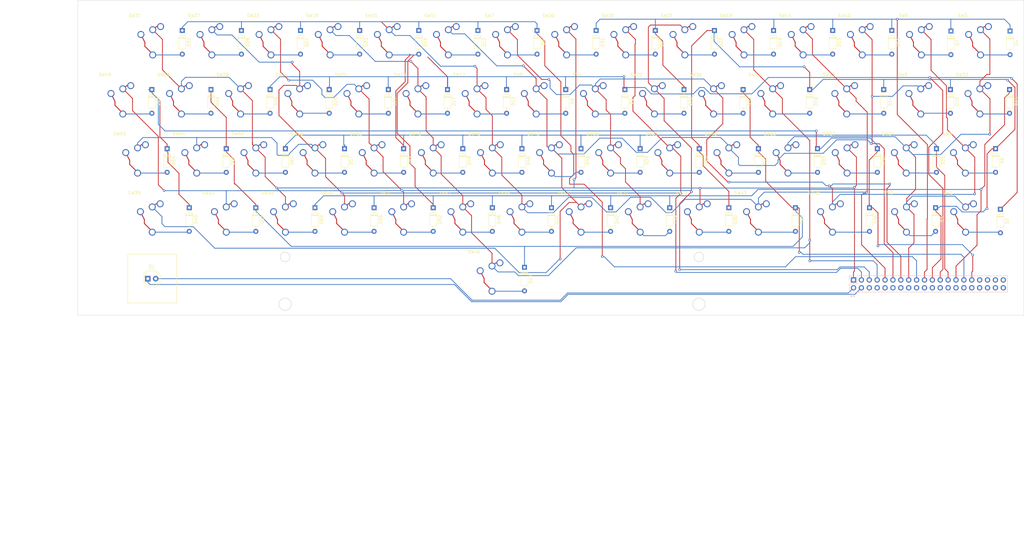
<source format=kicad_pcb>
(kicad_pcb (version 20171130) (host pcbnew "(5.1.2)-1")
  (layers (0 F.Cu signal) (31 B.Cu signal) (34 B.Paste user) (35 F.Paste user) (36 B.SilkS user) (37 F.SilkS user) (38 B.Mask user) (39 F.Mask user) (44 Edge.Cuts user))
  (net 0 "")
  (net 1 /Row3)
  (net 2 /Row0)
  (net 3 /Row1)
  (net 4 "Net-(D5-Pad2)")
  (net 5 "Net-(D7-Pad2)")
  (net 6 "Net-(D8-Pad2)")
  (net 7 "Net-(D9-Pad2)")
  (net 8 "Net-(D10-Pad2)")
  (net 9 "Net-(D11-Pad2)")
  (net 10 "Net-(D12-Pad2)")
  (net 11 "Net-(D13-Pad2)")
  (net 12 "Net-(D14-Pad2)")
  (net 13 "Net-(D15-Pad2)")
  (net 14 "Net-(D16-Pad2)")
  (net 15 "Net-(D18-Pad2)")
  (net 16 "Net-(D19-Pad2)")
  (net 17 "Net-(D20-Pad2)")
  (net 18 "Net-(D22-Pad2)")
  (net 19 "Net-(D23-Pad2)")
  (net 20 "Net-(D24-Pad2)")
  (net 21 "Net-(D25-Pad2)")
  (net 22 "Net-(D26-Pad2)")
  (net 23 "Net-(D27-Pad2)")
  (net 24 "Net-(D28-Pad2)")
  (net 25 "Net-(D29-Pad2)")
  (net 26 "Net-(D30-Pad2)")
  (net 27 "Net-(D31-Pad2)")
  (net 28 "Net-(D32-Pad2)")
  (net 29 "Net-(D33-Pad2)")
  (net 30 "Net-(D34-Pad2)")
  (net 31 "Net-(D35-Pad2)")
  (net 32 "Net-(D36-Pad2)")
  (net 33 /Row4)
  (net 34 /Row5)
  (net 35 /Row7)
  (net 36 "Net-(D41-Pad2)")
  (net 37 "Net-(D42-Pad2)")
  (net 38 "Net-(D43-Pad2)")
  (net 39 "Net-(D45-Pad2)")
  (net 40 "Net-(D46-Pad2)")
  (net 41 "Net-(D47-Pad2)")
  (net 42 "Net-(D48-Pad2)")
  (net 43 "Net-(D49-Pad2)")
  (net 44 "Net-(D50-Pad2)")
  (net 45 "Net-(D51-Pad2)")
  (net 46 "Net-(D52-Pad2)")
  (net 47 "Net-(D53-Pad2)")
  (net 48 "Net-(D54-Pad2)")
  (net 49 "Net-(D55-Pad2)")
  (net 50 "Net-(D56-Pad2)")
  (net 51 "Net-(D57-Pad2)")
  (net 52 "Net-(D58-Pad2)")
  (net 53 "Net-(D59-Pad2)")
  (net 54 "Net-(D60-Pad2)")
  (net 55 "Net-(D61-Pad2)")
  (net 56 /Col0)
  (net 57 /Col1)
  (net 58 /Col2)
  (net 59 /Col3)
  (net 60 /Col4)
  (net 61 /Col5)
  (net 62 /Col6)
  (net 63 /Col7)
  (net 64 /Row6)
  (net 65 /Row2)
  (net 66 "Net-(J1-Pad40)")
  (net 67 "Net-(J1-Pad39)")
  (net 68 "Net-(J1-Pad38)")
  (net 69 "Net-(J1-Pad37)")
  (net 70 "Net-(J1-Pad36)")
  (net 71 "Net-(J1-Pad35)")
  (net 72 "Net-(J1-Pad34)")
  (net 73 "Net-(J1-Pad33)")
  (net 74 "Net-(D1-Pad2)")
  (net 75 "Net-(D1-Pad1)")
  (net 76 "Net-(D2-Pad2)")
  (net 77 "Net-(D3-Pad2)")
  (net 78 "Net-(D4-Pad2)")
  (net 79 "Net-(D6-Pad2)")
  (net 80 "Net-(D17-Pad2)")
  (net 81 "Net-(D21-Pad2)")
  (net 82 "Net-(D37-Pad2)")
  (net 83 "Net-(D38-Pad2)")
  (net 84 "Net-(D39-Pad2)")
  (net 85 "Net-(D40-Pad2)")
  (net 86 "Net-(D44-Pad2)")
  (net 87 "Net-(J1-Pad6)")
  (net 88 "Net-(J1-Pad8)")
  (net 89 "Net-(J1-Pad10)")
  (net 90 "Net-(J1-Pad12)")
  (net 91 "Net-(J1-Pad14)")
  (net 92 "Net-(J1-Pad16)")
  (net 93 "Net-(J1-Pad18)")
  (net 94 "Net-(J1-Pad20)")
  (net 95 "Net-(J1-Pad22)")
  (net 96 "Net-(J1-Pad24)")
  (net 97 "Net-(J1-Pad26)")
  (net 98 "Net-(J1-Pad28)")
  (net 99 "Net-(J1-Pad30)")
  (net 100 "Net-(J1-Pad32)")
  (module LED_THT:LED_D5.0mm_IRGrey (layer F.Cu) (at 86.0298 166.0144)
    (fp_text reference D1 (at 1.27 -3.96) (layer F.SilkS))
    (fp_text value CQY99)
    (pad 2 thru_hole circle (at 2.54 0) (size 1.8 1.8) (drill 0.9) (layers *.Cu *.Mask) (net 74 "Net-(D1-Pad2)"))
    (pad 1 thru_hole rect (at 0 0) (size 1.8 1.8) (drill 0.9) (layers *.Cu *.Mask) (net 75 "Net-(D1-Pad1)"))
  )
  (module Connector_PinHeader_2.54mm:PinHeader_2x20_P2.54mm_Vertical (layer B.Cu) (at 313.4106 166.4208 270)
    (fp_text reference J1 (at 4.9403 0.3429) (layer B.SilkS) (effects (justify mirror)))
    (fp_text value Conn_02x20_Odd_Even)
    (pad 1 thru_hole rect (at 0 0 270) (size 1.7 1.7) (drill 1) (layers *.Cu *.Mask) (net 63 /Col7))
    (pad 2 thru_hole oval (at 2.54 0 270) (size 1.7 1.7) (drill 1) (layers *.Cu *.Mask) (net 74 "Net-(D1-Pad2)"))
    (pad 3 thru_hole oval (at 0 -2.54 270) (size 1.7 1.7) (drill 1) (layers *.Cu *.Mask) (net 62 /Col6))
    (pad 4 thru_hole oval (at 2.54 -2.54 270) (size 1.7 1.7) (drill 1) (layers *.Cu *.Mask) (net 75 "Net-(D1-Pad1)"))
    (pad 5 thru_hole oval (at 0 -5.08 270) (size 1.7 1.7) (drill 1) (layers *.Cu *.Mask) (net 61 /Col5))
    (pad 6 thru_hole oval (at 2.54 -5.08 270) (size 1.7 1.7) (drill 1) (layers *.Cu *.Mask) (net 87 "Net-(J1-Pad6)"))
    (pad 7 thru_hole oval (at 0 -7.62 270) (size 1.7 1.7) (drill 1) (layers *.Cu *.Mask) (net 60 /Col4))
    (pad 8 thru_hole oval (at 2.54 -7.62 270) (size 1.7 1.7) (drill 1) (layers *.Cu *.Mask) (net 88 "Net-(J1-Pad8)"))
    (pad 9 thru_hole oval (at 0 -10.16 270) (size 1.7 1.7) (drill 1) (layers *.Cu *.Mask) (net 59 /Col3))
    (pad 10 thru_hole oval (at 2.54 -10.16 270) (size 1.7 1.7) (drill 1) (layers *.Cu *.Mask) (net 89 "Net-(J1-Pad10)"))
    (pad 11 thru_hole oval (at 0 -12.7 270) (size 1.7 1.7) (drill 1) (layers *.Cu *.Mask) (net 58 /Col2))
    (pad 12 thru_hole oval (at 2.54 -12.7 270) (size 1.7 1.7) (drill 1) (layers *.Cu *.Mask) (net 90 "Net-(J1-Pad12)"))
    (pad 13 thru_hole oval (at 0 -15.24 270) (size 1.7 1.7) (drill 1) (layers *.Cu *.Mask) (net 57 /Col1))
    (pad 14 thru_hole oval (at 2.54 -15.24 270) (size 1.7 1.7) (drill 1) (layers *.Cu *.Mask) (net 91 "Net-(J1-Pad14)"))
    (pad 15 thru_hole oval (at 0 -17.78 270) (size 1.7 1.7) (drill 1) (layers *.Cu *.Mask) (net 56 /Col0))
    (pad 16 thru_hole oval (at 2.54 -17.78 270) (size 1.7 1.7) (drill 1) (layers *.Cu *.Mask) (net 92 "Net-(J1-Pad16)"))
    (pad 17 thru_hole oval (at 0 -20.32 270) (size 1.7 1.7) (drill 1) (layers *.Cu *.Mask) (net 35 /Row7))
    (pad 18 thru_hole oval (at 2.54 -20.32 270) (size 1.7 1.7) (drill 1) (layers *.Cu *.Mask) (net 93 "Net-(J1-Pad18)"))
    (pad 19 thru_hole oval (at 0 -22.86 270) (size 1.7 1.7) (drill 1) (layers *.Cu *.Mask) (net 64 /Row6))
    (pad 20 thru_hole oval (at 2.54 -22.86 270) (size 1.7 1.7) (drill 1) (layers *.Cu *.Mask) (net 94 "Net-(J1-Pad20)"))
    (pad 21 thru_hole oval (at 0 -25.4 270) (size 1.7 1.7) (drill 1) (layers *.Cu *.Mask) (net 34 /Row5))
    (pad 22 thru_hole oval (at 2.54 -25.4 270) (size 1.7 1.7) (drill 1) (layers *.Cu *.Mask) (net 95 "Net-(J1-Pad22)"))
    (pad 23 thru_hole oval (at 0 -27.94 270) (size 1.7 1.7) (drill 1) (layers *.Cu *.Mask) (net 33 /Row4))
    (pad 24 thru_hole oval (at 2.54 -27.94 270) (size 1.7 1.7) (drill 1) (layers *.Cu *.Mask) (net 96 "Net-(J1-Pad24)"))
    (pad 25 thru_hole oval (at 0 -30.48 270) (size 1.7 1.7) (drill 1) (layers *.Cu *.Mask) (net 1 /Row3))
    (pad 26 thru_hole oval (at 2.54 -30.48 270) (size 1.7 1.7) (drill 1) (layers *.Cu *.Mask) (net 97 "Net-(J1-Pad26)"))
    (pad 27 thru_hole oval (at 0 -33.02 270) (size 1.7 1.7) (drill 1) (layers *.Cu *.Mask) (net 65 /Row2))
    (pad 28 thru_hole oval (at 2.54 -33.02 270) (size 1.7 1.7) (drill 1) (layers *.Cu *.Mask) (net 98 "Net-(J1-Pad28)"))
    (pad 29 thru_hole oval (at 0 -35.56 270) (size 1.7 1.7) (drill 1) (layers *.Cu *.Mask) (net 3 /Row1))
    (pad 30 thru_hole oval (at 2.54 -35.56 270) (size 1.7 1.7) (drill 1) (layers *.Cu *.Mask) (net 99 "Net-(J1-Pad30)"))
    (pad 31 thru_hole oval (at 0 -38.1 270) (size 1.7 1.7) (drill 1) (layers *.Cu *.Mask) (net 2 /Row0))
    (pad 32 thru_hole oval (at 2.54 -38.1 270) (size 1.7 1.7) (drill 1) (layers *.Cu *.Mask) (net 100 "Net-(J1-Pad32)"))
    (pad 33 thru_hole oval (at 0 -40.64 270) (size 1.7 1.7) (drill 1) (layers *.Cu *.Mask) (net 73 "Net-(J1-Pad33)"))
    (pad 34 thru_hole oval (at 2.54 -40.64 270) (size 1.7 1.7) (drill 1) (layers *.Cu *.Mask) (net 72 "Net-(J1-Pad34)"))
    (pad 35 thru_hole oval (at 0 -43.18 270) (size 1.7 1.7) (drill 1) (layers *.Cu *.Mask) (net 71 "Net-(J1-Pad35)"))
    (pad 36 thru_hole oval (at 2.54 -43.18 270) (size 1.7 1.7) (drill 1) (layers *.Cu *.Mask) (net 70 "Net-(J1-Pad36)"))
    (pad 37 thru_hole oval (at 0 -45.72 270) (size 1.7 1.7) (drill 1) (layers *.Cu *.Mask) (net 69 "Net-(J1-Pad37)"))
    (pad 38 thru_hole oval (at 2.54 -45.72 270) (size 1.7 1.7) (drill 1) (layers *.Cu *.Mask) (net 68 "Net-(J1-Pad38)"))
    (pad 39 thru_hole oval (at 0 -48.26 270) (size 1.7 1.7) (drill 1) (layers *.Cu *.Mask) (net 67 "Net-(J1-Pad39)"))
    (pad 40 thru_hole oval (at 2.54 -48.26 270) (size 1.7 1.7) (drill 1) (layers *.Cu *.Mask) (net 66 "Net-(J1-Pad40)"))
  )
  (module unikbd:Key_MX (layer F.Cu) (at 87.62238 89.79916)
    (fp_text reference SW31 (at -5.7912 -8.6106) (layer F.SilkS))
    (fp_text value 1)
    (fp_line (start -3.81 -2.54) (end -2.54 0) (layer F.Cu) (width 0.3048))
    (fp_line (start -2.54 0) (end -2.54 1.27) (layer F.Cu) (width 0.3048))
    (fp_line (start -2.54 1.27) (end 0 3.81) (layer F.Cu) (width 0.3048))
    (fp_line (start 1.651 -5.08) (end 1.27 -5.08) (layer F.Cu) (width 0.3048))
    (fp_line (start 1.27 -5.08) (end 0.7366 -4.6736) (layer F.Cu) (width 0.3048))
    (pad 2 thru_hole circle (at 0 4.064) (size 2.2352 2.2352) (drill 1.5748) (layers *.Cu *.Mask) (net 28 "Net-(D32-Pad2)"))
    (pad 1 thru_hole circle (at 0 -4.064) (size 2.2352 2.2352) (drill 1.5748) (layers *.Cu *.Mask) (net 63 /Col7))
    (pad 3 thru_hole circle (at 2.54 -5.08) (size 2.2352 2.2352) (drill 1.5748) (layers *.Cu *.Mask))
    (pad "" np_thru_hole circle (at -5.08 0) (size 1.7018 1.7018) (drill 1.7018) (layers *.Cu *.Mask))
    (pad "" np_thru_hole circle (at 5.08 0) (size 1.7018 1.7018) (drill 1.7018) (layers *.Cu *.Mask))
    (pad "" np_thru_hole circle (at 0 0) (size 3.9878 3.9878) (drill 3.9878) (layers *.Cu *.Mask))
    (pad 4 thru_hole circle (at -3.81 -2.54) (size 2.2352 2.2352) (drill 1.5748) (layers *.Cu *.Mask))
  )
  (module unikbd:Key_MX (layer F.Cu) (at 220.97238 89.79916)
    (fp_text reference SW30 (at -5.7912 -8.6106) (layer F.SilkS))
    (fp_text value 8)
    (fp_line (start -3.81 -2.54) (end -2.54 0) (layer F.Cu) (width 0.3048))
    (fp_line (start -2.54 0) (end -2.54 1.27) (layer F.Cu) (width 0.3048))
    (fp_line (start -2.54 1.27) (end 0 3.81) (layer F.Cu) (width 0.3048))
    (fp_line (start 1.651 -5.08) (end 1.27 -5.08) (layer F.Cu) (width 0.3048))
    (fp_line (start 1.27 -5.08) (end 0.7366 -4.6736) (layer F.Cu) (width 0.3048))
    (pad 2 thru_hole circle (at 0 4.064) (size 2.2352 2.2352) (drill 1.5748) (layers *.Cu *.Mask) (net 27 "Net-(D31-Pad2)"))
    (pad 1 thru_hole circle (at 0 -4.064) (size 2.2352 2.2352) (drill 1.5748) (layers *.Cu *.Mask) (net 63 /Col7))
    (pad 3 thru_hole circle (at 2.54 -5.08) (size 2.2352 2.2352) (drill 1.5748) (layers *.Cu *.Mask))
    (pad "" np_thru_hole circle (at -5.08 0) (size 1.7018 1.7018) (drill 1.7018) (layers *.Cu *.Mask))
    (pad "" np_thru_hole circle (at 5.08 0) (size 1.7018 1.7018) (drill 1.7018) (layers *.Cu *.Mask))
    (pad "" np_thru_hole circle (at 0 0) (size 3.9878 3.9878) (drill 3.9878) (layers *.Cu *.Mask))
    (pad 4 thru_hole circle (at -3.81 -2.54) (size 2.2352 2.2352) (drill 1.5748) (layers *.Cu *.Mask))
  )
  (module unikbd:Key_MX (layer F.Cu) (at 263.72058 146.94916)
    (fp_text reference SW29 (at -5.7912 -8.6106) (layer F.SilkS))
    (fp_text value Period)
    (fp_line (start -3.81 -2.54) (end -2.54 0) (layer F.Cu) (width 0.3048))
    (fp_line (start -2.54 0) (end -2.54 1.27) (layer F.Cu) (width 0.3048))
    (fp_line (start -2.54 1.27) (end 0 3.81) (layer F.Cu) (width 0.3048))
    (fp_line (start 1.651 -5.08) (end 1.27 -5.08) (layer F.Cu) (width 0.3048))
    (fp_line (start 1.27 -5.08) (end 0.7366 -4.6736) (layer F.Cu) (width 0.3048))
    (pad 2 thru_hole circle (at 0 4.064) (size 2.2352 2.2352) (drill 1.5748) (layers *.Cu *.Mask) (net 26 "Net-(D30-Pad2)"))
    (pad 1 thru_hole circle (at 0 -4.064) (size 2.2352 2.2352) (drill 1.5748) (layers *.Cu *.Mask) (net 63 /Col7))
    (pad 3 thru_hole circle (at 2.54 -5.08) (size 2.2352 2.2352) (drill 1.5748) (layers *.Cu *.Mask))
    (pad "" np_thru_hole circle (at -5.08 0) (size 1.7018 1.7018) (drill 1.7018) (layers *.Cu *.Mask))
    (pad "" np_thru_hole circle (at 5.08 0) (size 1.7018 1.7018) (drill 1.7018) (layers *.Cu *.Mask))
    (pad "" np_thru_hole circle (at 0 0) (size 3.9878 3.9878) (drill 3.9878) (layers *.Cu *.Mask))
    (pad 4 thru_hole circle (at -3.81 -2.54) (size 2.2352 2.2352) (drill 1.5748) (layers *.Cu *.Mask))
  )
  (module unikbd:Key_MX (layer F.Cu) (at 115.91798 108.84916)
    (fp_text reference SW28 (at -5.7912 -8.6106) (layer F.SilkS))
    (fp_text value W)
    (fp_line (start -3.81 -2.54) (end -2.54 0) (layer F.Cu) (width 0.3048))
    (fp_line (start -2.54 0) (end -2.54 1.27) (layer F.Cu) (width 0.3048))
    (fp_line (start -2.54 1.27) (end 0 3.81) (layer F.Cu) (width 0.3048))
    (fp_line (start 1.651 -5.08) (end 1.27 -5.08) (layer F.Cu) (width 0.3048))
    (fp_line (start 1.27 -5.08) (end 0.7366 -4.6736) (layer F.Cu) (width 0.3048))
    (pad 2 thru_hole circle (at 0 4.064) (size 2.2352 2.2352) (drill 1.5748) (layers *.Cu *.Mask) (net 25 "Net-(D29-Pad2)"))
    (pad 1 thru_hole circle (at 0 -4.064) (size 2.2352 2.2352) (drill 1.5748) (layers *.Cu *.Mask) (net 63 /Col7))
    (pad 3 thru_hole circle (at 2.54 -5.08) (size 2.2352 2.2352) (drill 1.5748) (layers *.Cu *.Mask))
    (pad "" np_thru_hole circle (at -5.08 0) (size 1.7018 1.7018) (drill 1.7018) (layers *.Cu *.Mask))
    (pad "" np_thru_hole circle (at 5.08 0) (size 1.7018 1.7018) (drill 1.7018) (layers *.Cu *.Mask))
    (pad "" np_thru_hole circle (at 0 0) (size 3.9878 3.9878) (drill 3.9878) (layers *.Cu *.Mask))
    (pad 4 thru_hole circle (at -3.81 -2.54) (size 2.2352 2.2352) (drill 1.5748) (layers *.Cu *.Mask))
  )
  (module unikbd:Key_MX (layer F.Cu) (at 106.67238 89.79916)
    (fp_text reference SW27 (at -5.7912 -8.6106) (layer F.SilkS))
    (fp_text value 2)
    (fp_line (start -3.81 -2.54) (end -2.54 0) (layer F.Cu) (width 0.3048))
    (fp_line (start -2.54 0) (end -2.54 1.27) (layer F.Cu) (width 0.3048))
    (fp_line (start -2.54 1.27) (end 0 3.81) (layer F.Cu) (width 0.3048))
    (fp_line (start 1.651 -5.08) (end 1.27 -5.08) (layer F.Cu) (width 0.3048))
    (fp_line (start 1.27 -5.08) (end 0.7366 -4.6736) (layer F.Cu) (width 0.3048))
    (pad 2 thru_hole circle (at 0 4.064) (size 2.2352 2.2352) (drill 1.5748) (layers *.Cu *.Mask) (net 24 "Net-(D28-Pad2)"))
    (pad 1 thru_hole circle (at 0 -4.064) (size 2.2352 2.2352) (drill 1.5748) (layers *.Cu *.Mask) (net 62 /Col6))
    (pad 3 thru_hole circle (at 2.54 -5.08) (size 2.2352 2.2352) (drill 1.5748) (layers *.Cu *.Mask))
    (pad "" np_thru_hole circle (at -5.08 0) (size 1.7018 1.7018) (drill 1.7018) (layers *.Cu *.Mask))
    (pad "" np_thru_hole circle (at 5.08 0) (size 1.7018 1.7018) (drill 1.7018) (layers *.Cu *.Mask))
    (pad "" np_thru_hole circle (at 0 0) (size 3.9878 3.9878) (drill 3.9878) (layers *.Cu *.Mask))
    (pad 4 thru_hole circle (at -3.81 -2.54) (size 2.2352 2.2352) (drill 1.5748) (layers *.Cu *.Mask))
  )
  (module unikbd:Key_MX (layer F.Cu) (at 240.02238 89.79916)
    (fp_text reference SW26 (at -5.7912 -8.6106) (layer F.SilkS))
    (fp_text value 9)
    (fp_line (start -3.81 -2.54) (end -2.54 0) (layer F.Cu) (width 0.3048))
    (fp_line (start -2.54 0) (end -2.54 1.27) (layer F.Cu) (width 0.3048))
    (fp_line (start -2.54 1.27) (end 0 3.81) (layer F.Cu) (width 0.3048))
    (fp_line (start 1.651 -5.08) (end 1.27 -5.08) (layer F.Cu) (width 0.3048))
    (fp_line (start 1.27 -5.08) (end 0.7366 -4.6736) (layer F.Cu) (width 0.3048))
    (pad 2 thru_hole circle (at 0 4.064) (size 2.2352 2.2352) (drill 1.5748) (layers *.Cu *.Mask) (net 23 "Net-(D27-Pad2)"))
    (pad 1 thru_hole circle (at 0 -4.064) (size 2.2352 2.2352) (drill 1.5748) (layers *.Cu *.Mask) (net 62 /Col6))
    (pad 3 thru_hole circle (at 2.54 -5.08) (size 2.2352 2.2352) (drill 1.5748) (layers *.Cu *.Mask))
    (pad "" np_thru_hole circle (at -5.08 0) (size 1.7018 1.7018) (drill 1.7018) (layers *.Cu *.Mask))
    (pad "" np_thru_hole circle (at 5.08 0) (size 1.7018 1.7018) (drill 1.7018) (layers *.Cu *.Mask))
    (pad "" np_thru_hole circle (at 0 0) (size 3.9878 3.9878) (drill 3.9878) (layers *.Cu *.Mask))
    (pad 4 thru_hole circle (at -3.81 -2.54) (size 2.2352 2.2352) (drill 1.5748) (layers *.Cu *.Mask))
  )
  (module unikbd:Key_MX (layer F.Cu) (at 254.19558 127.89916)
    (fp_text reference SW25 (at -5.7912 -8.6106) (layer F.SilkS))
    (fp_text value L)
    (fp_line (start -3.81 -2.54) (end -2.54 0) (layer F.Cu) (width 0.3048))
    (fp_line (start -2.54 0) (end -2.54 1.27) (layer F.Cu) (width 0.3048))
    (fp_line (start -2.54 1.27) (end 0 3.81) (layer F.Cu) (width 0.3048))
    (fp_line (start 1.651 -5.08) (end 1.27 -5.08) (layer F.Cu) (width 0.3048))
    (fp_line (start 1.27 -5.08) (end 0.7366 -4.6736) (layer F.Cu) (width 0.3048))
    (pad 2 thru_hole circle (at 0 4.064) (size 2.2352 2.2352) (drill 1.5748) (layers *.Cu *.Mask) (net 22 "Net-(D26-Pad2)"))
    (pad 1 thru_hole circle (at 0 -4.064) (size 2.2352 2.2352) (drill 1.5748) (layers *.Cu *.Mask) (net 62 /Col6))
    (pad 3 thru_hole circle (at 2.54 -5.08) (size 2.2352 2.2352) (drill 1.5748) (layers *.Cu *.Mask))
    (pad "" np_thru_hole circle (at -5.08 0) (size 1.7018 1.7018) (drill 1.7018) (layers *.Cu *.Mask))
    (pad "" np_thru_hole circle (at 5.08 0) (size 1.7018 1.7018) (drill 1.7018) (layers *.Cu *.Mask))
    (pad "" np_thru_hole circle (at 0 0) (size 3.9878 3.9878) (drill 3.9878) (layers *.Cu *.Mask))
    (pad 4 thru_hole circle (at -3.81 -2.54) (size 2.2352 2.2352) (drill 1.5748) (layers *.Cu *.Mask))
  )
  (module unikbd:Key_MX (layer F.Cu) (at 134.96798 108.84916)
    (fp_text reference SW24 (at -5.7912 -8.6106) (layer F.SilkS))
    (fp_text value E)
    (fp_line (start -3.81 -2.54) (end -2.54 0) (layer F.Cu) (width 0.3048))
    (fp_line (start -2.54 0) (end -2.54 1.27) (layer F.Cu) (width 0.3048))
    (fp_line (start -2.54 1.27) (end 0 3.81) (layer F.Cu) (width 0.3048))
    (fp_line (start 1.651 -5.08) (end 1.27 -5.08) (layer F.Cu) (width 0.3048))
    (fp_line (start 1.27 -5.08) (end 0.7366 -4.6736) (layer F.Cu) (width 0.3048))
    (pad 2 thru_hole circle (at 0 4.064) (size 2.2352 2.2352) (drill 1.5748) (layers *.Cu *.Mask) (net 21 "Net-(D25-Pad2)"))
    (pad 1 thru_hole circle (at 0 -4.064) (size 2.2352 2.2352) (drill 1.5748) (layers *.Cu *.Mask) (net 62 /Col6))
    (pad 3 thru_hole circle (at 2.54 -5.08) (size 2.2352 2.2352) (drill 1.5748) (layers *.Cu *.Mask))
    (pad "" np_thru_hole circle (at -5.08 0) (size 1.7018 1.7018) (drill 1.7018) (layers *.Cu *.Mask))
    (pad "" np_thru_hole circle (at 5.08 0) (size 1.7018 1.7018) (drill 1.7018) (layers *.Cu *.Mask))
    (pad "" np_thru_hole circle (at 0 0) (size 3.9878 3.9878) (drill 3.9878) (layers *.Cu *.Mask))
    (pad 4 thru_hole circle (at -3.81 -2.54) (size 2.2352 2.2352) (drill 1.5748) (layers *.Cu *.Mask))
  )
  (module unikbd:Key_MX (layer F.Cu) (at 125.72238 89.79916)
    (fp_text reference SW23 (at -5.7912 -8.6106) (layer F.SilkS))
    (fp_text value 3)
    (fp_line (start -3.81 -2.54) (end -2.54 0) (layer F.Cu) (width 0.3048))
    (fp_line (start -2.54 0) (end -2.54 1.27) (layer F.Cu) (width 0.3048))
    (fp_line (start -2.54 1.27) (end 0 3.81) (layer F.Cu) (width 0.3048))
    (fp_line (start 1.651 -5.08) (end 1.27 -5.08) (layer F.Cu) (width 0.3048))
    (fp_line (start 1.27 -5.08) (end 0.7366 -4.6736) (layer F.Cu) (width 0.3048))
    (pad 2 thru_hole circle (at 0 4.064) (size 2.2352 2.2352) (drill 1.5748) (layers *.Cu *.Mask) (net 20 "Net-(D24-Pad2)"))
    (pad 1 thru_hole circle (at 0 -4.064) (size 2.2352 2.2352) (drill 1.5748) (layers *.Cu *.Mask) (net 61 /Col5))
    (pad 3 thru_hole circle (at 2.54 -5.08) (size 2.2352 2.2352) (drill 1.5748) (layers *.Cu *.Mask))
    (pad "" np_thru_hole circle (at -5.08 0) (size 1.7018 1.7018) (drill 1.7018) (layers *.Cu *.Mask))
    (pad "" np_thru_hole circle (at 5.08 0) (size 1.7018 1.7018) (drill 1.7018) (layers *.Cu *.Mask))
    (pad "" np_thru_hole circle (at 0 0) (size 3.9878 3.9878) (drill 3.9878) (layers *.Cu *.Mask))
    (pad 4 thru_hole circle (at -3.81 -2.54) (size 2.2352 2.2352) (drill 1.5748) (layers *.Cu *.Mask))
  )
  (module unikbd:Key_MX (layer F.Cu) (at 249.26798 108.84916)
    (fp_text reference SW22 (at -5.7912 -8.6106) (layer F.SilkS))
    (fp_text value 0)
    (fp_line (start -3.81 -2.54) (end -2.54 0) (layer F.Cu) (width 0.3048))
    (fp_line (start -2.54 0) (end -2.54 1.27) (layer F.Cu) (width 0.3048))
    (fp_line (start -2.54 1.27) (end 0 3.81) (layer F.Cu) (width 0.3048))
    (fp_line (start 1.651 -5.08) (end 1.27 -5.08) (layer F.Cu) (width 0.3048))
    (fp_line (start 1.27 -5.08) (end 0.7366 -4.6736) (layer F.Cu) (width 0.3048))
    (pad 2 thru_hole circle (at 0 4.064) (size 2.2352 2.2352) (drill 1.5748) (layers *.Cu *.Mask) (net 19 "Net-(D23-Pad2)"))
    (pad 1 thru_hole circle (at 0 -4.064) (size 2.2352 2.2352) (drill 1.5748) (layers *.Cu *.Mask) (net 61 /Col5))
    (pad 3 thru_hole circle (at 2.54 -5.08) (size 2.2352 2.2352) (drill 1.5748) (layers *.Cu *.Mask))
    (pad "" np_thru_hole circle (at -5.08 0) (size 1.7018 1.7018) (drill 1.7018) (layers *.Cu *.Mask))
    (pad "" np_thru_hole circle (at 5.08 0) (size 1.7018 1.7018) (drill 1.7018) (layers *.Cu *.Mask))
    (pad "" np_thru_hole circle (at 0 0) (size 3.9878 3.9878) (drill 3.9878) (layers *.Cu *.Mask))
    (pad 4 thru_hole circle (at -3.81 -2.54) (size 2.2352 2.2352) (drill 1.5748) (layers *.Cu *.Mask))
  )
  (module unikbd:Key_MX (layer F.Cu) (at 259.07238 89.79916)
    (fp_text reference SW21 (at -5.7912 -8.6106) (layer F.SilkS))
    (fp_text value O)
    (fp_line (start -3.81 -2.54) (end -2.54 0) (layer F.Cu) (width 0.3048))
    (fp_line (start -2.54 0) (end -2.54 1.27) (layer F.Cu) (width 0.3048))
    (fp_line (start -2.54 1.27) (end 0 3.81) (layer F.Cu) (width 0.3048))
    (fp_line (start 1.651 -5.08) (end 1.27 -5.08) (layer F.Cu) (width 0.3048))
    (fp_line (start 1.27 -5.08) (end 0.7366 -4.6736) (layer F.Cu) (width 0.3048))
    (pad 2 thru_hole circle (at 0 4.064) (size 2.2352 2.2352) (drill 1.5748) (layers *.Cu *.Mask) (net 18 "Net-(D22-Pad2)"))
    (pad 1 thru_hole circle (at 0 -4.064) (size 2.2352 2.2352) (drill 1.5748) (layers *.Cu *.Mask) (net 61 /Col5))
    (pad 3 thru_hole circle (at 2.54 -5.08) (size 2.2352 2.2352) (drill 1.5748) (layers *.Cu *.Mask))
    (pad "" np_thru_hole circle (at -5.08 0) (size 1.7018 1.7018) (drill 1.7018) (layers *.Cu *.Mask))
    (pad "" np_thru_hole circle (at 5.08 0) (size 1.7018 1.7018) (drill 1.7018) (layers *.Cu *.Mask))
    (pad "" np_thru_hole circle (at 0 0) (size 3.9878 3.9878) (drill 3.9878) (layers *.Cu *.Mask))
    (pad 4 thru_hole circle (at -3.81 -2.54) (size 2.2352 2.2352) (drill 1.5748) (layers *.Cu *.Mask))
  )
  (module unikbd:Key_MX (layer F.Cu) (at 154.01798 108.84916)
    (fp_text reference SW20 (at -5.7912 -8.6106) (layer F.SilkS))
    (fp_text value R)
    (fp_line (start -3.81 -2.54) (end -2.54 0) (layer F.Cu) (width 0.3048))
    (fp_line (start -2.54 0) (end -2.54 1.27) (layer F.Cu) (width 0.3048))
    (fp_line (start -2.54 1.27) (end 0 3.81) (layer F.Cu) (width 0.3048))
    (fp_line (start 1.651 -5.08) (end 1.27 -5.08) (layer F.Cu) (width 0.3048))
    (fp_line (start 1.27 -5.08) (end 0.7366 -4.6736) (layer F.Cu) (width 0.3048))
    (pad 2 thru_hole circle (at 0 4.064) (size 2.2352 2.2352) (drill 1.5748) (layers *.Cu *.Mask) (net 81 "Net-(D21-Pad2)"))
    (pad 1 thru_hole circle (at 0 -4.064) (size 2.2352 2.2352) (drill 1.5748) (layers *.Cu *.Mask) (net 61 /Col5))
    (pad 3 thru_hole circle (at 2.54 -5.08) (size 2.2352 2.2352) (drill 1.5748) (layers *.Cu *.Mask))
    (pad "" np_thru_hole circle (at -5.08 0) (size 1.7018 1.7018) (drill 1.7018) (layers *.Cu *.Mask))
    (pad "" np_thru_hole circle (at 5.08 0) (size 1.7018 1.7018) (drill 1.7018) (layers *.Cu *.Mask))
    (pad "" np_thru_hole circle (at 0 0) (size 3.9878 3.9878) (drill 3.9878) (layers *.Cu *.Mask))
    (pad 4 thru_hole circle (at -3.81 -2.54) (size 2.2352 2.2352) (drill 1.5748) (layers *.Cu *.Mask))
  )
  (module unikbd:Key_MX (layer F.Cu) (at 144.77238 89.79916)
    (fp_text reference SW19 (at -5.7912 -8.6106) (layer F.SilkS))
    (fp_text value 4)
    (fp_line (start -3.81 -2.54) (end -2.54 0) (layer F.Cu) (width 0.3048))
    (fp_line (start -2.54 0) (end -2.54 1.27) (layer F.Cu) (width 0.3048))
    (fp_line (start -2.54 1.27) (end 0 3.81) (layer F.Cu) (width 0.3048))
    (fp_line (start 1.651 -5.08) (end 1.27 -5.08) (layer F.Cu) (width 0.3048))
    (fp_line (start 1.27 -5.08) (end 0.7366 -4.6736) (layer F.Cu) (width 0.3048))
    (pad 2 thru_hole circle (at 0 4.064) (size 2.2352 2.2352) (drill 1.5748) (layers *.Cu *.Mask) (net 17 "Net-(D20-Pad2)"))
    (pad 1 thru_hole circle (at 0 -4.064) (size 2.2352 2.2352) (drill 1.5748) (layers *.Cu *.Mask) (net 60 /Col4))
    (pad 3 thru_hole circle (at 2.54 -5.08) (size 2.2352 2.2352) (drill 1.5748) (layers *.Cu *.Mask))
    (pad "" np_thru_hole circle (at -5.08 0) (size 1.7018 1.7018) (drill 1.7018) (layers *.Cu *.Mask))
    (pad "" np_thru_hole circle (at 5.08 0) (size 1.7018 1.7018) (drill 1.7018) (layers *.Cu *.Mask))
    (pad "" np_thru_hole circle (at 0 0) (size 3.9878 3.9878) (drill 3.9878) (layers *.Cu *.Mask))
    (pad 4 thru_hole circle (at -3.81 -2.54) (size 2.2352 2.2352) (drill 1.5748) (layers *.Cu *.Mask))
  )
  (module unikbd:Key_MX (layer F.Cu) (at 278.12238 89.79916)
    (fp_text reference SW18 (at -5.7912 -8.6106) (layer F.SilkS))
    (fp_text value Colon)
    (fp_line (start -3.81 -2.54) (end -2.54 0) (layer F.Cu) (width 0.3048))
    (fp_line (start -2.54 0) (end -2.54 1.27) (layer F.Cu) (width 0.3048))
    (fp_line (start -2.54 1.27) (end 0 3.81) (layer F.Cu) (width 0.3048))
    (fp_line (start 1.651 -5.08) (end 1.27 -5.08) (layer F.Cu) (width 0.3048))
    (fp_line (start 1.27 -5.08) (end 0.7366 -4.6736) (layer F.Cu) (width 0.3048))
    (pad 2 thru_hole circle (at 0 4.064) (size 2.2352 2.2352) (drill 1.5748) (layers *.Cu *.Mask) (net 16 "Net-(D19-Pad2)"))
    (pad 1 thru_hole circle (at 0 -4.064) (size 2.2352 2.2352) (drill 1.5748) (layers *.Cu *.Mask) (net 60 /Col4))
    (pad 3 thru_hole circle (at 2.54 -5.08) (size 2.2352 2.2352) (drill 1.5748) (layers *.Cu *.Mask))
    (pad "" np_thru_hole circle (at -5.08 0) (size 1.7018 1.7018) (drill 1.7018) (layers *.Cu *.Mask))
    (pad "" np_thru_hole circle (at 5.08 0) (size 1.7018 1.7018) (drill 1.7018) (layers *.Cu *.Mask))
    (pad "" np_thru_hole circle (at 0 0) (size 3.9878 3.9878) (drill 3.9878) (layers *.Cu *.Mask))
    (pad 4 thru_hole circle (at -3.81 -2.54) (size 2.2352 2.2352) (drill 1.5748) (layers *.Cu *.Mask))
  )
  (module unikbd:Key_MX (layer F.Cu) (at 287.36798 108.84916)
    (fp_text reference SW17 (at -5.7912 -8.6106) (layer F.SilkS))
    (fp_text value "Line Feed")
    (fp_line (start -3.81 -2.54) (end -2.54 0) (layer F.Cu) (width 0.3048))
    (fp_line (start -2.54 0) (end -2.54 1.27) (layer F.Cu) (width 0.3048))
    (fp_line (start -2.54 1.27) (end 0 3.81) (layer F.Cu) (width 0.3048))
    (fp_line (start 1.651 -5.08) (end 1.27 -5.08) (layer F.Cu) (width 0.3048))
    (fp_line (start 1.27 -5.08) (end 0.7366 -4.6736) (layer F.Cu) (width 0.3048))
    (pad 2 thru_hole circle (at 0 4.064) (size 2.2352 2.2352) (drill 1.5748) (layers *.Cu *.Mask) (net 15 "Net-(D18-Pad2)"))
    (pad 1 thru_hole circle (at 0 -4.064) (size 2.2352 2.2352) (drill 1.5748) (layers *.Cu *.Mask) (net 60 /Col4))
    (pad 3 thru_hole circle (at 2.54 -5.08) (size 2.2352 2.2352) (drill 1.5748) (layers *.Cu *.Mask))
    (pad "" np_thru_hole circle (at -5.08 0) (size 1.7018 1.7018) (drill 1.7018) (layers *.Cu *.Mask))
    (pad "" np_thru_hole circle (at 5.08 0) (size 1.7018 1.7018) (drill 1.7018) (layers *.Cu *.Mask))
    (pad "" np_thru_hole circle (at 0 0) (size 3.9878 3.9878) (drill 3.9878) (layers *.Cu *.Mask))
    (pad 4 thru_hole circle (at -3.81 -2.54) (size 2.2352 2.2352) (drill 1.5748) (layers *.Cu *.Mask))
  )
  (module unikbd:Key_MX (layer F.Cu) (at 173.06798 108.84916)
    (fp_text reference SW16 (at -5.7912 -8.6106) (layer F.SilkS))
    (fp_text value T)
    (fp_line (start -3.81 -2.54) (end -2.54 0) (layer F.Cu) (width 0.3048))
    (fp_line (start -2.54 0) (end -2.54 1.27) (layer F.Cu) (width 0.3048))
    (fp_line (start -2.54 1.27) (end 0 3.81) (layer F.Cu) (width 0.3048))
    (fp_line (start 1.651 -5.08) (end 1.27 -5.08) (layer F.Cu) (width 0.3048))
    (fp_line (start 1.27 -5.08) (end 0.7366 -4.6736) (layer F.Cu) (width 0.3048))
    (pad 2 thru_hole circle (at 0 4.064) (size 2.2352 2.2352) (drill 1.5748) (layers *.Cu *.Mask) (net 80 "Net-(D17-Pad2)"))
    (pad 1 thru_hole circle (at 0 -4.064) (size 2.2352 2.2352) (drill 1.5748) (layers *.Cu *.Mask) (net 60 /Col4))
    (pad 3 thru_hole circle (at 2.54 -5.08) (size 2.2352 2.2352) (drill 1.5748) (layers *.Cu *.Mask))
    (pad "" np_thru_hole circle (at -5.08 0) (size 1.7018 1.7018) (drill 1.7018) (layers *.Cu *.Mask))
    (pad "" np_thru_hole circle (at 5.08 0) (size 1.7018 1.7018) (drill 1.7018) (layers *.Cu *.Mask))
    (pad "" np_thru_hole circle (at 0 0) (size 3.9878 3.9878) (drill 3.9878) (layers *.Cu *.Mask))
    (pad 4 thru_hole circle (at -3.81 -2.54) (size 2.2352 2.2352) (drill 1.5748) (layers *.Cu *.Mask))
  )
  (module unikbd:Key_MX (layer F.Cu) (at 163.82238 89.79916)
    (fp_text reference SW15 (at -5.7912 -8.6106) (layer F.SilkS))
    (fp_text value 5)
    (fp_line (start -3.81 -2.54) (end -2.54 0) (layer F.Cu) (width 0.3048))
    (fp_line (start -2.54 0) (end -2.54 1.27) (layer F.Cu) (width 0.3048))
    (fp_line (start -2.54 1.27) (end 0 3.81) (layer F.Cu) (width 0.3048))
    (fp_line (start 1.651 -5.08) (end 1.27 -5.08) (layer F.Cu) (width 0.3048))
    (fp_line (start 1.27 -5.08) (end 0.7366 -4.6736) (layer F.Cu) (width 0.3048))
    (pad 2 thru_hole circle (at 0 4.064) (size 2.2352 2.2352) (drill 1.5748) (layers *.Cu *.Mask) (net 14 "Net-(D16-Pad2)"))
    (pad 1 thru_hole circle (at 0 -4.064) (size 2.2352 2.2352) (drill 1.5748) (layers *.Cu *.Mask) (net 59 /Col3))
    (pad 3 thru_hole circle (at 2.54 -5.08) (size 2.2352 2.2352) (drill 1.5748) (layers *.Cu *.Mask))
    (pad "" np_thru_hole circle (at -5.08 0) (size 1.7018 1.7018) (drill 1.7018) (layers *.Cu *.Mask))
    (pad "" np_thru_hole circle (at 5.08 0) (size 1.7018 1.7018) (drill 1.7018) (layers *.Cu *.Mask))
    (pad "" np_thru_hole circle (at 0 0) (size 3.9878 3.9878) (drill 3.9878) (layers *.Cu *.Mask))
    (pad 4 thru_hole circle (at -3.81 -2.54) (size 2.2352 2.2352) (drill 1.5748) (layers *.Cu *.Mask))
  )
  (module unikbd:Key_MX (layer F.Cu) (at 297.17238 89.79916)
    (fp_text reference SW14 (at -5.7912 -8.6106) (layer F.SilkS))
    (fp_text value Dash)
    (fp_line (start -3.81 -2.54) (end -2.54 0) (layer F.Cu) (width 0.3048))
    (fp_line (start -2.54 0) (end -2.54 1.27) (layer F.Cu) (width 0.3048))
    (fp_line (start -2.54 1.27) (end 0 3.81) (layer F.Cu) (width 0.3048))
    (fp_line (start 1.651 -5.08) (end 1.27 -5.08) (layer F.Cu) (width 0.3048))
    (fp_line (start 1.27 -5.08) (end 0.7366 -4.6736) (layer F.Cu) (width 0.3048))
    (pad 2 thru_hole circle (at 0 4.064) (size 2.2352 2.2352) (drill 1.5748) (layers *.Cu *.Mask) (net 13 "Net-(D15-Pad2)"))
    (pad 1 thru_hole circle (at 0 -4.064) (size 2.2352 2.2352) (drill 1.5748) (layers *.Cu *.Mask) (net 59 /Col3))
    (pad 3 thru_hole circle (at 2.54 -5.08) (size 2.2352 2.2352) (drill 1.5748) (layers *.Cu *.Mask))
    (pad "" np_thru_hole circle (at -5.08 0) (size 1.7018 1.7018) (drill 1.7018) (layers *.Cu *.Mask))
    (pad "" np_thru_hole circle (at 5.08 0) (size 1.7018 1.7018) (drill 1.7018) (layers *.Cu *.Mask))
    (pad "" np_thru_hole circle (at 0 0) (size 3.9878 3.9878) (drill 3.9878) (layers *.Cu *.Mask))
    (pad 4 thru_hole circle (at -3.81 -2.54) (size 2.2352 2.2352) (drill 1.5748) (layers *.Cu *.Mask))
  )
  (module unikbd:Key_MX (layer F.Cu) (at 311.21858 108.84916)
    (fp_text reference SW13 (at -5.7912 -8.6106) (layer F.SilkS))
    (fp_text value Return)
    (fp_line (start -3.81 -2.54) (end -2.54 0) (layer F.Cu) (width 0.3048))
    (fp_line (start -2.54 0) (end -2.54 1.27) (layer F.Cu) (width 0.3048))
    (fp_line (start -2.54 1.27) (end 0 3.81) (layer F.Cu) (width 0.3048))
    (fp_line (start 1.651 -5.08) (end 1.27 -5.08) (layer F.Cu) (width 0.3048))
    (fp_line (start 1.27 -5.08) (end 0.7366 -4.6736) (layer F.Cu) (width 0.3048))
    (pad 2 thru_hole circle (at 0 4.064) (size 2.2352 2.2352) (drill 1.5748) (layers *.Cu *.Mask) (net 12 "Net-(D14-Pad2)"))
    (pad 1 thru_hole circle (at 0 -4.064) (size 2.2352 2.2352) (drill 1.5748) (layers *.Cu *.Mask) (net 59 /Col3))
    (pad 3 thru_hole circle (at 2.54 -5.08) (size 2.2352 2.2352) (drill 1.5748) (layers *.Cu *.Mask))
    (pad "" np_thru_hole circle (at -5.08 0) (size 1.7018 1.7018) (drill 1.7018) (layers *.Cu *.Mask))
    (pad "" np_thru_hole circle (at 5.08 0) (size 1.7018 1.7018) (drill 1.7018) (layers *.Cu *.Mask))
    (pad "" np_thru_hole circle (at 0 0) (size 3.9878 3.9878) (drill 3.9878) (layers *.Cu *.Mask))
    (pad 4 thru_hole circle (at -3.81 -2.54) (size 2.2352 2.2352) (drill 1.5748) (layers *.Cu *.Mask))
  )
  (module unikbd:Key_MX (layer F.Cu) (at 192.11798 108.84916)
    (fp_text reference SW12 (at -5.7912 -8.6106) (layer F.SilkS))
    (fp_text value Y)
    (fp_line (start -3.81 -2.54) (end -2.54 0) (layer F.Cu) (width 0.3048))
    (fp_line (start -2.54 0) (end -2.54 1.27) (layer F.Cu) (width 0.3048))
    (fp_line (start -2.54 1.27) (end 0 3.81) (layer F.Cu) (width 0.3048))
    (fp_line (start 1.651 -5.08) (end 1.27 -5.08) (layer F.Cu) (width 0.3048))
    (fp_line (start 1.27 -5.08) (end 0.7366 -4.6736) (layer F.Cu) (width 0.3048))
    (pad 2 thru_hole circle (at 0 4.064) (size 2.2352 2.2352) (drill 1.5748) (layers *.Cu *.Mask) (net 11 "Net-(D13-Pad2)"))
    (pad 1 thru_hole circle (at 0 -4.064) (size 2.2352 2.2352) (drill 1.5748) (layers *.Cu *.Mask) (net 59 /Col3))
    (pad 3 thru_hole circle (at 2.54 -5.08) (size 2.2352 2.2352) (drill 1.5748) (layers *.Cu *.Mask))
    (pad "" np_thru_hole circle (at -5.08 0) (size 1.7018 1.7018) (drill 1.7018) (layers *.Cu *.Mask))
    (pad "" np_thru_hole circle (at 5.08 0) (size 1.7018 1.7018) (drill 1.7018) (layers *.Cu *.Mask))
    (pad "" np_thru_hole circle (at 0 0) (size 3.9878 3.9878) (drill 3.9878) (layers *.Cu *.Mask))
    (pad 4 thru_hole circle (at -3.81 -2.54) (size 2.2352 2.2352) (drill 1.5748) (layers *.Cu *.Mask))
  )
  (module unikbd:Key_MX (layer F.Cu) (at 182.87238 89.79916)
    (fp_text reference SW11 (at -5.7912 -8.6106) (layer F.SilkS))
    (fp_text value 6)
    (fp_line (start -3.81 -2.54) (end -2.54 0) (layer F.Cu) (width 0.3048))
    (fp_line (start -2.54 0) (end -2.54 1.27) (layer F.Cu) (width 0.3048))
    (fp_line (start -2.54 1.27) (end 0 3.81) (layer F.Cu) (width 0.3048))
    (fp_line (start 1.651 -5.08) (end 1.27 -5.08) (layer F.Cu) (width 0.3048))
    (fp_line (start 1.27 -5.08) (end 0.7366 -4.6736) (layer F.Cu) (width 0.3048))
    (pad 2 thru_hole circle (at 0 4.064) (size 2.2352 2.2352) (drill 1.5748) (layers *.Cu *.Mask) (net 10 "Net-(D12-Pad2)"))
    (pad 1 thru_hole circle (at 0 -4.064) (size 2.2352 2.2352) (drill 1.5748) (layers *.Cu *.Mask) (net 58 /Col2))
    (pad 3 thru_hole circle (at 2.54 -5.08) (size 2.2352 2.2352) (drill 1.5748) (layers *.Cu *.Mask))
    (pad "" np_thru_hole circle (at -5.08 0) (size 1.7018 1.7018) (drill 1.7018) (layers *.Cu *.Mask))
    (pad "" np_thru_hole circle (at 5.08 0) (size 1.7018 1.7018) (drill 1.7018) (layers *.Cu *.Mask))
    (pad "" np_thru_hole circle (at 0 0) (size 3.9878 3.9878) (drill 3.9878) (layers *.Cu *.Mask))
    (pad 4 thru_hole circle (at -3.81 -2.54) (size 2.2352 2.2352) (drill 1.5748) (layers *.Cu *.Mask))
  )
  (module unikbd:Key_MX (layer F.Cu) (at 316.22238 89.79916)
    (fp_text reference SW10 (at -5.7912 -8.6106) (layer F.SilkS))
    (fp_text value Bracket_Open)
    (fp_line (start -3.81 -2.54) (end -2.54 0) (layer F.Cu) (width 0.3048))
    (fp_line (start -2.54 0) (end -2.54 1.27) (layer F.Cu) (width 0.3048))
    (fp_line (start -2.54 1.27) (end 0 3.81) (layer F.Cu) (width 0.3048))
    (fp_line (start 1.651 -5.08) (end 1.27 -5.08) (layer F.Cu) (width 0.3048))
    (fp_line (start 1.27 -5.08) (end 0.7366 -4.6736) (layer F.Cu) (width 0.3048))
    (pad 2 thru_hole circle (at 0 4.064) (size 2.2352 2.2352) (drill 1.5748) (layers *.Cu *.Mask) (net 9 "Net-(D11-Pad2)"))
    (pad 1 thru_hole circle (at 0 -4.064) (size 2.2352 2.2352) (drill 1.5748) (layers *.Cu *.Mask) (net 58 /Col2))
    (pad 3 thru_hole circle (at 2.54 -5.08) (size 2.2352 2.2352) (drill 1.5748) (layers *.Cu *.Mask))
    (pad "" np_thru_hole circle (at -5.08 0) (size 1.7018 1.7018) (drill 1.7018) (layers *.Cu *.Mask))
    (pad "" np_thru_hole circle (at 5.08 0) (size 1.7018 1.7018) (drill 1.7018) (layers *.Cu *.Mask))
    (pad "" np_thru_hole circle (at 0 0) (size 3.9878 3.9878) (drill 3.9878) (layers *.Cu *.Mask))
    (pad 4 thru_hole circle (at -3.81 -2.54) (size 2.2352 2.2352) (drill 1.5748) (layers *.Cu *.Mask))
  )
  (module unikbd:Key_MX (layer F.Cu) (at 335.06918 108.84916)
    (fp_text reference SW9 (at -5.7912 -8.6106) (layer F.SilkS))
    (fp_text value Shift_Lock)
    (fp_line (start -3.81 -2.54) (end -2.54 0) (layer F.Cu) (width 0.3048))
    (fp_line (start -2.54 0) (end -2.54 1.27) (layer F.Cu) (width 0.3048))
    (fp_line (start -2.54 1.27) (end 0 3.81) (layer F.Cu) (width 0.3048))
    (fp_line (start 1.651 -5.08) (end 1.27 -5.08) (layer F.Cu) (width 0.3048))
    (fp_line (start 1.27 -5.08) (end 0.7366 -4.6736) (layer F.Cu) (width 0.3048))
    (pad 2 thru_hole circle (at 0 4.064) (size 2.2352 2.2352) (drill 1.5748) (layers *.Cu *.Mask) (net 8 "Net-(D10-Pad2)"))
    (pad 1 thru_hole circle (at 0 -4.064) (size 2.2352 2.2352) (drill 1.5748) (layers *.Cu *.Mask) (net 58 /Col2))
    (pad 3 thru_hole circle (at 2.54 -5.08) (size 2.2352 2.2352) (drill 1.5748) (layers *.Cu *.Mask))
    (pad "" np_thru_hole circle (at -5.08 0) (size 1.7018 1.7018) (drill 1.7018) (layers *.Cu *.Mask))
    (pad "" np_thru_hole circle (at 5.08 0) (size 1.7018 1.7018) (drill 1.7018) (layers *.Cu *.Mask))
    (pad "" np_thru_hole circle (at 0 0) (size 3.9878 3.9878) (drill 3.9878) (layers *.Cu *.Mask))
    (pad 4 thru_hole circle (at -3.81 -2.54) (size 2.2352 2.2352) (drill 1.5748) (layers *.Cu *.Mask))
  )
  (module unikbd:Key_MX (layer F.Cu) (at 211.16798 108.84916)
    (fp_text reference SW8 (at -5.7912 -8.6106) (layer F.SilkS))
    (fp_text value U)
    (fp_line (start -3.81 -2.54) (end -2.54 0) (layer F.Cu) (width 0.3048))
    (fp_line (start -2.54 0) (end -2.54 1.27) (layer F.Cu) (width 0.3048))
    (fp_line (start -2.54 1.27) (end 0 3.81) (layer F.Cu) (width 0.3048))
    (fp_line (start 1.651 -5.08) (end 1.27 -5.08) (layer F.Cu) (width 0.3048))
    (fp_line (start 1.27 -5.08) (end 0.7366 -4.6736) (layer F.Cu) (width 0.3048))
    (pad 2 thru_hole circle (at 0 4.064) (size 2.2352 2.2352) (drill 1.5748) (layers *.Cu *.Mask) (net 7 "Net-(D9-Pad2)"))
    (pad 1 thru_hole circle (at 0 -4.064) (size 2.2352 2.2352) (drill 1.5748) (layers *.Cu *.Mask) (net 58 /Col2))
    (pad 3 thru_hole circle (at 2.54 -5.08) (size 2.2352 2.2352) (drill 1.5748) (layers *.Cu *.Mask))
    (pad "" np_thru_hole circle (at -5.08 0) (size 1.7018 1.7018) (drill 1.7018) (layers *.Cu *.Mask))
    (pad "" np_thru_hole circle (at 5.08 0) (size 1.7018 1.7018) (drill 1.7018) (layers *.Cu *.Mask))
    (pad "" np_thru_hole circle (at 0 0) (size 3.9878 3.9878) (drill 3.9878) (layers *.Cu *.Mask))
    (pad 4 thru_hole circle (at -3.81 -2.54) (size 2.2352 2.2352) (drill 1.5748) (layers *.Cu *.Mask))
  )
  (module unikbd:Key_MX (layer F.Cu) (at 201.92238 89.79916)
    (fp_text reference SW7 (at -5.7912 -8.6106) (layer F.SilkS))
    (fp_text value 7)
    (fp_line (start -3.81 -2.54) (end -2.54 0) (layer F.Cu) (width 0.3048))
    (fp_line (start -2.54 0) (end -2.54 1.27) (layer F.Cu) (width 0.3048))
    (fp_line (start -2.54 1.27) (end 0 3.81) (layer F.Cu) (width 0.3048))
    (fp_line (start 1.651 -5.08) (end 1.27 -5.08) (layer F.Cu) (width 0.3048))
    (fp_line (start 1.27 -5.08) (end 0.7366 -4.6736) (layer F.Cu) (width 0.3048))
    (pad 2 thru_hole circle (at 0 4.064) (size 2.2352 2.2352) (drill 1.5748) (layers *.Cu *.Mask) (net 6 "Net-(D8-Pad2)"))
    (pad 1 thru_hole circle (at 0 -4.064) (size 2.2352 2.2352) (drill 1.5748) (layers *.Cu *.Mask) (net 57 /Col1))
    (pad 3 thru_hole circle (at 2.54 -5.08) (size 2.2352 2.2352) (drill 1.5748) (layers *.Cu *.Mask))
    (pad "" np_thru_hole circle (at -5.08 0) (size 1.7018 1.7018) (drill 1.7018) (layers *.Cu *.Mask))
    (pad "" np_thru_hole circle (at 5.08 0) (size 1.7018 1.7018) (drill 1.7018) (layers *.Cu *.Mask))
    (pad "" np_thru_hole circle (at 0 0) (size 3.9878 3.9878) (drill 3.9878) (layers *.Cu *.Mask))
    (pad 4 thru_hole circle (at -3.81 -2.54) (size 2.2352 2.2352) (drill 1.5748) (layers *.Cu *.Mask))
  )
  (module unikbd:Key_MX (layer F.Cu) (at 335.27238 89.79916)
    (fp_text reference SW6 (at -5.7912 -8.6106) (layer F.SilkS))
    (fp_text value Bracket_Close)
    (fp_line (start -3.81 -2.54) (end -2.54 0) (layer F.Cu) (width 0.3048))
    (fp_line (start -2.54 0) (end -2.54 1.27) (layer F.Cu) (width 0.3048))
    (fp_line (start -2.54 1.27) (end 0 3.81) (layer F.Cu) (width 0.3048))
    (fp_line (start 1.651 -5.08) (end 1.27 -5.08) (layer F.Cu) (width 0.3048))
    (fp_line (start 1.27 -5.08) (end 0.7366 -4.6736) (layer F.Cu) (width 0.3048))
    (pad 2 thru_hole circle (at 0 4.064) (size 2.2352 2.2352) (drill 1.5748) (layers *.Cu *.Mask) (net 5 "Net-(D7-Pad2)"))
    (pad 1 thru_hole circle (at 0 -4.064) (size 2.2352 2.2352) (drill 1.5748) (layers *.Cu *.Mask) (net 57 /Col1))
    (pad 3 thru_hole circle (at 2.54 -5.08) (size 2.2352 2.2352) (drill 1.5748) (layers *.Cu *.Mask))
    (pad "" np_thru_hole circle (at -5.08 0) (size 1.7018 1.7018) (drill 1.7018) (layers *.Cu *.Mask))
    (pad "" np_thru_hole circle (at 5.08 0) (size 1.7018 1.7018) (drill 1.7018) (layers *.Cu *.Mask))
    (pad "" np_thru_hole circle (at 0 0) (size 3.9878 3.9878) (drill 3.9878) (layers *.Cu *.Mask))
    (pad 4 thru_hole circle (at -3.81 -2.54) (size 2.2352 2.2352) (drill 1.5748) (layers *.Cu *.Mask))
  )
  (module unikbd:Key_MX (layer F.Cu) (at 349.44558 127.89916)
    (fp_text reference SW5 (at -5.7912 -8.6106) (layer F.SilkS))
    (fp_text value Here_is)
    (fp_line (start -3.81 -2.54) (end -2.54 0) (layer F.Cu) (width 0.3048))
    (fp_line (start -2.54 0) (end -2.54 1.27) (layer F.Cu) (width 0.3048))
    (fp_line (start -2.54 1.27) (end 0 3.81) (layer F.Cu) (width 0.3048))
    (fp_line (start 1.651 -5.08) (end 1.27 -5.08) (layer F.Cu) (width 0.3048))
    (fp_line (start 1.27 -5.08) (end 0.7366 -4.6736) (layer F.Cu) (width 0.3048))
    (pad 2 thru_hole circle (at 0 4.064) (size 2.2352 2.2352) (drill 1.5748) (layers *.Cu *.Mask) (net 79 "Net-(D6-Pad2)"))
    (pad 1 thru_hole circle (at 0 -4.064) (size 2.2352 2.2352) (drill 1.5748) (layers *.Cu *.Mask) (net 57 /Col1))
    (pad 3 thru_hole circle (at 2.54 -5.08) (size 2.2352 2.2352) (drill 1.5748) (layers *.Cu *.Mask))
    (pad "" np_thru_hole circle (at -5.08 0) (size 1.7018 1.7018) (drill 1.7018) (layers *.Cu *.Mask))
    (pad "" np_thru_hole circle (at 5.08 0) (size 1.7018 1.7018) (drill 1.7018) (layers *.Cu *.Mask))
    (pad "" np_thru_hole circle (at 0 0) (size 3.9878 3.9878) (drill 3.9878) (layers *.Cu *.Mask))
    (pad 4 thru_hole circle (at -3.81 -2.54) (size 2.2352 2.2352) (drill 1.5748) (layers *.Cu *.Mask))
  )
  (module unikbd:Key_MX (layer F.Cu) (at 230.21798 108.84916)
    (fp_text reference SW4 (at -5.7912 -8.6106) (layer F.SilkS))
    (fp_text value I)
    (fp_line (start -3.81 -2.54) (end -2.54 0) (layer F.Cu) (width 0.3048))
    (fp_line (start -2.54 0) (end -2.54 1.27) (layer F.Cu) (width 0.3048))
    (fp_line (start -2.54 1.27) (end 0 3.81) (layer F.Cu) (width 0.3048))
    (fp_line (start 1.651 -5.08) (end 1.27 -5.08) (layer F.Cu) (width 0.3048))
    (fp_line (start 1.27 -5.08) (end 0.7366 -4.6736) (layer F.Cu) (width 0.3048))
    (pad 2 thru_hole circle (at 0 4.064) (size 2.2352 2.2352) (drill 1.5748) (layers *.Cu *.Mask) (net 4 "Net-(D5-Pad2)"))
    (pad 1 thru_hole circle (at 0 -4.064) (size 2.2352 2.2352) (drill 1.5748) (layers *.Cu *.Mask) (net 57 /Col1))
    (pad 3 thru_hole circle (at 2.54 -5.08) (size 2.2352 2.2352) (drill 1.5748) (layers *.Cu *.Mask))
    (pad "" np_thru_hole circle (at -5.08 0) (size 1.7018 1.7018) (drill 1.7018) (layers *.Cu *.Mask))
    (pad "" np_thru_hole circle (at 5.08 0) (size 1.7018 1.7018) (drill 1.7018) (layers *.Cu *.Mask))
    (pad "" np_thru_hole circle (at 0 0) (size 3.9878 3.9878) (drill 3.9878) (layers *.Cu *.Mask))
    (pad 4 thru_hole circle (at -3.81 -2.54) (size 2.2352 2.2352) (drill 1.5748) (layers *.Cu *.Mask))
  )
  (module unikbd:Key_MX (layer F.Cu) (at 354.32238 89.79916)
    (fp_text reference SW3 (at -5.7912 -8.6106) (layer F.SilkS))
    (fp_text value Tilde)
    (fp_line (start -3.81 -2.54) (end -2.54 0) (layer F.Cu) (width 0.3048))
    (fp_line (start -2.54 0) (end -2.54 1.27) (layer F.Cu) (width 0.3048))
    (fp_line (start -2.54 1.27) (end 0 3.81) (layer F.Cu) (width 0.3048))
    (fp_line (start 1.651 -5.08) (end 1.27 -5.08) (layer F.Cu) (width 0.3048))
    (fp_line (start 1.27 -5.08) (end 0.7366 -4.6736) (layer F.Cu) (width 0.3048))
    (pad 2 thru_hole circle (at 0 4.064) (size 2.2352 2.2352) (drill 1.5748) (layers *.Cu *.Mask) (net 78 "Net-(D4-Pad2)"))
    (pad 1 thru_hole circle (at 0 -4.064) (size 2.2352 2.2352) (drill 1.5748) (layers *.Cu *.Mask) (net 56 /Col0))
    (pad 3 thru_hole circle (at 2.54 -5.08) (size 2.2352 2.2352) (drill 1.5748) (layers *.Cu *.Mask))
    (pad "" np_thru_hole circle (at -5.08 0) (size 1.7018 1.7018) (drill 1.7018) (layers *.Cu *.Mask))
    (pad "" np_thru_hole circle (at 5.08 0) (size 1.7018 1.7018) (drill 1.7018) (layers *.Cu *.Mask))
    (pad "" np_thru_hole circle (at 0 0) (size 3.9878 3.9878) (drill 3.9878) (layers *.Cu *.Mask))
    (pad 4 thru_hole circle (at -3.81 -2.54) (size 2.2352 2.2352) (drill 1.5748) (layers *.Cu *.Mask))
  )
  (module unikbd:Key_MX (layer F.Cu) (at 330.47178 146.94916)
    (fp_text reference SW2 (at -5.7912 -8.6106) (layer F.SilkS))
    (fp_text value Repeat)
    (fp_line (start -3.81 -2.54) (end -2.54 0) (layer F.Cu) (width 0.3048))
    (fp_line (start -2.54 0) (end -2.54 1.27) (layer F.Cu) (width 0.3048))
    (fp_line (start -2.54 1.27) (end 0 3.81) (layer F.Cu) (width 0.3048))
    (fp_line (start 1.651 -5.08) (end 1.27 -5.08) (layer F.Cu) (width 0.3048))
    (fp_line (start 1.27 -5.08) (end 0.7366 -4.6736) (layer F.Cu) (width 0.3048))
    (pad 2 thru_hole circle (at 0 4.064) (size 2.2352 2.2352) (drill 1.5748) (layers *.Cu *.Mask) (net 77 "Net-(D3-Pad2)"))
    (pad 1 thru_hole circle (at 0 -4.064) (size 2.2352 2.2352) (drill 1.5748) (layers *.Cu *.Mask) (net 56 /Col0))
    (pad 3 thru_hole circle (at 2.54 -5.08) (size 2.2352 2.2352) (drill 1.5748) (layers *.Cu *.Mask))
    (pad "" np_thru_hole circle (at -5.08 0) (size 1.7018 1.7018) (drill 1.7018) (layers *.Cu *.Mask))
    (pad "" np_thru_hole circle (at 5.08 0) (size 1.7018 1.7018) (drill 1.7018) (layers *.Cu *.Mask))
    (pad "" np_thru_hole circle (at 0 0) (size 3.9878 3.9878) (drill 3.9878) (layers *.Cu *.Mask))
    (pad 4 thru_hole circle (at -3.81 -2.54) (size 2.2352 2.2352) (drill 1.5748) (layers *.Cu *.Mask))
  )
  (module unikbd:Key_MX (layer F.Cu) (at 120.84558 127.89916)
    (fp_text reference SW60 (at -5.7912 -8.6106) (layer F.SilkS))
    (fp_text value S)
    (fp_line (start -3.81 -2.54) (end -2.54 0) (layer F.Cu) (width 0.3048))
    (fp_line (start -2.54 0) (end -2.54 1.27) (layer F.Cu) (width 0.3048))
    (fp_line (start -2.54 1.27) (end 0 3.81) (layer F.Cu) (width 0.3048))
    (fp_line (start 1.651 -5.08) (end 1.27 -5.08) (layer F.Cu) (width 0.3048))
    (fp_line (start 1.27 -5.08) (end 0.7366 -4.6736) (layer F.Cu) (width 0.3048))
    (pad 2 thru_hole circle (at 0 4.064) (size 2.2352 2.2352) (drill 1.5748) (layers *.Cu *.Mask) (net 55 "Net-(D61-Pad2)"))
    (pad 1 thru_hole circle (at 0 -4.064) (size 2.2352 2.2352) (drill 1.5748) (layers *.Cu *.Mask) (net 63 /Col7))
    (pad 3 thru_hole circle (at 2.54 -5.08) (size 2.2352 2.2352) (drill 1.5748) (layers *.Cu *.Mask))
    (pad "" np_thru_hole circle (at -5.08 0) (size 1.7018 1.7018) (drill 1.7018) (layers *.Cu *.Mask))
    (pad "" np_thru_hole circle (at 5.08 0) (size 1.7018 1.7018) (drill 1.7018) (layers *.Cu *.Mask))
    (pad "" np_thru_hole circle (at 0 0) (size 3.9878 3.9878) (drill 3.9878) (layers *.Cu *.Mask))
    (pad 4 thru_hole circle (at -3.81 -2.54) (size 2.2352 2.2352) (drill 1.5748) (layers *.Cu *.Mask))
  )
  (module unikbd:Key_MX (layer F.Cu) (at 130.37058 146.94916)
    (fp_text reference SW59 (at -5.7912 -8.6106) (layer F.SilkS))
    (fp_text value X)
    (fp_line (start -3.81 -2.54) (end -2.54 0) (layer F.Cu) (width 0.3048))
    (fp_line (start -2.54 0) (end -2.54 1.27) (layer F.Cu) (width 0.3048))
    (fp_line (start -2.54 1.27) (end 0 3.81) (layer F.Cu) (width 0.3048))
    (fp_line (start 1.651 -5.08) (end 1.27 -5.08) (layer F.Cu) (width 0.3048))
    (fp_line (start 1.27 -5.08) (end 0.7366 -4.6736) (layer F.Cu) (width 0.3048))
    (pad 2 thru_hole circle (at 0 4.064) (size 2.2352 2.2352) (drill 1.5748) (layers *.Cu *.Mask) (net 54 "Net-(D60-Pad2)"))
    (pad 1 thru_hole circle (at 0 -4.064) (size 2.2352 2.2352) (drill 1.5748) (layers *.Cu *.Mask) (net 63 /Col7))
    (pad 3 thru_hole circle (at 2.54 -5.08) (size 2.2352 2.2352) (drill 1.5748) (layers *.Cu *.Mask))
    (pad "" np_thru_hole circle (at -5.08 0) (size 1.7018 1.7018) (drill 1.7018) (layers *.Cu *.Mask))
    (pad "" np_thru_hole circle (at 5.08 0) (size 1.7018 1.7018) (drill 1.7018) (layers *.Cu *.Mask))
    (pad "" np_thru_hole circle (at 0 0) (size 3.9878 3.9878) (drill 3.9878) (layers *.Cu *.Mask))
    (pad 4 thru_hole circle (at -3.81 -2.54) (size 2.2352 2.2352) (drill 1.5748) (layers *.Cu *.Mask))
  )
  (module unikbd:Key_MX (layer F.Cu) (at 96.86798 108.84916)
    (fp_text reference SW58 (at -5.7912 -8.6106) (layer F.SilkS))
    (fp_text value Q)
    (fp_line (start -3.81 -2.54) (end -2.54 0) (layer F.Cu) (width 0.3048))
    (fp_line (start -2.54 0) (end -2.54 1.27) (layer F.Cu) (width 0.3048))
    (fp_line (start -2.54 1.27) (end 0 3.81) (layer F.Cu) (width 0.3048))
    (fp_line (start 1.651 -5.08) (end 1.27 -5.08) (layer F.Cu) (width 0.3048))
    (fp_line (start 1.27 -5.08) (end 0.7366 -4.6736) (layer F.Cu) (width 0.3048))
    (pad 2 thru_hole circle (at 0 4.064) (size 2.2352 2.2352) (drill 1.5748) (layers *.Cu *.Mask) (net 53 "Net-(D59-Pad2)"))
    (pad 1 thru_hole circle (at 0 -4.064) (size 2.2352 2.2352) (drill 1.5748) (layers *.Cu *.Mask) (net 63 /Col7))
    (pad 3 thru_hole circle (at 2.54 -5.08) (size 2.2352 2.2352) (drill 1.5748) (layers *.Cu *.Mask))
    (pad "" np_thru_hole circle (at -5.08 0) (size 1.7018 1.7018) (drill 1.7018) (layers *.Cu *.Mask))
    (pad "" np_thru_hole circle (at 5.08 0) (size 1.7018 1.7018) (drill 1.7018) (layers *.Cu *.Mask))
    (pad "" np_thru_hole circle (at 0 0) (size 3.9878 3.9878) (drill 3.9878) (layers *.Cu *.Mask))
    (pad 4 thru_hole circle (at -3.81 -2.54) (size 2.2352 2.2352) (drill 1.5748) (layers *.Cu *.Mask))
  )
  (module unikbd:Key_MX (layer F.Cu) (at 311.34558 127.89916)
    (fp_text reference SW57 (at -5.7912 -8.6106) (layer F.SilkS))
    (fp_text value Backslash)
    (fp_line (start -3.81 -2.54) (end -2.54 0) (layer F.Cu) (width 0.3048))
    (fp_line (start -2.54 0) (end -2.54 1.27) (layer F.Cu) (width 0.3048))
    (fp_line (start -2.54 1.27) (end 0 3.81) (layer F.Cu) (width 0.3048))
    (fp_line (start 1.651 -5.08) (end 1.27 -5.08) (layer F.Cu) (width 0.3048))
    (fp_line (start 1.27 -5.08) (end 0.7366 -4.6736) (layer F.Cu) (width 0.3048))
    (pad 2 thru_hole circle (at 0 4.064) (size 2.2352 2.2352) (drill 1.5748) (layers *.Cu *.Mask) (net 52 "Net-(D58-Pad2)"))
    (pad 1 thru_hole circle (at 0 -4.064) (size 2.2352 2.2352) (drill 1.5748) (layers *.Cu *.Mask) (net 63 /Col7))
    (pad 3 thru_hole circle (at 2.54 -5.08) (size 2.2352 2.2352) (drill 1.5748) (layers *.Cu *.Mask))
    (pad "" np_thru_hole circle (at -5.08 0) (size 1.7018 1.7018) (drill 1.7018) (layers *.Cu *.Mask))
    (pad "" np_thru_hole circle (at 5.08 0) (size 1.7018 1.7018) (drill 1.7018) (layers *.Cu *.Mask))
    (pad "" np_thru_hole circle (at 0 0) (size 3.9878 3.9878) (drill 3.9878) (layers *.Cu *.Mask))
    (pad 4 thru_hole circle (at -3.81 -2.54) (size 2.2352 2.2352) (drill 1.5748) (layers *.Cu *.Mask))
  )
  (module unikbd:Key_MX (layer F.Cu) (at 139.89558 127.89916)
    (fp_text reference SW56 (at -5.7912 -8.6106) (layer F.SilkS))
    (fp_text value D)
    (fp_line (start -3.81 -2.54) (end -2.54 0) (layer F.Cu) (width 0.3048))
    (fp_line (start -2.54 0) (end -2.54 1.27) (layer F.Cu) (width 0.3048))
    (fp_line (start -2.54 1.27) (end 0 3.81) (layer F.Cu) (width 0.3048))
    (fp_line (start 1.651 -5.08) (end 1.27 -5.08) (layer F.Cu) (width 0.3048))
    (fp_line (start 1.27 -5.08) (end 0.7366 -4.6736) (layer F.Cu) (width 0.3048))
    (pad 2 thru_hole circle (at 0 4.064) (size 2.2352 2.2352) (drill 1.5748) (layers *.Cu *.Mask) (net 51 "Net-(D57-Pad2)"))
    (pad 1 thru_hole circle (at 0 -4.064) (size 2.2352 2.2352) (drill 1.5748) (layers *.Cu *.Mask) (net 62 /Col6))
    (pad 3 thru_hole circle (at 2.54 -5.08) (size 2.2352 2.2352) (drill 1.5748) (layers *.Cu *.Mask))
    (pad "" np_thru_hole circle (at -5.08 0) (size 1.7018 1.7018) (drill 1.7018) (layers *.Cu *.Mask))
    (pad "" np_thru_hole circle (at 5.08 0) (size 1.7018 1.7018) (drill 1.7018) (layers *.Cu *.Mask))
    (pad "" np_thru_hole circle (at 0 0) (size 3.9878 3.9878) (drill 3.9878) (layers *.Cu *.Mask))
    (pad 4 thru_hole circle (at -3.81 -2.54) (size 2.2352 2.2352) (drill 1.5748) (layers *.Cu *.Mask))
  )
  (module unikbd:Key_MX (layer F.Cu) (at 149.42058 146.94916)
    (fp_text reference SW55 (at -5.7912 -8.6106) (layer F.SilkS))
    (fp_text value C)
    (fp_line (start -3.81 -2.54) (end -2.54 0) (layer F.Cu) (width 0.3048))
    (fp_line (start -2.54 0) (end -2.54 1.27) (layer F.Cu) (width 0.3048))
    (fp_line (start -2.54 1.27) (end 0 3.81) (layer F.Cu) (width 0.3048))
    (fp_line (start 1.651 -5.08) (end 1.27 -5.08) (layer F.Cu) (width 0.3048))
    (fp_line (start 1.27 -5.08) (end 0.7366 -4.6736) (layer F.Cu) (width 0.3048))
    (pad 2 thru_hole circle (at 0 4.064) (size 2.2352 2.2352) (drill 1.5748) (layers *.Cu *.Mask) (net 50 "Net-(D56-Pad2)"))
    (pad 1 thru_hole circle (at 0 -4.064) (size 2.2352 2.2352) (drill 1.5748) (layers *.Cu *.Mask) (net 62 /Col6))
    (pad 3 thru_hole circle (at 2.54 -5.08) (size 2.2352 2.2352) (drill 1.5748) (layers *.Cu *.Mask))
    (pad "" np_thru_hole circle (at -5.08 0) (size 1.7018 1.7018) (drill 1.7018) (layers *.Cu *.Mask))
    (pad "" np_thru_hole circle (at 5.08 0) (size 1.7018 1.7018) (drill 1.7018) (layers *.Cu *.Mask))
    (pad "" np_thru_hole circle (at 0 0) (size 3.9878 3.9878) (drill 3.9878) (layers *.Cu *.Mask))
    (pad 4 thru_hole circle (at -3.81 -2.54) (size 2.2352 2.2352) (drill 1.5748) (layers *.Cu *.Mask))
  )
  (module unikbd:Key_MX (layer F.Cu) (at 101.79558 127.89916)
    (fp_text reference SW54 (at -5.7912 -8.6106) (layer F.SilkS))
    (fp_text value A)
    (fp_line (start -3.81 -2.54) (end -2.54 0) (layer F.Cu) (width 0.3048))
    (fp_line (start -2.54 0) (end -2.54 1.27) (layer F.Cu) (width 0.3048))
    (fp_line (start -2.54 1.27) (end 0 3.81) (layer F.Cu) (width 0.3048))
    (fp_line (start 1.651 -5.08) (end 1.27 -5.08) (layer F.Cu) (width 0.3048))
    (fp_line (start 1.27 -5.08) (end 0.7366 -4.6736) (layer F.Cu) (width 0.3048))
    (pad 2 thru_hole circle (at 0 4.064) (size 2.2352 2.2352) (drill 1.5748) (layers *.Cu *.Mask) (net 49 "Net-(D55-Pad2)"))
    (pad 1 thru_hole circle (at 0 -4.064) (size 2.2352 2.2352) (drill 1.5748) (layers *.Cu *.Mask) (net 62 /Col6))
    (pad 3 thru_hole circle (at 2.54 -5.08) (size 2.2352 2.2352) (drill 1.5748) (layers *.Cu *.Mask))
    (pad "" np_thru_hole circle (at -5.08 0) (size 1.7018 1.7018) (drill 1.7018) (layers *.Cu *.Mask))
    (pad "" np_thru_hole circle (at 5.08 0) (size 1.7018 1.7018) (drill 1.7018) (layers *.Cu *.Mask))
    (pad "" np_thru_hole circle (at 0 0) (size 3.9878 3.9878) (drill 3.9878) (layers *.Cu *.Mask))
    (pad 4 thru_hole circle (at -3.81 -2.54) (size 2.2352 2.2352) (drill 1.5748) (layers *.Cu *.Mask))
  )
  (module unikbd:Key_MX (layer F.Cu) (at 82.74558 127.89916)
    (fp_text reference SW53 (at -5.7912 -8.6106) (layer F.SilkS))
    (fp_text value CTRL)
    (fp_line (start -3.81 -2.54) (end -2.54 0) (layer F.Cu) (width 0.3048))
    (fp_line (start -2.54 0) (end -2.54 1.27) (layer F.Cu) (width 0.3048))
    (fp_line (start -2.54 1.27) (end 0 3.81) (layer F.Cu) (width 0.3048))
    (fp_line (start 1.651 -5.08) (end 1.27 -5.08) (layer F.Cu) (width 0.3048))
    (fp_line (start 1.27 -5.08) (end 0.7366 -4.6736) (layer F.Cu) (width 0.3048))
    (pad 2 thru_hole circle (at 0 4.064) (size 2.2352 2.2352) (drill 1.5748) (layers *.Cu *.Mask) (net 48 "Net-(D54-Pad2)"))
    (pad 1 thru_hole circle (at 0 -4.064) (size 2.2352 2.2352) (drill 1.5748) (layers *.Cu *.Mask) (net 62 /Col6))
    (pad 3 thru_hole circle (at 2.54 -5.08) (size 2.2352 2.2352) (drill 1.5748) (layers *.Cu *.Mask))
    (pad "" np_thru_hole circle (at -5.08 0) (size 1.7018 1.7018) (drill 1.7018) (layers *.Cu *.Mask))
    (pad "" np_thru_hole circle (at 5.08 0) (size 1.7018 1.7018) (drill 1.7018) (layers *.Cu *.Mask))
    (pad "" np_thru_hole circle (at 0 0) (size 3.9878 3.9878) (drill 3.9878) (layers *.Cu *.Mask))
    (pad 4 thru_hole circle (at -3.81 -2.54) (size 2.2352 2.2352) (drill 1.5748) (layers *.Cu *.Mask))
  )
  (module unikbd:Key_MX (layer F.Cu) (at 158.94558 127.89916)
    (fp_text reference SW52 (at -5.7912 -8.6106) (layer F.SilkS))
    (fp_text value F)
    (fp_line (start -3.81 -2.54) (end -2.54 0) (layer F.Cu) (width 0.3048))
    (fp_line (start -2.54 0) (end -2.54 1.27) (layer F.Cu) (width 0.3048))
    (fp_line (start -2.54 1.27) (end 0 3.81) (layer F.Cu) (width 0.3048))
    (fp_line (start 1.651 -5.08) (end 1.27 -5.08) (layer F.Cu) (width 0.3048))
    (fp_line (start 1.27 -5.08) (end 0.7366 -4.6736) (layer F.Cu) (width 0.3048))
    (pad 2 thru_hole circle (at 0 4.064) (size 2.2352 2.2352) (drill 1.5748) (layers *.Cu *.Mask) (net 47 "Net-(D53-Pad2)"))
    (pad 1 thru_hole circle (at 0 -4.064) (size 2.2352 2.2352) (drill 1.5748) (layers *.Cu *.Mask) (net 61 /Col5))
    (pad 3 thru_hole circle (at 2.54 -5.08) (size 2.2352 2.2352) (drill 1.5748) (layers *.Cu *.Mask))
    (pad "" np_thru_hole circle (at -5.08 0) (size 1.7018 1.7018) (drill 1.7018) (layers *.Cu *.Mask))
    (pad "" np_thru_hole circle (at 5.08 0) (size 1.7018 1.7018) (drill 1.7018) (layers *.Cu *.Mask))
    (pad "" np_thru_hole circle (at 0 0) (size 3.9878 3.9878) (drill 3.9878) (layers *.Cu *.Mask))
    (pad 4 thru_hole circle (at -3.81 -2.54) (size 2.2352 2.2352) (drill 1.5748) (layers *.Cu *.Mask))
  )
  (module unikbd:Key_MX (layer F.Cu) (at 168.47058 146.94916)
    (fp_text reference SW51 (at -5.7912 -8.6106) (layer F.SilkS))
    (fp_text value V)
    (fp_line (start -3.81 -2.54) (end -2.54 0) (layer F.Cu) (width 0.3048))
    (fp_line (start -2.54 0) (end -2.54 1.27) (layer F.Cu) (width 0.3048))
    (fp_line (start -2.54 1.27) (end 0 3.81) (layer F.Cu) (width 0.3048))
    (fp_line (start 1.651 -5.08) (end 1.27 -5.08) (layer F.Cu) (width 0.3048))
    (fp_line (start 1.27 -5.08) (end 0.7366 -4.6736) (layer F.Cu) (width 0.3048))
    (pad 2 thru_hole circle (at 0 4.064) (size 2.2352 2.2352) (drill 1.5748) (layers *.Cu *.Mask) (net 46 "Net-(D52-Pad2)"))
    (pad 1 thru_hole circle (at 0 -4.064) (size 2.2352 2.2352) (drill 1.5748) (layers *.Cu *.Mask) (net 61 /Col5))
    (pad 3 thru_hole circle (at 2.54 -5.08) (size 2.2352 2.2352) (drill 1.5748) (layers *.Cu *.Mask))
    (pad "" np_thru_hole circle (at -5.08 0) (size 1.7018 1.7018) (drill 1.7018) (layers *.Cu *.Mask))
    (pad "" np_thru_hole circle (at 5.08 0) (size 1.7018 1.7018) (drill 1.7018) (layers *.Cu *.Mask))
    (pad "" np_thru_hole circle (at 0 0) (size 3.9878 3.9878) (drill 3.9878) (layers *.Cu *.Mask))
    (pad 4 thru_hole circle (at -3.81 -2.54) (size 2.2352 2.2352) (drill 1.5748) (layers *.Cu *.Mask))
  )
  (module unikbd:Key_MX (layer F.Cu) (at 111.32058 146.94916)
    (fp_text reference SW50 (at -5.7912 -8.6106) (layer F.SilkS))
    (fp_text value Z)
    (fp_line (start -3.81 -2.54) (end -2.54 0) (layer F.Cu) (width 0.3048))
    (fp_line (start -2.54 0) (end -2.54 1.27) (layer F.Cu) (width 0.3048))
    (fp_line (start -2.54 1.27) (end 0 3.81) (layer F.Cu) (width 0.3048))
    (fp_line (start 1.651 -5.08) (end 1.27 -5.08) (layer F.Cu) (width 0.3048))
    (fp_line (start 1.27 -5.08) (end 0.7366 -4.6736) (layer F.Cu) (width 0.3048))
    (pad 2 thru_hole circle (at 0 4.064) (size 2.2352 2.2352) (drill 1.5748) (layers *.Cu *.Mask) (net 45 "Net-(D51-Pad2)"))
    (pad 1 thru_hole circle (at 0 -4.064) (size 2.2352 2.2352) (drill 1.5748) (layers *.Cu *.Mask) (net 61 /Col5))
    (pad 3 thru_hole circle (at 2.54 -5.08) (size 2.2352 2.2352) (drill 1.5748) (layers *.Cu *.Mask))
    (pad "" np_thru_hole circle (at -5.08 0) (size 1.7018 1.7018) (drill 1.7018) (layers *.Cu *.Mask))
    (pad "" np_thru_hole circle (at 5.08 0) (size 1.7018 1.7018) (drill 1.7018) (layers *.Cu *.Mask))
    (pad "" np_thru_hole circle (at 0 0) (size 3.9878 3.9878) (drill 3.9878) (layers *.Cu *.Mask))
    (pad 4 thru_hole circle (at -3.81 -2.54) (size 2.2352 2.2352) (drill 1.5748) (layers *.Cu *.Mask))
  )
  (module unikbd:Key_MX (layer F.Cu) (at 77.99578 108.84916)
    (fp_text reference SW49 (at -5.7912 -8.6106) (layer F.SilkS))
    (fp_text value ESC)
    (fp_line (start -3.81 -2.54) (end -2.54 0) (layer F.Cu) (width 0.3048))
    (fp_line (start -2.54 0) (end -2.54 1.27) (layer F.Cu) (width 0.3048))
    (fp_line (start -2.54 1.27) (end 0 3.81) (layer F.Cu) (width 0.3048))
    (fp_line (start 1.651 -5.08) (end 1.27 -5.08) (layer F.Cu) (width 0.3048))
    (fp_line (start 1.27 -5.08) (end 0.7366 -4.6736) (layer F.Cu) (width 0.3048))
    (pad 2 thru_hole circle (at 0 4.064) (size 2.2352 2.2352) (drill 1.5748) (layers *.Cu *.Mask) (net 44 "Net-(D50-Pad2)"))
    (pad 1 thru_hole circle (at 0 -4.064) (size 2.2352 2.2352) (drill 1.5748) (layers *.Cu *.Mask) (net 61 /Col5))
    (pad 3 thru_hole circle (at 2.54 -5.08) (size 2.2352 2.2352) (drill 1.5748) (layers *.Cu *.Mask))
    (pad "" np_thru_hole circle (at -5.08 0) (size 1.7018 1.7018) (drill 1.7018) (layers *.Cu *.Mask))
    (pad "" np_thru_hole circle (at 5.08 0) (size 1.7018 1.7018) (drill 1.7018) (layers *.Cu *.Mask))
    (pad "" np_thru_hole circle (at 0 0) (size 3.9878 3.9878) (drill 3.9878) (layers *.Cu *.Mask))
    (pad 4 thru_hole circle (at -3.81 -2.54) (size 2.2352 2.2352) (drill 1.5748) (layers *.Cu *.Mask))
  )
  (module unikbd:Key_MX (layer F.Cu) (at 177.99558 127.89916)
    (fp_text reference SW48 (at -5.7912 -8.6106) (layer F.SilkS))
    (fp_text value G)
    (fp_line (start -3.81 -2.54) (end -2.54 0) (layer F.Cu) (width 0.3048))
    (fp_line (start -2.54 0) (end -2.54 1.27) (layer F.Cu) (width 0.3048))
    (fp_line (start -2.54 1.27) (end 0 3.81) (layer F.Cu) (width 0.3048))
    (fp_line (start 1.651 -5.08) (end 1.27 -5.08) (layer F.Cu) (width 0.3048))
    (fp_line (start 1.27 -5.08) (end 0.7366 -4.6736) (layer F.Cu) (width 0.3048))
    (pad 2 thru_hole circle (at 0 4.064) (size 2.2352 2.2352) (drill 1.5748) (layers *.Cu *.Mask) (net 43 "Net-(D49-Pad2)"))
    (pad 1 thru_hole circle (at 0 -4.064) (size 2.2352 2.2352) (drill 1.5748) (layers *.Cu *.Mask) (net 60 /Col4))
    (pad 3 thru_hole circle (at 2.54 -5.08) (size 2.2352 2.2352) (drill 1.5748) (layers *.Cu *.Mask))
    (pad "" np_thru_hole circle (at -5.08 0) (size 1.7018 1.7018) (drill 1.7018) (layers *.Cu *.Mask))
    (pad "" np_thru_hole circle (at 5.08 0) (size 1.7018 1.7018) (drill 1.7018) (layers *.Cu *.Mask))
    (pad "" np_thru_hole circle (at 0 0) (size 3.9878 3.9878) (drill 3.9878) (layers *.Cu *.Mask))
    (pad 4 thru_hole circle (at -3.81 -2.54) (size 2.2352 2.2352) (drill 1.5748) (layers *.Cu *.Mask))
  )
  (module unikbd:Key_MX (layer F.Cu) (at 187.52058 146.94916)
    (fp_text reference SW47 (at -5.7912 -8.6106) (layer F.SilkS))
    (fp_text value B)
    (fp_line (start -3.81 -2.54) (end -2.54 0) (layer F.Cu) (width 0.3048))
    (fp_line (start -2.54 0) (end -2.54 1.27) (layer F.Cu) (width 0.3048))
    (fp_line (start -2.54 1.27) (end 0 3.81) (layer F.Cu) (width 0.3048))
    (fp_line (start 1.651 -5.08) (end 1.27 -5.08) (layer F.Cu) (width 0.3048))
    (fp_line (start 1.27 -5.08) (end 0.7366 -4.6736) (layer F.Cu) (width 0.3048))
    (pad 2 thru_hole circle (at 0 4.064) (size 2.2352 2.2352) (drill 1.5748) (layers *.Cu *.Mask) (net 42 "Net-(D48-Pad2)"))
    (pad 1 thru_hole circle (at 0 -4.064) (size 2.2352 2.2352) (drill 1.5748) (layers *.Cu *.Mask) (net 60 /Col4))
    (pad 3 thru_hole circle (at 2.54 -5.08) (size 2.2352 2.2352) (drill 1.5748) (layers *.Cu *.Mask))
    (pad "" np_thru_hole circle (at -5.08 0) (size 1.7018 1.7018) (drill 1.7018) (layers *.Cu *.Mask))
    (pad "" np_thru_hole circle (at 5.08 0) (size 1.7018 1.7018) (drill 1.7018) (layers *.Cu *.Mask))
    (pad "" np_thru_hole circle (at 0 0) (size 3.9878 3.9878) (drill 3.9878) (layers *.Cu *.Mask))
    (pad 4 thru_hole circle (at -3.81 -2.54) (size 2.2352 2.2352) (drill 1.5748) (layers *.Cu *.Mask))
  )
  (module unikbd:Key_MX (layer F.Cu) (at 196.94398 165.99916)
    (fp_text reference SW46 (at -5.7912 -8.6106) (layer F.SilkS))
    (fp_text value SPACE)
    (fp_line (start -3.81 -2.54) (end -2.54 0) (layer F.Cu) (width 0.3048))
    (fp_line (start -2.54 0) (end -2.54 1.27) (layer F.Cu) (width 0.3048))
    (fp_line (start -2.54 1.27) (end 0 3.81) (layer F.Cu) (width 0.3048))
    (fp_line (start 1.651 -5.08) (end 1.27 -5.08) (layer F.Cu) (width 0.3048))
    (fp_line (start 1.27 -5.08) (end 0.7366 -4.6736) (layer F.Cu) (width 0.3048))
    (pad 2 thru_hole circle (at 0 4.064) (size 2.2352 2.2352) (drill 1.5748) (layers *.Cu *.Mask) (net 41 "Net-(D47-Pad2)"))
    (pad 1 thru_hole circle (at 0 -4.064) (size 2.2352 2.2352) (drill 1.5748) (layers *.Cu *.Mask) (net 60 /Col4))
    (pad 3 thru_hole circle (at 2.54 -5.08) (size 2.2352 2.2352) (drill 1.5748) (layers *.Cu *.Mask))
    (pad "" np_thru_hole circle (at -5.08 0) (size 1.7018 1.7018) (drill 1.7018) (layers *.Cu *.Mask))
    (pad "" np_thru_hole circle (at 5.08 0) (size 1.7018 1.7018) (drill 1.7018) (layers *.Cu *.Mask))
    (pad "" np_thru_hole circle (at 0 0) (size 3.9878 3.9878) (drill 3.9878) (layers *.Cu *.Mask))
    (pad 4 thru_hole circle (at -3.81 -2.54) (size 2.2352 2.2352) (drill 1.5748) (layers *.Cu *.Mask))
  )
  (module unikbd:Key_MX (layer F.Cu) (at 197.04558 127.89916)
    (fp_text reference SW45 (at -5.7912 -8.6106) (layer F.SilkS))
    (fp_text value H)
    (fp_line (start -3.81 -2.54) (end -2.54 0) (layer F.Cu) (width 0.3048))
    (fp_line (start -2.54 0) (end -2.54 1.27) (layer F.Cu) (width 0.3048))
    (fp_line (start -2.54 1.27) (end 0 3.81) (layer F.Cu) (width 0.3048))
    (fp_line (start 1.651 -5.08) (end 1.27 -5.08) (layer F.Cu) (width 0.3048))
    (fp_line (start 1.27 -5.08) (end 0.7366 -4.6736) (layer F.Cu) (width 0.3048))
    (pad 2 thru_hole circle (at 0 4.064) (size 2.2352 2.2352) (drill 1.5748) (layers *.Cu *.Mask) (net 40 "Net-(D46-Pad2)"))
    (pad 1 thru_hole circle (at 0 -4.064) (size 2.2352 2.2352) (drill 1.5748) (layers *.Cu *.Mask) (net 59 /Col3))
    (pad 3 thru_hole circle (at 2.54 -5.08) (size 2.2352 2.2352) (drill 1.5748) (layers *.Cu *.Mask))
    (pad "" np_thru_hole circle (at -5.08 0) (size 1.7018 1.7018) (drill 1.7018) (layers *.Cu *.Mask))
    (pad "" np_thru_hole circle (at 5.08 0) (size 1.7018 1.7018) (drill 1.7018) (layers *.Cu *.Mask))
    (pad "" np_thru_hole circle (at 0 0) (size 3.9878 3.9878) (drill 3.9878) (layers *.Cu *.Mask))
    (pad 4 thru_hole circle (at -3.81 -2.54) (size 2.2352 2.2352) (drill 1.5748) (layers *.Cu *.Mask))
  )
  (module unikbd:Key_MX (layer F.Cu) (at 206.57058 146.94916)
    (fp_text reference SW44 (at -5.7912 -8.6106) (layer F.SilkS))
    (fp_text value N)
    (fp_line (start -3.81 -2.54) (end -2.54 0) (layer F.Cu) (width 0.3048))
    (fp_line (start -2.54 0) (end -2.54 1.27) (layer F.Cu) (width 0.3048))
    (fp_line (start -2.54 1.27) (end 0 3.81) (layer F.Cu) (width 0.3048))
    (fp_line (start 1.651 -5.08) (end 1.27 -5.08) (layer F.Cu) (width 0.3048))
    (fp_line (start 1.27 -5.08) (end 0.7366 -4.6736) (layer F.Cu) (width 0.3048))
    (pad 2 thru_hole circle (at 0 4.064) (size 2.2352 2.2352) (drill 1.5748) (layers *.Cu *.Mask) (net 39 "Net-(D45-Pad2)"))
    (pad 1 thru_hole circle (at 0 -4.064) (size 2.2352 2.2352) (drill 1.5748) (layers *.Cu *.Mask) (net 59 /Col3))
    (pad 3 thru_hole circle (at 2.54 -5.08) (size 2.2352 2.2352) (drill 1.5748) (layers *.Cu *.Mask))
    (pad "" np_thru_hole circle (at -5.08 0) (size 1.7018 1.7018) (drill 1.7018) (layers *.Cu *.Mask))
    (pad "" np_thru_hole circle (at 5.08 0) (size 1.7018 1.7018) (drill 1.7018) (layers *.Cu *.Mask))
    (pad "" np_thru_hole circle (at 0 0) (size 3.9878 3.9878) (drill 3.9878) (layers *.Cu *.Mask))
    (pad 4 thru_hole circle (at -3.81 -2.54) (size 2.2352 2.2352) (drill 1.5748) (layers *.Cu *.Mask))
  )
  (module unikbd:Key_MX (layer F.Cu) (at 282.77058 146.94916)
    (fp_text reference SW43 (at -5.7912 -8.6106) (layer F.SilkS))
    (fp_text value Fwd_Slash)
    (fp_line (start -3.81 -2.54) (end -2.54 0) (layer F.Cu) (width 0.3048))
    (fp_line (start -2.54 0) (end -2.54 1.27) (layer F.Cu) (width 0.3048))
    (fp_line (start -2.54 1.27) (end 0 3.81) (layer F.Cu) (width 0.3048))
    (fp_line (start 1.651 -5.08) (end 1.27 -5.08) (layer F.Cu) (width 0.3048))
    (fp_line (start 1.27 -5.08) (end 0.7366 -4.6736) (layer F.Cu) (width 0.3048))
    (pad 2 thru_hole circle (at 0 4.064) (size 2.2352 2.2352) (drill 1.5748) (layers *.Cu *.Mask) (net 86 "Net-(D44-Pad2)"))
    (pad 1 thru_hole circle (at 0 -4.064) (size 2.2352 2.2352) (drill 1.5748) (layers *.Cu *.Mask) (net 59 /Col3))
    (pad 3 thru_hole circle (at 2.54 -5.08) (size 2.2352 2.2352) (drill 1.5748) (layers *.Cu *.Mask))
    (pad "" np_thru_hole circle (at -5.08 0) (size 1.7018 1.7018) (drill 1.7018) (layers *.Cu *.Mask))
    (pad "" np_thru_hole circle (at 5.08 0) (size 1.7018 1.7018) (drill 1.7018) (layers *.Cu *.Mask))
    (pad "" np_thru_hole circle (at 0 0) (size 3.9878 3.9878) (drill 3.9878) (layers *.Cu *.Mask))
    (pad 4 thru_hole circle (at -3.81 -2.54) (size 2.2352 2.2352) (drill 1.5748) (layers *.Cu *.Mask))
  )
  (module unikbd:Key_MX (layer F.Cu) (at 216.09558 127.89916)
    (fp_text reference SW42 (at -5.7912 -8.6106) (layer F.SilkS))
    (fp_text value J)
    (fp_line (start -3.81 -2.54) (end -2.54 0) (layer F.Cu) (width 0.3048))
    (fp_line (start -2.54 0) (end -2.54 1.27) (layer F.Cu) (width 0.3048))
    (fp_line (start -2.54 1.27) (end 0 3.81) (layer F.Cu) (width 0.3048))
    (fp_line (start 1.651 -5.08) (end 1.27 -5.08) (layer F.Cu) (width 0.3048))
    (fp_line (start 1.27 -5.08) (end 0.7366 -4.6736) (layer F.Cu) (width 0.3048))
    (pad 2 thru_hole circle (at 0 4.064) (size 2.2352 2.2352) (drill 1.5748) (layers *.Cu *.Mask) (net 38 "Net-(D43-Pad2)"))
    (pad 1 thru_hole circle (at 0 -4.064) (size 2.2352 2.2352) (drill 1.5748) (layers *.Cu *.Mask) (net 58 /Col2))
    (pad 3 thru_hole circle (at 2.54 -5.08) (size 2.2352 2.2352) (drill 1.5748) (layers *.Cu *.Mask))
    (pad "" np_thru_hole circle (at -5.08 0) (size 1.7018 1.7018) (drill 1.7018) (layers *.Cu *.Mask))
    (pad "" np_thru_hole circle (at 5.08 0) (size 1.7018 1.7018) (drill 1.7018) (layers *.Cu *.Mask))
    (pad "" np_thru_hole circle (at 0 0) (size 3.9878 3.9878) (drill 3.9878) (layers *.Cu *.Mask))
    (pad 4 thru_hole circle (at -3.81 -2.54) (size 2.2352 2.2352) (drill 1.5748) (layers *.Cu *.Mask))
  )
  (module unikbd:Key_MX (layer F.Cu) (at 225.62058 146.94916)
    (fp_text reference SW41 (at -5.7912 -8.6106) (layer F.SilkS))
    (fp_text value M)
    (fp_line (start -3.81 -2.54) (end -2.54 0) (layer F.Cu) (width 0.3048))
    (fp_line (start -2.54 0) (end -2.54 1.27) (layer F.Cu) (width 0.3048))
    (fp_line (start -2.54 1.27) (end 0 3.81) (layer F.Cu) (width 0.3048))
    (fp_line (start 1.651 -5.08) (end 1.27 -5.08) (layer F.Cu) (width 0.3048))
    (fp_line (start 1.27 -5.08) (end 0.7366 -4.6736) (layer F.Cu) (width 0.3048))
    (pad 2 thru_hole circle (at 0 4.064) (size 2.2352 2.2352) (drill 1.5748) (layers *.Cu *.Mask) (net 37 "Net-(D42-Pad2)"))
    (pad 1 thru_hole circle (at 0 -4.064) (size 2.2352 2.2352) (drill 1.5748) (layers *.Cu *.Mask) (net 58 /Col2))
    (pad 3 thru_hole circle (at 2.54 -5.08) (size 2.2352 2.2352) (drill 1.5748) (layers *.Cu *.Mask))
    (pad "" np_thru_hole circle (at -5.08 0) (size 1.7018 1.7018) (drill 1.7018) (layers *.Cu *.Mask))
    (pad "" np_thru_hole circle (at 5.08 0) (size 1.7018 1.7018) (drill 1.7018) (layers *.Cu *.Mask))
    (pad "" np_thru_hole circle (at 0 0) (size 3.9878 3.9878) (drill 3.9878) (layers *.Cu *.Mask))
    (pad 4 thru_hole circle (at -3.81 -2.54) (size 2.2352 2.2352) (drill 1.5748) (layers *.Cu *.Mask))
  )
  (module unikbd:Key_MX (layer F.Cu) (at 273.24558 127.89916)
    (fp_text reference SW40 (at -5.7912 -8.6106) (layer F.SilkS))
    (fp_text value Semicolon)
    (fp_line (start -3.81 -2.54) (end -2.54 0) (layer F.Cu) (width 0.3048))
    (fp_line (start -2.54 0) (end -2.54 1.27) (layer F.Cu) (width 0.3048))
    (fp_line (start -2.54 1.27) (end 0 3.81) (layer F.Cu) (width 0.3048))
    (fp_line (start 1.651 -5.08) (end 1.27 -5.08) (layer F.Cu) (width 0.3048))
    (fp_line (start 1.27 -5.08) (end 0.7366 -4.6736) (layer F.Cu) (width 0.3048))
    (pad 2 thru_hole circle (at 0 4.064) (size 2.2352 2.2352) (drill 1.5748) (layers *.Cu *.Mask) (net 36 "Net-(D41-Pad2)"))
    (pad 1 thru_hole circle (at 0 -4.064) (size 2.2352 2.2352) (drill 1.5748) (layers *.Cu *.Mask) (net 58 /Col2))
    (pad 3 thru_hole circle (at 2.54 -5.08) (size 2.2352 2.2352) (drill 1.5748) (layers *.Cu *.Mask))
    (pad "" np_thru_hole circle (at -5.08 0) (size 1.7018 1.7018) (drill 1.7018) (layers *.Cu *.Mask))
    (pad "" np_thru_hole circle (at 5.08 0) (size 1.7018 1.7018) (drill 1.7018) (layers *.Cu *.Mask))
    (pad "" np_thru_hole circle (at 0 0) (size 3.9878 3.9878) (drill 3.9878) (layers *.Cu *.Mask))
    (pad 4 thru_hole circle (at -3.81 -2.54) (size 2.2352 2.2352) (drill 1.5748) (layers *.Cu *.Mask))
  )
  (module unikbd:Key_MX (layer F.Cu) (at 87.46998 146.94916)
    (fp_text reference SW39 (at -5.7912 -8.6106) (layer F.SilkS))
    (fp_text value L_Shift)
    (fp_line (start -3.81 -2.54) (end -2.54 0) (layer F.Cu) (width 0.3048))
    (fp_line (start -2.54 0) (end -2.54 1.27) (layer F.Cu) (width 0.3048))
    (fp_line (start -2.54 1.27) (end 0 3.81) (layer F.Cu) (width 0.3048))
    (fp_line (start 1.651 -5.08) (end 1.27 -5.08) (layer F.Cu) (width 0.3048))
    (fp_line (start 1.27 -5.08) (end 0.7366 -4.6736) (layer F.Cu) (width 0.3048))
    (pad 2 thru_hole circle (at 0 4.064) (size 2.2352 2.2352) (drill 1.5748) (layers *.Cu *.Mask) (net 85 "Net-(D40-Pad2)"))
    (pad 1 thru_hole circle (at 0 -4.064) (size 2.2352 2.2352) (drill 1.5748) (layers *.Cu *.Mask) (net 58 /Col2))
    (pad 3 thru_hole circle (at 2.54 -5.08) (size 2.2352 2.2352) (drill 1.5748) (layers *.Cu *.Mask))
    (pad "" np_thru_hole circle (at -5.08 0) (size 1.7018 1.7018) (drill 1.7018) (layers *.Cu *.Mask))
    (pad "" np_thru_hole circle (at 5.08 0) (size 1.7018 1.7018) (drill 1.7018) (layers *.Cu *.Mask))
    (pad "" np_thru_hole circle (at 0 0) (size 3.9878 3.9878) (drill 3.9878) (layers *.Cu *.Mask))
    (pad 4 thru_hole circle (at -3.81 -2.54) (size 2.2352 2.2352) (drill 1.5748) (layers *.Cu *.Mask))
  )
  (module unikbd:Key_MX (layer F.Cu) (at 235.14558 127.89916)
    (fp_text reference SW38 (at -5.7912 -8.6106) (layer F.SilkS))
    (fp_text value K)
    (fp_line (start -3.81 -2.54) (end -2.54 0) (layer F.Cu) (width 0.3048))
    (fp_line (start -2.54 0) (end -2.54 1.27) (layer F.Cu) (width 0.3048))
    (fp_line (start -2.54 1.27) (end 0 3.81) (layer F.Cu) (width 0.3048))
    (fp_line (start 1.651 -5.08) (end 1.27 -5.08) (layer F.Cu) (width 0.3048))
    (fp_line (start 1.27 -5.08) (end 0.7366 -4.6736) (layer F.Cu) (width 0.3048))
    (pad 2 thru_hole circle (at 0 4.064) (size 2.2352 2.2352) (drill 1.5748) (layers *.Cu *.Mask) (net 84 "Net-(D39-Pad2)"))
    (pad 1 thru_hole circle (at 0 -4.064) (size 2.2352 2.2352) (drill 1.5748) (layers *.Cu *.Mask) (net 57 /Col1))
    (pad 3 thru_hole circle (at 2.54 -5.08) (size 2.2352 2.2352) (drill 1.5748) (layers *.Cu *.Mask))
    (pad "" np_thru_hole circle (at -5.08 0) (size 1.7018 1.7018) (drill 1.7018) (layers *.Cu *.Mask))
    (pad "" np_thru_hole circle (at 5.08 0) (size 1.7018 1.7018) (drill 1.7018) (layers *.Cu *.Mask))
    (pad "" np_thru_hole circle (at 0 0) (size 3.9878 3.9878) (drill 3.9878) (layers *.Cu *.Mask))
    (pad 4 thru_hole circle (at -3.81 -2.54) (size 2.2352 2.2352) (drill 1.5748) (layers *.Cu *.Mask))
  )
  (module unikbd:Key_MX (layer F.Cu) (at 244.67058 146.94916)
    (fp_text reference SW37 (at -5.7912 -8.6106) (layer F.SilkS))
    (fp_text value Comma)
    (fp_line (start -3.81 -2.54) (end -2.54 0) (layer F.Cu) (width 0.3048))
    (fp_line (start -2.54 0) (end -2.54 1.27) (layer F.Cu) (width 0.3048))
    (fp_line (start -2.54 1.27) (end 0 3.81) (layer F.Cu) (width 0.3048))
    (fp_line (start 1.651 -5.08) (end 1.27 -5.08) (layer F.Cu) (width 0.3048))
    (fp_line (start 1.27 -5.08) (end 0.7366 -4.6736) (layer F.Cu) (width 0.3048))
    (pad 2 thru_hole circle (at 0 4.064) (size 2.2352 2.2352) (drill 1.5748) (layers *.Cu *.Mask) (net 83 "Net-(D38-Pad2)"))
    (pad 1 thru_hole circle (at 0 -4.064) (size 2.2352 2.2352) (drill 1.5748) (layers *.Cu *.Mask) (net 57 /Col1))
    (pad 3 thru_hole circle (at 2.54 -5.08) (size 2.2352 2.2352) (drill 1.5748) (layers *.Cu *.Mask))
    (pad "" np_thru_hole circle (at -5.08 0) (size 1.7018 1.7018) (drill 1.7018) (layers *.Cu *.Mask))
    (pad "" np_thru_hole circle (at 5.08 0) (size 1.7018 1.7018) (drill 1.7018) (layers *.Cu *.Mask))
    (pad "" np_thru_hole circle (at 0 0) (size 3.9878 3.9878) (drill 3.9878) (layers *.Cu *.Mask))
    (pad 4 thru_hole circle (at -3.81 -2.54) (size 2.2352 2.2352) (drill 1.5748) (layers *.Cu *.Mask))
  )
  (module unikbd:Key_MX (layer F.Cu) (at 268.31798 108.84916)
    (fp_text reference SW36 (at -5.7912 -8.6106) (layer F.SilkS))
    (fp_text value P)
    (fp_line (start -3.81 -2.54) (end -2.54 0) (layer F.Cu) (width 0.3048))
    (fp_line (start -2.54 0) (end -2.54 1.27) (layer F.Cu) (width 0.3048))
    (fp_line (start -2.54 1.27) (end 0 3.81) (layer F.Cu) (width 0.3048))
    (fp_line (start 1.651 -5.08) (end 1.27 -5.08) (layer F.Cu) (width 0.3048))
    (fp_line (start 1.27 -5.08) (end 0.7366 -4.6736) (layer F.Cu) (width 0.3048))
    (pad 2 thru_hole circle (at 0 4.064) (size 2.2352 2.2352) (drill 1.5748) (layers *.Cu *.Mask) (net 82 "Net-(D37-Pad2)"))
    (pad 1 thru_hole circle (at 0 -4.064) (size 2.2352 2.2352) (drill 1.5748) (layers *.Cu *.Mask) (net 57 /Col1))
    (pad 3 thru_hole circle (at 2.54 -5.08) (size 2.2352 2.2352) (drill 1.5748) (layers *.Cu *.Mask))
    (pad "" np_thru_hole circle (at -5.08 0) (size 1.7018 1.7018) (drill 1.7018) (layers *.Cu *.Mask))
    (pad "" np_thru_hole circle (at 5.08 0) (size 1.7018 1.7018) (drill 1.7018) (layers *.Cu *.Mask))
    (pad "" np_thru_hole circle (at 0 0) (size 3.9878 3.9878) (drill 3.9878) (layers *.Cu *.Mask))
    (pad 4 thru_hole circle (at -3.81 -2.54) (size 2.2352 2.2352) (drill 1.5748) (layers *.Cu *.Mask))
  )
  (module unikbd:Key_MX (layer F.Cu) (at 306.62118 146.94916)
    (fp_text reference SW35 (at -5.7912 -8.6106) (layer F.SilkS))
    (fp_text value R_Shift)
    (fp_line (start -3.81 -2.54) (end -2.54 0) (layer F.Cu) (width 0.3048))
    (fp_line (start -2.54 0) (end -2.54 1.27) (layer F.Cu) (width 0.3048))
    (fp_line (start -2.54 1.27) (end 0 3.81) (layer F.Cu) (width 0.3048))
    (fp_line (start 1.651 -5.08) (end 1.27 -5.08) (layer F.Cu) (width 0.3048))
    (fp_line (start 1.27 -5.08) (end 0.7366 -4.6736) (layer F.Cu) (width 0.3048))
    (pad 2 thru_hole circle (at 0 4.064) (size 2.2352 2.2352) (drill 1.5748) (layers *.Cu *.Mask) (net 32 "Net-(D36-Pad2)"))
    (pad 1 thru_hole circle (at 0 -4.064) (size 2.2352 2.2352) (drill 1.5748) (layers *.Cu *.Mask) (net 57 /Col1))
    (pad 3 thru_hole circle (at 2.54 -5.08) (size 2.2352 2.2352) (drill 1.5748) (layers *.Cu *.Mask))
    (pad "" np_thru_hole circle (at -5.08 0) (size 1.7018 1.7018) (drill 1.7018) (layers *.Cu *.Mask))
    (pad "" np_thru_hole circle (at 5.08 0) (size 1.7018 1.7018) (drill 1.7018) (layers *.Cu *.Mask))
    (pad "" np_thru_hole circle (at 0 0) (size 3.9878 3.9878) (drill 3.9878) (layers *.Cu *.Mask))
    (pad 4 thru_hole circle (at -3.81 -2.54) (size 2.2352 2.2352) (drill 1.5748) (layers *.Cu *.Mask))
  )
  (module unikbd:Key_MX (layer F.Cu) (at 330.39558 127.89916)
    (fp_text reference SW34 (at -5.7912 -8.6106) (layer F.SilkS))
    (fp_text value Rubout)
    (fp_line (start -3.81 -2.54) (end -2.54 0) (layer F.Cu) (width 0.3048))
    (fp_line (start -2.54 0) (end -2.54 1.27) (layer F.Cu) (width 0.3048))
    (fp_line (start -2.54 1.27) (end 0 3.81) (layer F.Cu) (width 0.3048))
    (fp_line (start 1.651 -5.08) (end 1.27 -5.08) (layer F.Cu) (width 0.3048))
    (fp_line (start 1.27 -5.08) (end 0.7366 -4.6736) (layer F.Cu) (width 0.3048))
    (pad 2 thru_hole circle (at 0 4.064) (size 2.2352 2.2352) (drill 1.5748) (layers *.Cu *.Mask) (net 31 "Net-(D35-Pad2)"))
    (pad 1 thru_hole circle (at 0 -4.064) (size 2.2352 2.2352) (drill 1.5748) (layers *.Cu *.Mask) (net 56 /Col0))
    (pad 3 thru_hole circle (at 2.54 -5.08) (size 2.2352 2.2352) (drill 1.5748) (layers *.Cu *.Mask))
    (pad "" np_thru_hole circle (at -5.08 0) (size 1.7018 1.7018) (drill 1.7018) (layers *.Cu *.Mask))
    (pad "" np_thru_hole circle (at 5.08 0) (size 1.7018 1.7018) (drill 1.7018) (layers *.Cu *.Mask))
    (pad "" np_thru_hole circle (at 0 0) (size 3.9878 3.9878) (drill 3.9878) (layers *.Cu *.Mask))
    (pad 4 thru_hole circle (at -3.81 -2.54) (size 2.2352 2.2352) (drill 1.5748) (layers *.Cu *.Mask))
  )
  (module unikbd:Key_MX (layer F.Cu) (at 354.11918 108.84916)
    (fp_text reference SW33 (at -5.7912 -8.6106) (layer F.SilkS))
    (fp_text value Break)
    (fp_line (start -3.81 -2.54) (end -2.54 0) (layer F.Cu) (width 0.3048))
    (fp_line (start -2.54 0) (end -2.54 1.27) (layer F.Cu) (width 0.3048))
    (fp_line (start -2.54 1.27) (end 0 3.81) (layer F.Cu) (width 0.3048))
    (fp_line (start 1.651 -5.08) (end 1.27 -5.08) (layer F.Cu) (width 0.3048))
    (fp_line (start 1.27 -5.08) (end 0.7366 -4.6736) (layer F.Cu) (width 0.3048))
    (pad 2 thru_hole circle (at 0 4.064) (size 2.2352 2.2352) (drill 1.5748) (layers *.Cu *.Mask) (net 30 "Net-(D34-Pad2)"))
    (pad 1 thru_hole circle (at 0 -4.064) (size 2.2352 2.2352) (drill 1.5748) (layers *.Cu *.Mask) (net 56 /Col0))
    (pad 3 thru_hole circle (at 2.54 -5.08) (size 2.2352 2.2352) (drill 1.5748) (layers *.Cu *.Mask))
    (pad "" np_thru_hole circle (at -5.08 0) (size 1.7018 1.7018) (drill 1.7018) (layers *.Cu *.Mask))
    (pad "" np_thru_hole circle (at 5.08 0) (size 1.7018 1.7018) (drill 1.7018) (layers *.Cu *.Mask))
    (pad "" np_thru_hole circle (at 0 0) (size 3.9878 3.9878) (drill 3.9878) (layers *.Cu *.Mask))
    (pad 4 thru_hole circle (at -3.81 -2.54) (size 2.2352 2.2352) (drill 1.5748) (layers *.Cu *.Mask))
  )
  (module unikbd:Key_MX (layer F.Cu) (at 292.29558 127.89916)
    (fp_text reference SW32 (at -5.7912 -8.6106) (layer F.SilkS))
    (fp_text value Ampersand)
    (fp_line (start -3.81 -2.54) (end -2.54 0) (layer F.Cu) (width 0.3048))
    (fp_line (start -2.54 0) (end -2.54 1.27) (layer F.Cu) (width 0.3048))
    (fp_line (start -2.54 1.27) (end 0 3.81) (layer F.Cu) (width 0.3048))
    (fp_line (start 1.651 -5.08) (end 1.27 -5.08) (layer F.Cu) (width 0.3048))
    (fp_line (start 1.27 -5.08) (end 0.7366 -4.6736) (layer F.Cu) (width 0.3048))
    (pad 2 thru_hole circle (at 0 4.064) (size 2.2352 2.2352) (drill 1.5748) (layers *.Cu *.Mask) (net 29 "Net-(D33-Pad2)"))
    (pad 1 thru_hole circle (at 0 -4.064) (size 2.2352 2.2352) (drill 1.5748) (layers *.Cu *.Mask) (net 56 /Col0))
    (pad 3 thru_hole circle (at 2.54 -5.08) (size 2.2352 2.2352) (drill 1.5748) (layers *.Cu *.Mask))
    (pad "" np_thru_hole circle (at -5.08 0) (size 1.7018 1.7018) (drill 1.7018) (layers *.Cu *.Mask))
    (pad "" np_thru_hole circle (at 5.08 0) (size 1.7018 1.7018) (drill 1.7018) (layers *.Cu *.Mask))
    (pad "" np_thru_hole circle (at 0 0) (size 3.9878 3.9878) (drill 3.9878) (layers *.Cu *.Mask))
    (pad 4 thru_hole circle (at -3.81 -2.54) (size 2.2352 2.2352) (drill 1.5748) (layers *.Cu *.Mask))
  )
  (module unikbd:Key_MX (layer F.Cu) (at 349.52178 146.94916)
    (fp_text reference SW1 (at -5.7912 -8.6106) (layer F.SilkS))
    (fp_text value Clear)
    (fp_line (start -3.81 -2.54) (end -2.54 0) (layer F.Cu) (width 0.3048))
    (fp_line (start -2.54 0) (end -2.54 1.27) (layer F.Cu) (width 0.3048))
    (fp_line (start -2.54 1.27) (end 0 3.81) (layer F.Cu) (width 0.3048))
    (fp_line (start 1.651 -5.08) (end 1.27 -5.08) (layer F.Cu) (width 0.3048))
    (fp_line (start 1.27 -5.08) (end 0.7366 -4.6736) (layer F.Cu) (width 0.3048))
    (pad 2 thru_hole circle (at 0 4.064) (size 2.2352 2.2352) (drill 1.5748) (layers *.Cu *.Mask) (net 76 "Net-(D2-Pad2)"))
    (pad 1 thru_hole circle (at 0 -4.064) (size 2.2352 2.2352) (drill 1.5748) (layers *.Cu *.Mask) (net 56 /Col0))
    (pad 3 thru_hole circle (at 2.54 -5.08) (size 2.2352 2.2352) (drill 1.5748) (layers *.Cu *.Mask))
    (pad "" np_thru_hole circle (at -5.08 0) (size 1.7018 1.7018) (drill 1.7018) (layers *.Cu *.Mask))
    (pad "" np_thru_hole circle (at 5.08 0) (size 1.7018 1.7018) (drill 1.7018) (layers *.Cu *.Mask))
    (pad "" np_thru_hole circle (at 0 0) (size 3.9878 3.9878) (drill 3.9878) (layers *.Cu *.Mask))
    (pad 4 thru_hole circle (at -3.81 -2.54) (size 2.2352 2.2352) (drill 1.5748) (layers *.Cu *.Mask))
  )
  (module Diode_THT:D_DO-35_SOD27_P7.62mm_Horizontal (layer F.Cu) (at 325.74738 85.98916 270)
    (fp_text reference D11 (at 3.81 -2.12 90) (layer F.SilkS))
    (fp_text value 1N4148)
    (pad 2 thru_hole oval (at 7.62 0 270) (size 1.6 1.6) (drill 0.8) (layers *.Cu *.Mask) (net 9 "Net-(D11-Pad2)"))
    (pad 1 thru_hole rect (at 0 0 270) (size 1.6 1.6) (drill 0.8) (layers *.Cu *.Mask) (net 64 /Row6))
  )
  (module Diode_THT:D_DO-35_SOD27_P7.62mm_Horizontal (layer F.Cu) (at 239.74298 105.03916 270)
    (fp_text reference D5 (at 3.81 -2.12 90) (layer F.SilkS))
    (fp_text value 1N4148)
    (pad 2 thru_hole oval (at 7.62 0 270) (size 1.6 1.6) (drill 0.8) (layers *.Cu *.Mask) (net 4 "Net-(D5-Pad2)"))
    (pad 1 thru_hole rect (at 0 0 270) (size 1.6 1.6) (drill 0.8) (layers *.Cu *.Mask) (net 33 /Row4))
  )
  (module Diode_THT:D_DO-35_SOD27_P7.62mm_Horizontal (layer F.Cu) (at 301.82058 124.08916 270)
    (fp_text reference D33 (at 3.81 -2.12 90) (layer F.SilkS))
    (fp_text value 1N4148)
    (pad 2 thru_hole oval (at 7.62 0 270) (size 1.6 1.6) (drill 0.8) (layers *.Cu *.Mask) (net 29 "Net-(D33-Pad2)"))
    (pad 1 thru_hole rect (at 0 0 270) (size 1.6 1.6) (drill 0.8) (layers *.Cu *.Mask) (net 2 /Row0))
  )
  (module Diode_THT:D_DO-35_SOD27_P7.62mm_Horizontal (layer F.Cu) (at 363.68482 105.03916 270)
    (fp_text reference D34 (at 3.81 -2.12 90) (layer F.SilkS))
    (fp_text value 1N4148)
    (pad 2 thru_hole oval (at 7.62 0 270) (size 1.6 1.6) (drill 0.8) (layers *.Cu *.Mask) (net 30 "Net-(D34-Pad2)"))
    (pad 1 thru_hole rect (at 0 0 270) (size 1.6 1.6) (drill 0.8) (layers *.Cu *.Mask) (net 65 /Row2))
  )
  (module Diode_THT:D_DO-35_SOD27_P7.62mm_Horizontal (layer F.Cu) (at 340.1314 124.08916 270)
    (fp_text reference D35 (at 3.81 -2.12 90) (layer F.SilkS))
    (fp_text value 1N4148)
    (pad 2 thru_hole oval (at 7.62 0 270) (size 1.6 1.6) (drill 0.8) (layers *.Cu *.Mask) (net 31 "Net-(D35-Pad2)"))
    (pad 1 thru_hole rect (at 0 0 270) (size 1.6 1.6) (drill 0.8) (layers *.Cu *.Mask) (net 1 /Row3))
  )
  (module Diode_THT:D_DO-35_SOD27_P7.62mm_Horizontal (layer F.Cu) (at 318.54648 143.13916 270)
    (fp_text reference D36 (at 3.81 -2.12 90) (layer F.SilkS))
    (fp_text value 1N4148)
    (pad 2 thru_hole oval (at 7.62 0 270) (size 1.6 1.6) (drill 0.8) (layers *.Cu *.Mask) (net 32 "Net-(D36-Pad2)"))
    (pad 1 thru_hole rect (at 0 0 270) (size 1.6 1.6) (drill 0.8) (layers *.Cu *.Mask) (net 2 /Row0))
  )
  (module Diode_THT:D_DO-35_SOD27_P7.62mm_Horizontal (layer F.Cu) (at 277.84298 105.03916 270)
    (fp_text reference D37 (at 3.81 -2.12 90) (layer F.SilkS))
    (fp_text value 1N4148)
    (pad 2 thru_hole oval (at 7.62 0 270) (size 1.6 1.6) (drill 0.8) (layers *.Cu *.Mask) (net 82 "Net-(D37-Pad2)"))
    (pad 1 thru_hole rect (at 0 0 270) (size 1.6 1.6) (drill 0.8) (layers *.Cu *.Mask) (net 3 /Row1))
  )
  (module Diode_THT:D_DO-35_SOD27_P7.62mm_Horizontal (layer F.Cu) (at 254.19558 143.13916 270)
    (fp_text reference D38 (at 3.81 -2.12 90) (layer F.SilkS))
    (fp_text value 1N4148)
    (pad 2 thru_hole oval (at 7.62 0 270) (size 1.6 1.6) (drill 0.8) (layers *.Cu *.Mask) (net 83 "Net-(D38-Pad2)"))
    (pad 1 thru_hole rect (at 0 0 270) (size 1.6 1.6) (drill 0.8) (layers *.Cu *.Mask) (net 65 /Row2))
  )
  (module Diode_THT:D_DO-35_SOD27_P7.62mm_Horizontal (layer F.Cu) (at 244.67058 124.08916 270)
    (fp_text reference D39 (at 3.81 -2.12 90) (layer F.SilkS))
    (fp_text value 1N4148)
    (pad 2 thru_hole oval (at 7.62 0 270) (size 1.6 1.6) (drill 0.8) (layers *.Cu *.Mask) (net 84 "Net-(D39-Pad2)"))
    (pad 1 thru_hole rect (at 0 0 270) (size 1.6 1.6) (drill 0.8) (layers *.Cu *.Mask) (net 1 /Row3))
  )
  (module Diode_THT:D_DO-35_SOD27_P7.62mm_Horizontal (layer F.Cu) (at 99.39528 143.13916 270)
    (fp_text reference D40 (at 3.81 -2.12 90) (layer F.SilkS))
    (fp_text value 1N4148)
    (pad 2 thru_hole oval (at 7.62 0 270) (size 1.6 1.6) (drill 0.8) (layers *.Cu *.Mask) (net 85 "Net-(D40-Pad2)"))
    (pad 1 thru_hole rect (at 0 0 270) (size 1.6 1.6) (drill 0.8) (layers *.Cu *.Mask) (net 2 /Row0))
  )
  (module Diode_THT:D_DO-35_SOD27_P7.62mm_Horizontal (layer F.Cu) (at 282.77058 124.08916 270)
    (fp_text reference D41 (at 3.81 -2.12 90) (layer F.SilkS))
    (fp_text value 1N4148)
    (pad 2 thru_hole oval (at 7.62 0 270) (size 1.6 1.6) (drill 0.8) (layers *.Cu *.Mask) (net 36 "Net-(D41-Pad2)"))
    (pad 1 thru_hole rect (at 0 0 270) (size 1.6 1.6) (drill 0.8) (layers *.Cu *.Mask) (net 3 /Row1))
  )
  (module Diode_THT:D_DO-35_SOD27_P7.62mm_Horizontal (layer F.Cu) (at 235.14558 143.13916 270)
    (fp_text reference D42 (at 3.81 -2.12 90) (layer F.SilkS))
    (fp_text value 1N4148)
    (pad 2 thru_hole oval (at 7.62 0 270) (size 1.6 1.6) (drill 0.8) (layers *.Cu *.Mask) (net 37 "Net-(D42-Pad2)"))
    (pad 1 thru_hole rect (at 0 0 270) (size 1.6 1.6) (drill 0.8) (layers *.Cu *.Mask) (net 65 /Row2))
  )
  (module Diode_THT:D_DO-35_SOD27_P7.62mm_Horizontal (layer F.Cu) (at 225.62058 124.08916 270)
    (fp_text reference D43 (at 3.81 -2.12 90) (layer F.SilkS))
    (fp_text value 1N4148)
    (pad 2 thru_hole oval (at 7.62 0 270) (size 1.6 1.6) (drill 0.8) (layers *.Cu *.Mask) (net 38 "Net-(D43-Pad2)"))
    (pad 1 thru_hole rect (at 0 0 270) (size 1.6 1.6) (drill 0.8) (layers *.Cu *.Mask) (net 1 /Row3))
  )
  (module Diode_THT:D_DO-35_SOD27_P7.62mm_Horizontal (layer F.Cu) (at 294.69588 143.13916 270)
    (fp_text reference D44 (at 3.81 -2.12 90) (layer F.SilkS))
    (fp_text value 1N4148)
    (pad 2 thru_hole oval (at 7.62 0 270) (size 1.6 1.6) (drill 0.8) (layers *.Cu *.Mask) (net 86 "Net-(D44-Pad2)"))
    (pad 1 thru_hole rect (at 0 0 270) (size 1.6 1.6) (drill 0.8) (layers *.Cu *.Mask) (net 3 /Row1))
  )
  (module Diode_THT:D_DO-35_SOD27_P7.62mm_Horizontal (layer F.Cu) (at 216.09558 143.13916 270)
    (fp_text reference D45 (at 3.81 -2.12 90) (layer F.SilkS))
    (fp_text value 1N4148)
    (pad 2 thru_hole oval (at 7.62 0 270) (size 1.6 1.6) (drill 0.8) (layers *.Cu *.Mask) (net 39 "Net-(D45-Pad2)"))
    (pad 1 thru_hole rect (at 0 0 270) (size 1.6 1.6) (drill 0.8) (layers *.Cu *.Mask) (net 65 /Row2))
  )
  (module Diode_THT:D_DO-35_SOD27_P7.62mm_Horizontal (layer F.Cu) (at 206.57058 124.08916 270)
    (fp_text reference D46 (at 3.81 -2.12 90) (layer F.SilkS))
    (fp_text value 1N4148)
    (pad 2 thru_hole oval (at 7.62 0 270) (size 1.6 1.6) (drill 0.8) (layers *.Cu *.Mask) (net 40 "Net-(D46-Pad2)"))
    (pad 1 thru_hole rect (at 0 0 270) (size 1.6 1.6) (drill 0.8) (layers *.Cu *.Mask) (net 1 /Row3))
  )
  (module Diode_THT:D_DO-35_SOD27_P7.62mm_Horizontal (layer F.Cu) (at 207.40878 162.34156 270)
    (fp_text reference D47 (at 3.81 -2.12 90) (layer F.SilkS))
    (fp_text value 1N4148)
    (pad 2 thru_hole oval (at 7.62 0 270) (size 1.6 1.6) (drill 0.8) (layers *.Cu *.Mask) (net 41 "Net-(D47-Pad2)"))
    (pad 1 thru_hole rect (at 0 0 270) (size 1.6 1.6) (drill 0.8) (layers *.Cu *.Mask) (net 3 /Row1))
  )
  (module Diode_THT:D_DO-35_SOD27_P7.62mm_Horizontal (layer F.Cu) (at 197.04558 143.13916 270)
    (fp_text reference D48 (at 3.81 -2.12 90) (layer F.SilkS))
    (fp_text value 1N4148)
    (pad 2 thru_hole oval (at 7.62 0 270) (size 1.6 1.6) (drill 0.8) (layers *.Cu *.Mask) (net 42 "Net-(D48-Pad2)"))
    (pad 1 thru_hole rect (at 0 0 270) (size 1.6 1.6) (drill 0.8) (layers *.Cu *.Mask) (net 65 /Row2))
  )
  (module Diode_THT:D_DO-35_SOD27_P7.62mm_Horizontal (layer F.Cu) (at 187.52058 124.08916 270)
    (fp_text reference D49 (at 3.81 -2.12 90) (layer F.SilkS))
    (fp_text value 1N4148)
    (pad 2 thru_hole oval (at 7.62 0 270) (size 1.6 1.6) (drill 0.8) (layers *.Cu *.Mask) (net 43 "Net-(D49-Pad2)"))
    (pad 1 thru_hole rect (at 0 0 270) (size 1.6 1.6) (drill 0.8) (layers *.Cu *.Mask) (net 1 /Row3))
  )
  (module Diode_THT:D_DO-35_SOD27_P7.62mm_Horizontal (layer F.Cu) (at 87.34298 105.03916 270)
    (fp_text reference D50 (at 3.81 -2.12 90) (layer F.SilkS))
    (fp_text value 1N4148)
    (pad 2 thru_hole oval (at 7.62 0 270) (size 1.6 1.6) (drill 0.8) (layers *.Cu *.Mask) (net 44 "Net-(D50-Pad2)"))
    (pad 1 thru_hole rect (at 0 0 270) (size 1.6 1.6) (drill 0.8) (layers *.Cu *.Mask) (net 2 /Row0))
  )
  (module Diode_THT:D_DO-35_SOD27_P7.62mm_Horizontal (layer F.Cu) (at 120.84558 143.13916 270)
    (fp_text reference D51 (at 3.81 -2.12 90) (layer F.SilkS))
    (fp_text value 1N4148)
    (pad 2 thru_hole oval (at 7.62 0 270) (size 1.6 1.6) (drill 0.8) (layers *.Cu *.Mask) (net 45 "Net-(D51-Pad2)"))
    (pad 1 thru_hole rect (at 0 0 270) (size 1.6 1.6) (drill 0.8) (layers *.Cu *.Mask) (net 3 /Row1))
  )
  (module Diode_THT:D_DO-35_SOD27_P7.62mm_Horizontal (layer F.Cu) (at 177.99558 143.13916 270)
    (fp_text reference D52 (at 3.81 -2.12 90) (layer F.SilkS))
    (fp_text value 1N4148)
    (pad 2 thru_hole oval (at 7.62 0 270) (size 1.6 1.6) (drill 0.8) (layers *.Cu *.Mask) (net 46 "Net-(D52-Pad2)"))
    (pad 1 thru_hole rect (at 0 0 270) (size 1.6 1.6) (drill 0.8) (layers *.Cu *.Mask) (net 65 /Row2))
  )
  (module Diode_THT:D_DO-35_SOD27_P7.62mm_Horizontal (layer F.Cu) (at 168.47058 124.08916 270)
    (fp_text reference D53 (at 3.81 -2.12 90) (layer F.SilkS))
    (fp_text value 1N4148)
    (pad 2 thru_hole oval (at 7.62 0 270) (size 1.6 1.6) (drill 0.8) (layers *.Cu *.Mask) (net 47 "Net-(D53-Pad2)"))
    (pad 1 thru_hole rect (at 0 0 270) (size 1.6 1.6) (drill 0.8) (layers *.Cu *.Mask) (net 1 /Row3))
  )
  (module Diode_THT:D_DO-35_SOD27_P7.62mm_Horizontal (layer F.Cu) (at 92.27058 124.08916 270)
    (fp_text reference D54 (at 3.81 -2.12 90) (layer F.SilkS))
    (fp_text value 1N4148)
    (pad 2 thru_hole oval (at 7.62 0 270) (size 1.6 1.6) (drill 0.8) (layers *.Cu *.Mask) (net 48 "Net-(D54-Pad2)"))
    (pad 1 thru_hole rect (at 0 0 270) (size 1.6 1.6) (drill 0.8) (layers *.Cu *.Mask) (net 2 /Row0))
  )
  (module Diode_THT:D_DO-35_SOD27_P7.62mm_Horizontal (layer F.Cu) (at 111.32058 124.08916 270)
    (fp_text reference D55 (at 3.81 -2.12 90) (layer F.SilkS))
    (fp_text value 1N4148)
    (pad 2 thru_hole oval (at 7.62 0 270) (size 1.6 1.6) (drill 0.8) (layers *.Cu *.Mask) (net 49 "Net-(D55-Pad2)"))
    (pad 1 thru_hole rect (at 0 0 270) (size 1.6 1.6) (drill 0.8) (layers *.Cu *.Mask) (net 3 /Row1))
  )
  (module Diode_THT:D_DO-35_SOD27_P7.62mm_Horizontal (layer F.Cu) (at 158.94558 143.13916 270)
    (fp_text reference D56 (at 3.81 -2.12 90) (layer F.SilkS))
    (fp_text value 1N4148)
    (pad 2 thru_hole oval (at 7.62 0 270) (size 1.6 1.6) (drill 0.8) (layers *.Cu *.Mask) (net 50 "Net-(D56-Pad2)"))
    (pad 1 thru_hole rect (at 0 0 270) (size 1.6 1.6) (drill 0.8) (layers *.Cu *.Mask) (net 65 /Row2))
  )
  (module Diode_THT:D_DO-35_SOD27_P7.62mm_Horizontal (layer F.Cu) (at 149.42058 124.08916 270)
    (fp_text reference D57 (at 3.81 -2.12 90) (layer F.SilkS))
    (fp_text value 1N4148)
    (pad 2 thru_hole oval (at 7.62 0 270) (size 1.6 1.6) (drill 0.8) (layers *.Cu *.Mask) (net 51 "Net-(D57-Pad2)"))
    (pad 1 thru_hole rect (at 0 0 270) (size 1.6 1.6) (drill 0.8) (layers *.Cu *.Mask) (net 1 /Row3))
  )
  (module Diode_THT:D_DO-35_SOD27_P7.62mm_Horizontal (layer F.Cu) (at 321.0814 124.08916 270)
    (fp_text reference D58 (at 3.81 -2.12 90) (layer F.SilkS))
    (fp_text value 1N4148)
    (pad 2 thru_hole oval (at 7.62 0 270) (size 1.6 1.6) (drill 0.8) (layers *.Cu *.Mask) (net 52 "Net-(D58-Pad2)"))
    (pad 1 thru_hole rect (at 0 0 270) (size 1.6 1.6) (drill 0.8) (layers *.Cu *.Mask) (net 2 /Row0))
  )
  (module Diode_THT:D_DO-35_SOD27_P7.62mm_Horizontal (layer F.Cu) (at 106.39298 105.03916 270)
    (fp_text reference D59 (at 3.81 -2.12 90) (layer F.SilkS))
    (fp_text value 1N4148)
    (pad 2 thru_hole oval (at 7.62 0 270) (size 1.6 1.6) (drill 0.8) (layers *.Cu *.Mask) (net 53 "Net-(D59-Pad2)"))
    (pad 1 thru_hole rect (at 0 0 270) (size 1.6 1.6) (drill 0.8) (layers *.Cu *.Mask) (net 3 /Row1))
  )
  (module Diode_THT:D_DO-35_SOD27_P7.62mm_Horizontal (layer F.Cu) (at 139.89558 143.13916 270)
    (fp_text reference D60 (at 3.81 -2.12 90) (layer F.SilkS))
    (fp_text value 1N4148)
    (pad 2 thru_hole oval (at 7.62 0 270) (size 1.6 1.6) (drill 0.8) (layers *.Cu *.Mask) (net 54 "Net-(D60-Pad2)"))
    (pad 1 thru_hole rect (at 0 0 270) (size 1.6 1.6) (drill 0.8) (layers *.Cu *.Mask) (net 65 /Row2))
  )
  (module Diode_THT:D_DO-35_SOD27_P7.62mm_Horizontal (layer F.Cu) (at 130.37058 124.08916 270)
    (fp_text reference D61 (at 3.81 -2.12 90) (layer F.SilkS))
    (fp_text value 1N4148)
    (pad 2 thru_hole oval (at 7.62 0 270) (size 1.6 1.6) (drill 0.8) (layers *.Cu *.Mask) (net 55 "Net-(D61-Pad2)"))
    (pad 1 thru_hole rect (at 0 0 270) (size 1.6 1.6) (drill 0.8) (layers *.Cu *.Mask) (net 1 /Row3))
  )
  (module Diode_THT:D_DO-35_SOD27_P7.62mm_Horizontal (layer F.Cu) (at 360.7308 143.6243 270)
    (fp_text reference D2 (at 3.81 -2.12 90) (layer F.SilkS))
    (fp_text value 1N4148)
    (pad 2 thru_hole oval (at 7.62 0 270) (size 1.6 1.6) (drill 0.8) (layers *.Cu *.Mask) (net 76 "Net-(D2-Pad2)"))
    (pad 1 thru_hole rect (at 0 0 270) (size 1.6 1.6) (drill 0.8) (layers *.Cu *.Mask) (net 33 /Row4))
  )
  (module Diode_THT:D_DO-35_SOD27_P7.62mm_Horizontal (layer F.Cu) (at 339.858113 143.13916 270)
    (fp_text reference D3 (at 3.81 -2.12 90) (layer F.SilkS))
    (fp_text value 1N4148)
    (pad 2 thru_hole oval (at 7.62 0 270) (size 1.6 1.6) (drill 0.8) (layers *.Cu *.Mask) (net 77 "Net-(D3-Pad2)"))
    (pad 1 thru_hole rect (at 0 0 270) (size 1.6 1.6) (drill 0.8) (layers *.Cu *.Mask) (net 34 /Row5))
  )
  (module Diode_THT:D_DO-35_SOD27_P7.62mm_Horizontal (layer F.Cu) (at 363.84738 86.1568 270)
    (fp_text reference D4 (at 3.81 -2.12 90) (layer F.SilkS))
    (fp_text value 1N4148)
    (pad 2 thru_hole oval (at 7.62 0 270) (size 1.6 1.6) (drill 0.8) (layers *.Cu *.Mask) (net 78 "Net-(D4-Pad2)"))
    (pad 1 thru_hole rect (at 0 0 270) (size 1.6 1.6) (drill 0.8) (layers *.Cu *.Mask) (net 64 /Row6))
  )
  (module Diode_THT:D_DO-35_SOD27_P7.62mm_Horizontal (layer F.Cu) (at 359.1814 124.08916 270)
    (fp_text reference D6 (at 3.81 -2.12 90) (layer F.SilkS))
    (fp_text value 1N4148)
    (pad 2 thru_hole oval (at 7.62 0 270) (size 1.6 1.6) (drill 0.8) (layers *.Cu *.Mask) (net 79 "Net-(D6-Pad2)"))
    (pad 1 thru_hole rect (at 0 0 270) (size 1.6 1.6) (drill 0.8) (layers *.Cu *.Mask) (net 34 /Row5))
  )
  (module Diode_THT:D_DO-35_SOD27_P7.62mm_Horizontal (layer F.Cu) (at 344.79738 86.1568 270)
    (fp_text reference D7 (at 3.81 -2.12 90) (layer F.SilkS))
    (fp_text value 1N4148)
    (pad 2 thru_hole oval (at 7.62 0 270) (size 1.6 1.6) (drill 0.8) (layers *.Cu *.Mask) (net 5 "Net-(D7-Pad2)"))
    (pad 1 thru_hole rect (at 0 0 270) (size 1.6 1.6) (drill 0.8) (layers *.Cu *.Mask) (net 64 /Row6))
  )
  (module Diode_THT:D_DO-35_SOD27_P7.62mm_Horizontal (layer F.Cu) (at 211.44738 85.98916 270)
    (fp_text reference D8 (at 3.81 -2.12 90) (layer F.SilkS))
    (fp_text value 1N4148)
    (pad 2 thru_hole oval (at 7.62 0 270) (size 1.6 1.6) (drill 0.8) (layers *.Cu *.Mask) (net 6 "Net-(D8-Pad2)"))
    (pad 1 thru_hole rect (at 0 0 270) (size 1.6 1.6) (drill 0.8) (layers *.Cu *.Mask) (net 35 /Row7))
  )
  (module Diode_THT:D_DO-35_SOD27_P7.62mm_Horizontal (layer F.Cu) (at 220.69298 105.03916 270)
    (fp_text reference D9 (at 3.81 -2.12 90) (layer F.SilkS))
    (fp_text value 1N4148)
    (pad 2 thru_hole oval (at 7.62 0 270) (size 1.6 1.6) (drill 0.8) (layers *.Cu *.Mask) (net 7 "Net-(D9-Pad2)"))
    (pad 1 thru_hole rect (at 0 0 270) (size 1.6 1.6) (drill 0.8) (layers *.Cu *.Mask) (net 33 /Row4))
  )
  (module Diode_THT:D_DO-35_SOD27_P7.62mm_Horizontal (layer F.Cu) (at 344.63482 105.03916 270)
    (fp_text reference D10 (at 3.81 -2.12 90) (layer F.SilkS))
    (fp_text value 1N4148)
    (pad 2 thru_hole oval (at 7.62 0 270) (size 1.6 1.6) (drill 0.8) (layers *.Cu *.Mask) (net 8 "Net-(D10-Pad2)"))
    (pad 1 thru_hole rect (at 0 0 270) (size 1.6 1.6) (drill 0.8) (layers *.Cu *.Mask) (net 34 /Row5))
  )
  (module Diode_THT:D_DO-35_SOD27_P7.62mm_Horizontal (layer F.Cu) (at 192.39738 85.98916 270)
    (fp_text reference D12 (at 3.81 -2.12 90) (layer F.SilkS))
    (fp_text value 1N4148)
    (pad 2 thru_hole oval (at 7.62 0 270) (size 1.6 1.6) (drill 0.8) (layers *.Cu *.Mask) (net 10 "Net-(D12-Pad2)"))
    (pad 1 thru_hole rect (at 0 0 270) (size 1.6 1.6) (drill 0.8) (layers *.Cu *.Mask) (net 35 /Row7))
  )
  (module Diode_THT:D_DO-35_SOD27_P7.62mm_Horizontal (layer F.Cu) (at 201.64298 105.03916 270)
    (fp_text reference D13 (at 3.81 -2.12 90) (layer F.SilkS))
    (fp_text value 1N4148)
    (pad 2 thru_hole oval (at 7.62 0 270) (size 1.6 1.6) (drill 0.8) (layers *.Cu *.Mask) (net 11 "Net-(D13-Pad2)"))
    (pad 1 thru_hole rect (at 0 0 270) (size 1.6 1.6) (drill 0.8) (layers *.Cu *.Mask) (net 33 /Row4))
  )
  (module Diode_THT:D_DO-35_SOD27_P7.62mm_Horizontal (layer F.Cu) (at 323.14388 105.03916 270)
    (fp_text reference D14 (at 3.81 -2.12 90) (layer F.SilkS))
    (fp_text value 1N4148)
    (pad 2 thru_hole oval (at 7.62 0 270) (size 1.6 1.6) (drill 0.8) (layers *.Cu *.Mask) (net 12 "Net-(D14-Pad2)"))
    (pad 1 thru_hole rect (at 0 0 270) (size 1.6 1.6) (drill 0.8) (layers *.Cu *.Mask) (net 34 /Row5))
  )
  (module Diode_THT:D_DO-35_SOD27_P7.62mm_Horizontal (layer F.Cu) (at 306.69738 85.98916 270)
    (fp_text reference D15 (at 3.81 -2.12 90) (layer F.SilkS))
    (fp_text value 1N4148)
    (pad 2 thru_hole oval (at 7.62 0 270) (size 1.6 1.6) (drill 0.8) (layers *.Cu *.Mask) (net 13 "Net-(D15-Pad2)"))
    (pad 1 thru_hole rect (at 0 0 270) (size 1.6 1.6) (drill 0.8) (layers *.Cu *.Mask) (net 64 /Row6))
  )
  (module Diode_THT:D_DO-35_SOD27_P7.62mm_Horizontal (layer F.Cu) (at 173.34738 85.98916 270)
    (fp_text reference D16 (at 3.81 -2.12 90) (layer F.SilkS))
    (fp_text value 1N4148)
    (pad 2 thru_hole oval (at 7.62 0 270) (size 1.6 1.6) (drill 0.8) (layers *.Cu *.Mask) (net 14 "Net-(D16-Pad2)"))
    (pad 1 thru_hole rect (at 0 0 270) (size 1.6 1.6) (drill 0.8) (layers *.Cu *.Mask) (net 35 /Row7))
  )
  (module Diode_THT:D_DO-35_SOD27_P7.62mm_Horizontal (layer F.Cu) (at 182.59298 105.03916 270)
    (fp_text reference D17 (at 3.81 -2.12 90) (layer F.SilkS))
    (fp_text value 1N4148)
    (pad 2 thru_hole oval (at 7.62 0 270) (size 1.6 1.6) (drill 0.8) (layers *.Cu *.Mask) (net 80 "Net-(D17-Pad2)"))
    (pad 1 thru_hole rect (at 0 0 270) (size 1.6 1.6) (drill 0.8) (layers *.Cu *.Mask) (net 33 /Row4))
  )
  (module Diode_THT:D_DO-35_SOD27_P7.62mm_Horizontal (layer F.Cu) (at 299.29328 105.03916 270)
    (fp_text reference D18 (at 3.81 -2.12 90) (layer F.SilkS))
    (fp_text value 1N4148)
    (pad 2 thru_hole oval (at 7.62 0 270) (size 1.6 1.6) (drill 0.8) (layers *.Cu *.Mask) (net 15 "Net-(D18-Pad2)"))
    (pad 1 thru_hole rect (at 0 0 270) (size 1.6 1.6) (drill 0.8) (layers *.Cu *.Mask) (net 34 /Row5))
  )
  (module Diode_THT:D_DO-35_SOD27_P7.62mm_Horizontal (layer F.Cu) (at 287.64738 85.98916 270)
    (fp_text reference D19 (at 3.81 -2.12 90) (layer F.SilkS))
    (fp_text value 1N4148)
    (pad 2 thru_hole oval (at 7.62 0 270) (size 1.6 1.6) (drill 0.8) (layers *.Cu *.Mask) (net 16 "Net-(D19-Pad2)"))
    (pad 1 thru_hole rect (at 0 0 270) (size 1.6 1.6) (drill 0.8) (layers *.Cu *.Mask) (net 64 /Row6))
  )
  (module Diode_THT:D_DO-35_SOD27_P7.62mm_Horizontal (layer F.Cu) (at 154.29738 85.98916 270)
    (fp_text reference D20 (at 3.81 -2.12 90) (layer F.SilkS))
    (fp_text value 1N4148)
    (pad 2 thru_hole oval (at 7.62 0 270) (size 1.6 1.6) (drill 0.8) (layers *.Cu *.Mask) (net 17 "Net-(D20-Pad2)"))
    (pad 1 thru_hole rect (at 0 0 270) (size 1.6 1.6) (drill 0.8) (layers *.Cu *.Mask) (net 35 /Row7))
  )
  (module Diode_THT:D_DO-35_SOD27_P7.62mm_Horizontal (layer F.Cu) (at 163.54298 105.03916 270)
    (fp_text reference D21 (at 3.81 -2.12 90) (layer F.SilkS))
    (fp_text value 1N4148)
    (pad 2 thru_hole oval (at 7.62 0 270) (size 1.6 1.6) (drill 0.8) (layers *.Cu *.Mask) (net 81 "Net-(D21-Pad2)"))
    (pad 1 thru_hole rect (at 0 0 270) (size 1.6 1.6) (drill 0.8) (layers *.Cu *.Mask) (net 33 /Row4))
  )
  (module Diode_THT:D_DO-35_SOD27_P7.62mm_Horizontal (layer F.Cu) (at 268.59738 85.98916 270)
    (fp_text reference D22 (at 3.81 -2.12 90) (layer F.SilkS))
    (fp_text value 1N4148)
    (pad 2 thru_hole oval (at 7.62 0 270) (size 1.6 1.6) (drill 0.8) (layers *.Cu *.Mask) (net 18 "Net-(D22-Pad2)"))
    (pad 1 thru_hole rect (at 0 0 270) (size 1.6 1.6) (drill 0.8) (layers *.Cu *.Mask) (net 34 /Row5))
  )
  (module Diode_THT:D_DO-35_SOD27_P7.62mm_Horizontal (layer F.Cu) (at 258.79298 105.03916 270)
    (fp_text reference D23 (at 3.81 -2.12 90) (layer F.SilkS))
    (fp_text value 1N4148)
    (pad 2 thru_hole oval (at 7.62 0 270) (size 1.6 1.6) (drill 0.8) (layers *.Cu *.Mask) (net 19 "Net-(D23-Pad2)"))
    (pad 1 thru_hole rect (at 0 0 270) (size 1.6 1.6) (drill 0.8) (layers *.Cu *.Mask) (net 64 /Row6))
  )
  (module Diode_THT:D_DO-35_SOD27_P7.62mm_Horizontal (layer F.Cu) (at 135.24738 85.98916 270)
    (fp_text reference D24 (at 3.81 -2.12 90) (layer F.SilkS))
    (fp_text value 1N4148)
    (pad 2 thru_hole oval (at 7.62 0 270) (size 1.6 1.6) (drill 0.8) (layers *.Cu *.Mask) (net 20 "Net-(D24-Pad2)"))
    (pad 1 thru_hole rect (at 0 0 270) (size 1.6 1.6) (drill 0.8) (layers *.Cu *.Mask) (net 35 /Row7))
  )
  (module Diode_THT:D_DO-35_SOD27_P7.62mm_Horizontal (layer F.Cu) (at 144.49298 105.03916 270)
    (fp_text reference D25 (at 3.81 -2.12 90) (layer F.SilkS))
    (fp_text value 1N4148)
    (pad 2 thru_hole oval (at 7.62 0 270) (size 1.6 1.6) (drill 0.8) (layers *.Cu *.Mask) (net 21 "Net-(D25-Pad2)"))
    (pad 1 thru_hole rect (at 0 0 270) (size 1.6 1.6) (drill 0.8) (layers *.Cu *.Mask) (net 33 /Row4))
  )
  (module Diode_THT:D_DO-35_SOD27_P7.62mm_Horizontal (layer F.Cu) (at 263.72058 124.08916 270)
    (fp_text reference D26 (at 3.81 -2.12 90) (layer F.SilkS))
    (fp_text value 1N4148)
    (pad 2 thru_hole oval (at 7.62 0 270) (size 1.6 1.6) (drill 0.8) (layers *.Cu *.Mask) (net 22 "Net-(D26-Pad2)"))
    (pad 1 thru_hole rect (at 0 0 270) (size 1.6 1.6) (drill 0.8) (layers *.Cu *.Mask) (net 34 /Row5))
  )
  (module Diode_THT:D_DO-35_SOD27_P7.62mm_Horizontal (layer F.Cu) (at 249.54738 85.98916 270)
    (fp_text reference D27 (at 3.81 -2.12 90) (layer F.SilkS))
    (fp_text value 1N4148)
    (pad 2 thru_hole oval (at 7.62 0 270) (size 1.6 1.6) (drill 0.8) (layers *.Cu *.Mask) (net 23 "Net-(D27-Pad2)"))
    (pad 1 thru_hole rect (at 0 0 270) (size 1.6 1.6) (drill 0.8) (layers *.Cu *.Mask) (net 64 /Row6))
  )
  (module Diode_THT:D_DO-35_SOD27_P7.62mm_Horizontal (layer F.Cu) (at 116.19738 85.98916 270)
    (fp_text reference D28 (at 3.81 -2.12 90) (layer F.SilkS))
    (fp_text value 1N4148)
    (pad 2 thru_hole oval (at 7.62 0 270) (size 1.6 1.6) (drill 0.8) (layers *.Cu *.Mask) (net 24 "Net-(D28-Pad2)"))
    (pad 1 thru_hole rect (at 0 0 270) (size 1.6 1.6) (drill 0.8) (layers *.Cu *.Mask) (net 35 /Row7))
  )
  (module Diode_THT:D_DO-35_SOD27_P7.62mm_Horizontal (layer F.Cu) (at 125.44298 105.03916 270)
    (fp_text reference D29 (at 3.81 -2.12 90) (layer F.SilkS))
    (fp_text value 1N4148)
    (pad 2 thru_hole oval (at 7.62 0 270) (size 1.6 1.6) (drill 0.8) (layers *.Cu *.Mask) (net 25 "Net-(D29-Pad2)"))
    (pad 1 thru_hole rect (at 0 0 270) (size 1.6 1.6) (drill 0.8) (layers *.Cu *.Mask) (net 33 /Row4))
  )
  (module Diode_THT:D_DO-35_SOD27_P7.62mm_Horizontal (layer F.Cu) (at 273.24558 143.13916 270)
    (fp_text reference D30 (at 3.81 -2.12 90) (layer F.SilkS))
    (fp_text value 1N4148)
    (pad 2 thru_hole oval (at 7.62 0 270) (size 1.6 1.6) (drill 0.8) (layers *.Cu *.Mask) (net 26 "Net-(D30-Pad2)"))
    (pad 1 thru_hole rect (at 0 0 270) (size 1.6 1.6) (drill 0.8) (layers *.Cu *.Mask) (net 34 /Row5))
  )
  (module Diode_THT:D_DO-35_SOD27_P7.62mm_Horizontal (layer F.Cu) (at 230.49738 85.98916 270)
    (fp_text reference D31 (at 3.81 -2.12 90) (layer F.SilkS))
    (fp_text value 1N4148)
    (pad 2 thru_hole oval (at 7.62 0 270) (size 1.6 1.6) (drill 0.8) (layers *.Cu *.Mask) (net 27 "Net-(D31-Pad2)"))
    (pad 1 thru_hole rect (at 0 0 270) (size 1.6 1.6) (drill 0.8) (layers *.Cu *.Mask) (net 64 /Row6))
  )
  (module Diode_THT:D_DO-35_SOD27_P7.62mm_Horizontal (layer F.Cu) (at 97.14738 85.98916 270)
    (fp_text reference D32 (at 3.81 -2.12 90) (layer F.SilkS))
    (fp_text value 1N4148)
    (pad 2 thru_hole oval (at 7.62 0 270) (size 1.6 1.6) (drill 0.8) (layers *.Cu *.Mask) (net 28 "Net-(D32-Pad2)"))
    (pad 1 thru_hole rect (at 0 0 270) (size 1.6 1.6) (drill 0.8) (layers *.Cu *.Mask) (net 35 /Row7))
  )
  (gr_line (start 95.3516 173.8757) (end 95.3516 158.1277) (layer F.SilkS) (width 0.15))
  (gr_line (start 79.6036 173.863) (end 95.3516 173.863) (layer F.SilkS) (width 0.15))
  (gr_line (start 79.6036 158.1277) (end 79.6036 173.863) (layer F.SilkS) (width 0.15))
  (gr_line (start 95.3516 158.1277) (end 79.6036 158.1277) (layer F.SilkS) (width 0.15))
  (gr_circle (center 130.26898 174.25416) (end 132.26288 174.25416) (layer Edge.Cuts) (width 0.15))
  (gr_circle (center 130.26898 159.01416) (end 131.79298 159.01416) (layer Edge.Cuts) (width 0.15))
  (gr_circle (center 263.61898 174.25416) (end 265.61288 174.25416) (layer Edge.Cuts) (width 0.15))
  (gr_circle (center 263.61898 159.01416) (end 265.14298 159.01416) (layer Edge.Cuts) (width 0.15))
  (gr_line (start 63.5 177.8) (end 368.3 177.8) (layer Edge.Cuts) (width 0.1))
  (gr_line (start 63.5 76.2) (end 63.5 177.8) (layer Edge.Cuts) (width 0.1))
  (gr_line (start 368.3 76.2) (end 63.5 76.2) (layer Edge.Cuts) (width 0.1))
  (gr_line (start 368.3 177.8) (end 368.3 76.2) (layer Edge.Cuts) (width 0.1))
  (segment (start 130.37058 124.08916) (end 130.37058 123.03516) (width 0.254) (layer B.Cu) (net 1))
  (segment (start 130.37058 123.03516) (end 133.67522 119.73052) (width 0.254) (layer B.Cu) (net 1))
  (segment (start 149.42058 123.03516) (end 149.6187 122.83704) (width 0.254) (layer B.Cu) (net 1))
  (segment (start 149.1615 122.77608) (end 149.1615 119.73052) (width 0.254) (layer B.Cu) (net 1))
  (segment (start 149.42058 123.03516) (end 149.1615 122.77608) (width 0.254) (layer B.Cu) (net 1))
  (segment (start 149.42058 124.08916) (end 149.42058 123.03516) (width 0.254) (layer B.Cu) (net 1))
  (segment (start 133.67522 119.73052) (end 149.1615 119.73052) (width 0.254) (layer B.Cu) (net 1))
  (segment (start 168.48582 123.01992) (end 168.48582 119.73052) (width 0.254) (layer B.Cu) (net 1))
  (segment (start 168.47058 123.03516) (end 168.48582 123.01992) (width 0.254) (layer B.Cu) (net 1))
  (segment (start 168.47058 124.08916) (end 168.47058 123.03516) (width 0.254) (layer B.Cu) (net 1))
  (segment (start 149.1615 119.73052) (end 168.48582 119.73052) (width 0.254) (layer B.Cu) (net 1))
  (segment (start 187.52058 119.80418) (end 187.52058 124.08916) (width 0.254) (layer B.Cu) (net 1))
  (segment (start 187.59424 119.73052) (end 187.52058 119.80418) (width 0.254) (layer B.Cu) (net 1))
  (segment (start 168.48582 119.73052) (end 187.59424 119.73052) (width 0.254) (layer B.Cu) (net 1))
  (segment (start 206.57058 119.78386) (end 206.57058 124.08916) (width 0.254) (layer B.Cu) (net 1))
  (segment (start 206.51724 119.73052) (end 206.57058 119.78386) (width 0.254) (layer B.Cu) (net 1))
  (segment (start 187.59424 119.73052) (end 206.51724 119.73052) (width 0.254) (layer B.Cu) (net 1))
  (segment (start 225.58756 123.00214) (end 225.58756 119.73052) (width 0.254) (layer B.Cu) (net 1))
  (segment (start 225.62058 123.03516) (end 225.58756 123.00214) (width 0.254) (layer B.Cu) (net 1))
  (segment (start 225.62058 124.08916) (end 225.62058 123.03516) (width 0.254) (layer B.Cu) (net 1))
  (segment (start 206.51724 119.73052) (end 225.58756 119.73052) (width 0.254) (layer B.Cu) (net 1))
  (segment (start 340.1314 123.03516) (end 340.1314 124.08916) (width 0.254) (layer B.Cu) (net 1))
  (segment (start 225.58756 119.73052) (end 336.82676 119.73052) (width 0.254) (layer B.Cu) (net 1))
  (segment (start 336.82676 119.73052) (end 340.1314 123.03516) (width 0.254) (layer B.Cu) (net 1))
  (segment (start 244.67058 119.75846) (end 244.67058 124.08916) (width 0.254) (layer B.Cu) (net 1))
  (segment (start 244.6782 119.75084) (end 244.67058 119.75846) (width 0.254) (layer B.Cu) (net 1))
  (segment (start 170.38828 93.5863) (end 170.6372 93.83522) (width 0.254) (layer F.Cu) (net 1))
  (segment (start 168.97604 102.4509) (end 165.93885 105.48809) (width 0.254) (layer F.Cu) (net 1))
  (segment (start 168.47058 123.03516) (end 168.47058 124.08916) (width 0.254) (layer F.Cu) (net 1))
  (segment (start 165.93885 105.48809) (end 165.93885 120.50343) (width 0.254) (layer F.Cu) (net 1))
  (segment (start 165.93885 120.50343) (end 168.47058 123.03516) (width 0.254) (layer F.Cu) (net 1))
  (segment (start 168.97604 95.49638) (end 168.97604 102.4509) (width 0.254) (layer F.Cu) (net 1))
  (segment (start 170.6372 93.83522) (end 168.97604 95.49638) (width 0.254) (layer F.Cu) (net 1))
  (segment (start 340.1314 130.041198) (end 342.7984 132.708198) (width 0.254) (layer F.Cu) (net 1))
  (segment (start 340.1314 124.08916) (end 340.1314 130.041198) (width 0.254) (layer F.Cu) (net 1))
  (segment (start 342.7984 162.7886) (end 343.8906 163.8808) (width 0.254) (layer F.Cu) (net 1))
  (segment (start 342.7984 132.708198) (end 342.7984 162.7886) (width 0.254) (layer F.Cu) (net 1))
  (segment (start 343.8906 163.8808) (end 343.8906 166.4208) (width 0.254) (layer F.Cu) (net 1))
  (segment (start 318.54648 142.08516) (end 318.47028 142.00896) (width 0.254) (layer F.Cu) (net 2))
  (segment (start 318.54648 143.13916) (end 318.54648 142.08516) (width 0.254) (layer F.Cu) (net 2))
  (segment (start 321.0814 125.14316) (end 321.0814 124.08916) (width 0.254) (layer F.Cu) (net 2))
  (segment (start 318.47028 127.75428) (end 321.0814 125.14316) (width 0.254) (layer F.Cu) (net 2))
  (segment (start 318.47028 142.00896) (end 318.47028 127.75428) (width 0.254) (layer F.Cu) (net 2))
  (segment (start 87.34298 105.03916) (end 87.34298 106.09316) (width 0.254) (layer F.Cu) (net 2))
  (segment (start 92.27058 125.14316) (end 92.5322 125.40478) (width 0.254) (layer F.Cu) (net 2))
  (segment (start 92.27058 124.08916) (end 92.27058 125.14316) (width 0.254) (layer F.Cu) (net 2))
  (segment (start 92.5322 125.40478) (end 92.5322 128.49098) (width 0.254) (layer F.Cu) (net 2))
  (segment (start 92.5322 128.49098) (end 96.08312 132.0419) (width 0.254) (layer F.Cu) (net 2))
  (segment (start 96.08312 132.0419) (end 96.08312 138.80846) (width 0.254) (layer F.Cu) (net 2))
  (segment (start 99.39528 142.08516) (end 99.39528 143.13916) (width 0.254) (layer F.Cu) (net 2))
  (segment (start 96.11858 138.80846) (end 99.39528 142.08516) (width 0.254) (layer F.Cu) (net 2))
  (segment (start 96.08312 138.80846) (end 96.11858 138.80846) (width 0.254) (layer F.Cu) (net 2))
  (segment (start 87.34298 106.09316) (end 89.4334 108.18358) (width 0.254) (layer B.Cu) (net 2))
  (segment (start 87.34298 105.03916) (end 87.34298 106.09316) (width 0.254) (layer B.Cu) (net 2))
  (segment (start 89.4334 108.18358) (end 89.4334 116.24056) (width 0.254) (layer B.Cu) (net 2))
  (segment (start 89.4334 116.24056) (end 91.56446 118.37162) (width 0.254) (layer B.Cu) (net 2))
  (via (at 301.42688 118.37162) (size 0.8128) (drill 0.4064) (layers F.Cu B.Cu) (net 2))
  (segment (start 91.56446 118.37162) (end 301.42688 118.37162) (width 0.254) (layer B.Cu) (net 2))
  (segment (start 301.42688 123.69546) (end 301.82058 124.08916) (width 0.254) (layer F.Cu) (net 2))
  (segment (start 301.42688 118.37162) (end 301.42688 123.69546) (width 0.254) (layer F.Cu) (net 2))
  (via (at 87.34298 105.03916) (size 0.8128) (drill 0.4064) (layers F.Cu B.Cu) (net 2))
  (segment (start 86.28898 105.03916) (end 87.34298 105.03916) (width 0.254) (layer F.Cu) (net 2))
  (segment (start 301.82058 124.08916) (end 302.87458 124.08916) (width 0.254) (layer B.Cu) (net 2))
  (segment (start 321.0814 123.03516) (end 321.0814 124.08916) (width 0.254) (layer B.Cu) (net 2))
  (segment (start 302.87458 124.08916) (end 306.288329 120.675411) (width 0.254) (layer B.Cu) (net 2))
  (segment (start 306.288329 120.675411) (end 318.775091 120.675411) (width 0.254) (layer B.Cu) (net 2))
  (segment (start 318.775091 120.675411) (end 321.0814 122.98172) (width 0.254) (layer B.Cu) (net 2))
  (segment (start 321.0814 122.98172) (end 321.0814 123.03516) (width 0.254) (layer B.Cu) (net 2))
  (segment (start 92.27058 122.64898) (end 92.27058 124.08916) (width 0.254) (layer F.Cu) (net 2))
  (segment (start 89.93886 120.31726) (end 92.27058 122.64898) (width 0.254) (layer F.Cu) (net 2))
  (segment (start 89.93886 108.68904) (end 89.93886 120.31726) (width 0.254) (layer F.Cu) (net 2))
  (segment (start 87.34298 106.09316) (end 89.93886 108.68904) (width 0.254) (layer F.Cu) (net 2))
  (segment (start 319.60048 143.13916) (end 321.2973 144.83598) (width 0.254) (layer F.Cu) (net 2))
  (segment (start 318.54648 143.13916) (end 319.60048 143.13916) (width 0.254) (layer F.Cu) (net 2))
  (via (at 321.2973 155.4226) (size 0.8128) (drill 0.4064) (layers F.Cu B.Cu) (net 2))
  (segment (start 321.2973 144.83598) (end 321.2973 155.4226) (width 0.254) (layer F.Cu) (net 2))
  (segment (start 321.703699 155.016201) (end 348.462601 155.016201) (width 0.254) (layer B.Cu) (net 2))
  (segment (start 321.2973 155.4226) (end 321.703699 155.016201) (width 0.254) (layer B.Cu) (net 2))
  (via (at 351.8154 158.369) (size 0.8128) (drill 0.4064) (layers F.Cu B.Cu) (net 2))
  (segment (start 348.462601 155.016201) (end 351.8154 158.369) (width 0.254) (layer B.Cu) (net 2))
  (segment (start 351.8154 163.576) (end 351.8154 158.369) (width 0.254) (layer F.Cu) (net 2))
  (segment (start 351.5106 166.4208) (end 351.5106 163.8808) (width 0.254) (layer F.Cu) (net 2))
  (segment (start 351.5106 163.8808) (end 351.8154 163.576) (width 0.254) (layer F.Cu) (net 2))
  (segment (start 293.64188 143.13916) (end 285.10992 134.6072) (width 0.254) (layer F.Cu) (net 3))
  (segment (start 294.69588 143.13916) (end 293.64188 143.13916) (width 0.254) (layer F.Cu) (net 3))
  (segment (start 282.77058 125.14316) (end 282.77058 124.08916) (width 0.254) (layer F.Cu) (net 3))
  (segment (start 285.10992 127.4825) (end 282.77058 125.14316) (width 0.254) (layer F.Cu) (net 3))
  (segment (start 285.10992 134.6072) (end 285.10992 127.4825) (width 0.254) (layer F.Cu) (net 3))
  (segment (start 282.77058 123.03516) (end 280.10358 120.36816) (width 0.254) (layer F.Cu) (net 3))
  (segment (start 282.77058 124.08916) (end 282.77058 123.03516) (width 0.254) (layer F.Cu) (net 3))
  (segment (start 277.84298 106.09316) (end 277.84298 105.03916) (width 0.254) (layer F.Cu) (net 3))
  (segment (start 280.10358 108.35376) (end 277.84298 106.09316) (width 0.254) (layer F.Cu) (net 3))
  (segment (start 280.10358 120.36816) (end 280.10358 108.35376) (width 0.254) (layer F.Cu) (net 3))
  (segment (start 106.39298 105.03916) (end 106.39298 109.08284) (width 0.254) (layer F.Cu) (net 3))
  (segment (start 111.32058 114.01044) (end 111.32058 124.08916) (width 0.254) (layer F.Cu) (net 3))
  (segment (start 106.39298 109.08284) (end 111.32058 114.01044) (width 0.254) (layer F.Cu) (net 3))
  (segment (start 111.32058 125.14316) (end 113.90376 127.72634) (width 0.254) (layer F.Cu) (net 3))
  (segment (start 111.32058 124.08916) (end 111.32058 125.14316) (width 0.254) (layer F.Cu) (net 3))
  (segment (start 113.90376 127.72634) (end 113.90376 135.4836) (width 0.254) (layer F.Cu) (net 3))
  (segment (start 120.84558 142.08516) (end 120.84558 143.13916) (width 0.254) (layer F.Cu) (net 3))
  (segment (start 114.24402 135.4836) (end 120.84558 142.08516) (width 0.254) (layer F.Cu) (net 3))
  (segment (start 113.90376 135.4836) (end 114.24402 135.4836) (width 0.254) (layer F.Cu) (net 3))
  (segment (start 207.40878 162.34156) (end 207.40878 156.15158) (width 0.254) (layer B.Cu) (net 3))
  (segment (start 296.92854 152.58542) (end 296.92854 146.42582) (width 0.254) (layer B.Cu) (net 3))
  (segment (start 294.69588 144.19316) (end 294.69588 143.13916) (width 0.254) (layer B.Cu) (net 3))
  (segment (start 296.92854 146.42582) (end 294.69588 144.19316) (width 0.254) (layer B.Cu) (net 3))
  (segment (start 293.897671 155.616289) (end 296.92854 152.58542) (width 0.254) (layer B.Cu) (net 3))
  (segment (start 120.84558 144.19316) (end 132.268709 155.616289) (width 0.254) (layer B.Cu) (net 3))
  (segment (start 120.84558 143.13916) (end 120.84558 144.19316) (width 0.254) (layer B.Cu) (net 3))
  (segment (start 207.425911 156.134449) (end 207.40878 156.15158) (width 0.254) (layer B.Cu) (net 3))
  (segment (start 207.425911 155.616289) (end 207.425911 156.134449) (width 0.254) (layer B.Cu) (net 3))
  (segment (start 132.268709 155.616289) (end 207.425911 155.616289) (width 0.254) (layer B.Cu) (net 3))
  (segment (start 207.425911 155.616289) (end 293.897671 155.616289) (width 0.254) (layer B.Cu) (net 3))
  (segment (start 295.74988 143.13916) (end 295.9354 143.32468) (width 0.254) (layer F.Cu) (net 3))
  (segment (start 294.69588 143.13916) (end 295.74988 143.13916) (width 0.254) (layer F.Cu) (net 3))
  (via (at 295.9354 157.5308) (size 0.8128) (drill 0.4064) (layers F.Cu B.Cu) (net 3))
  (segment (start 295.9354 143.32468) (end 295.9354 157.5308) (width 0.254) (layer F.Cu) (net 3))
  (segment (start 348.9706 159.1056) (end 348.9706 163.8808) (width 0.254) (layer B.Cu) (net 3))
  (segment (start 348.0054 158.1404) (end 348.9706 159.1056) (width 0.254) (layer B.Cu) (net 3))
  (segment (start 297.119736 158.1404) (end 348.0054 158.1404) (width 0.254) (layer B.Cu) (net 3))
  (segment (start 295.9354 157.5308) (end 296.510136 157.5308) (width 0.254) (layer B.Cu) (net 3))
  (segment (start 296.510136 157.5308) (end 297.119736 158.1404) (width 0.254) (layer B.Cu) (net 3))
  (segment (start 348.9706 163.8808) (end 348.9706 166.4208) (width 0.254) (layer B.Cu) (net 3))
  (segment (start 239.48898 112.91316) (end 239.74298 112.65916) (width 0.254) (layer B.Cu) (net 4))
  (segment (start 230.21798 112.91316) (end 239.48898 112.91316) (width 0.254) (layer B.Cu) (net 4))
  (segment (start 344.71102 93.86316) (end 344.79738 93.7768) (width 0.254) (layer B.Cu) (net 5))
  (segment (start 335.27238 93.86316) (end 344.71102 93.86316) (width 0.254) (layer B.Cu) (net 5))
  (segment (start 211.19338 93.86316) (end 211.44738 93.60916) (width 0.254) (layer B.Cu) (net 6))
  (segment (start 201.92238 93.86316) (end 211.19338 93.86316) (width 0.254) (layer B.Cu) (net 6))
  (segment (start 220.43898 112.91316) (end 220.69298 112.65916) (width 0.254) (layer B.Cu) (net 7))
  (segment (start 211.16798 112.91316) (end 220.43898 112.91316) (width 0.254) (layer B.Cu) (net 7))
  (segment (start 335.32318 112.65916) (end 335.06918 112.91316) (width 0.254) (layer B.Cu) (net 8))
  (segment (start 344.63482 112.65916) (end 335.32318 112.65916) (width 0.254) (layer B.Cu) (net 8))
  (segment (start 325.49338 93.86316) (end 325.74738 93.60916) (width 0.254) (layer B.Cu) (net 9))
  (segment (start 316.22238 93.86316) (end 325.49338 93.86316) (width 0.254) (layer B.Cu) (net 9))
  (segment (start 192.14338 93.86316) (end 192.39738 93.60916) (width 0.254) (layer B.Cu) (net 10))
  (segment (start 182.87238 93.86316) (end 192.14338 93.86316) (width 0.254) (layer B.Cu) (net 10))
  (segment (start 201.38898 112.91316) (end 201.64298 112.65916) (width 0.254) (layer B.Cu) (net 11))
  (segment (start 192.11798 112.91316) (end 201.38898 112.91316) (width 0.254) (layer B.Cu) (net 11))
  (segment (start 322.88988 112.91316) (end 323.14388 112.65916) (width 0.254) (layer B.Cu) (net 12))
  (segment (start 311.21858 112.91316) (end 322.88988 112.91316) (width 0.254) (layer B.Cu) (net 12))
  (segment (start 306.44338 93.86316) (end 306.69738 93.60916) (width 0.254) (layer B.Cu) (net 13))
  (segment (start 297.17238 93.86316) (end 306.44338 93.86316) (width 0.254) (layer B.Cu) (net 13))
  (segment (start 173.09338 93.86316) (end 173.34738 93.60916) (width 0.254) (layer B.Cu) (net 14))
  (segment (start 163.82238 93.86316) (end 173.09338 93.86316) (width 0.254) (layer B.Cu) (net 14))
  (segment (start 299.03928 112.91316) (end 299.29328 112.65916) (width 0.254) (layer B.Cu) (net 15))
  (segment (start 287.36798 112.91316) (end 299.03928 112.91316) (width 0.254) (layer B.Cu) (net 15))
  (segment (start 287.39338 93.86316) (end 287.64738 93.60916) (width 0.254) (layer B.Cu) (net 16))
  (segment (start 278.12238 93.86316) (end 287.39338 93.86316) (width 0.254) (layer B.Cu) (net 16))
  (segment (start 154.04338 93.86316) (end 154.29738 93.60916) (width 0.254) (layer B.Cu) (net 17))
  (segment (start 144.77238 93.86316) (end 154.04338 93.86316) (width 0.254) (layer B.Cu) (net 17))
  (segment (start 268.34338 93.86316) (end 268.59738 93.60916) (width 0.254) (layer B.Cu) (net 18))
  (segment (start 259.07238 93.86316) (end 268.34338 93.86316) (width 0.254) (layer B.Cu) (net 18))
  (segment (start 258.53898 112.91316) (end 258.79298 112.65916) (width 0.254) (layer B.Cu) (net 19))
  (segment (start 249.26798 112.91316) (end 258.53898 112.91316) (width 0.254) (layer B.Cu) (net 19))
  (segment (start 134.99338 93.86316) (end 135.24738 93.60916) (width 0.254) (layer B.Cu) (net 20))
  (segment (start 125.72238 93.86316) (end 134.99338 93.86316) (width 0.254) (layer B.Cu) (net 20))
  (segment (start 135.22198 112.65916) (end 134.96798 112.91316) (width 0.254) (layer B.Cu) (net 21))
  (segment (start 144.49298 112.65916) (end 135.22198 112.65916) (width 0.254) (layer B.Cu) (net 21))
  (segment (start 263.46658 131.96316) (end 263.72058 131.70916) (width 0.254) (layer B.Cu) (net 22))
  (segment (start 254.19558 131.96316) (end 263.46658 131.96316) (width 0.254) (layer B.Cu) (net 22))
  (segment (start 249.29338 93.86316) (end 249.54738 93.60916) (width 0.254) (layer B.Cu) (net 23))
  (segment (start 240.02238 93.86316) (end 249.29338 93.86316) (width 0.254) (layer B.Cu) (net 23))
  (segment (start 115.94338 93.86316) (end 116.19738 93.60916) (width 0.254) (layer B.Cu) (net 24))
  (segment (start 106.67238 93.86316) (end 115.94338 93.86316) (width 0.254) (layer B.Cu) (net 24))
  (segment (start 125.18898 112.91316) (end 125.44298 112.65916) (width 0.254) (layer B.Cu) (net 25))
  (segment (start 115.91798 112.91316) (end 125.18898 112.91316) (width 0.254) (layer B.Cu) (net 25))
  (segment (start 272.99158 151.01316) (end 273.24558 150.75916) (width 0.254) (layer B.Cu) (net 26))
  (segment (start 263.72058 151.01316) (end 272.99158 151.01316) (width 0.254) (layer B.Cu) (net 26))
  (segment (start 230.24338 93.86316) (end 230.49738 93.60916) (width 0.254) (layer B.Cu) (net 27))
  (segment (start 220.97238 93.86316) (end 230.24338 93.86316) (width 0.254) (layer B.Cu) (net 27))
  (segment (start 96.89338 93.86316) (end 97.14738 93.60916) (width 0.254) (layer B.Cu) (net 28))
  (segment (start 87.62238 93.86316) (end 96.89338 93.86316) (width 0.254) (layer B.Cu) (net 28))
  (segment (start 301.56658 131.96316) (end 301.82058 131.70916) (width 0.254) (layer B.Cu) (net 29))
  (segment (start 292.29558 131.96316) (end 301.56658 131.96316) (width 0.254) (layer B.Cu) (net 29))
  (segment (start 363.43082 112.91316) (end 363.68482 112.65916) (width 0.254) (layer B.Cu) (net 30))
  (segment (start 354.11918 112.91316) (end 363.43082 112.91316) (width 0.254) (layer B.Cu) (net 30))
  (segment (start 339.8774 131.96316) (end 340.1314 131.70916) (width 0.254) (layer B.Cu) (net 31))
  (segment (start 334.390448 131.96316) (end 339.8774 131.96316) (width 0.254) (layer B.Cu) (net 31))
  (segment (start 334.373317 131.946029) (end 334.390448 131.96316) (width 0.254) (layer B.Cu) (net 31))
  (segment (start 330.412711 131.946029) (end 334.373317 131.946029) (width 0.254) (layer B.Cu) (net 31))
  (segment (start 330.39558 131.96316) (end 330.412711 131.946029) (width 0.254) (layer B.Cu) (net 31))
  (segment (start 318.29248 151.01316) (end 318.54648 150.75916) (width 0.254) (layer B.Cu) (net 32))
  (segment (start 306.62118 151.01316) (end 318.29248 151.01316) (width 0.254) (layer B.Cu) (net 32))
  (segment (start 125.44298 103.98516) (end 128.5495 100.87864) (width 0.254) (layer B.Cu) (net 33))
  (segment (start 125.44298 105.03916) (end 125.44298 103.98516) (width 0.254) (layer B.Cu) (net 33))
  (segment (start 220.62948 103.92166) (end 220.62948 100.87864) (width 0.254) (layer B.Cu) (net 33))
  (segment (start 220.69298 103.98516) (end 220.62948 103.92166) (width 0.254) (layer B.Cu) (net 33))
  (segment (start 220.69298 105.03916) (end 220.69298 103.98516) (width 0.254) (layer B.Cu) (net 33))
  (segment (start 220.62948 100.87864) (end 237.88116 100.87864) (width 0.254) (layer B.Cu) (net 33))
  (segment (start 201.58456 103.92674) (end 201.58456 100.87864) (width 0.254) (layer B.Cu) (net 33))
  (segment (start 201.64298 103.98516) (end 201.58456 103.92674) (width 0.254) (layer B.Cu) (net 33))
  (segment (start 201.64298 105.03916) (end 201.64298 103.98516) (width 0.254) (layer B.Cu) (net 33))
  (segment (start 201.58456 100.87864) (end 220.62948 100.87864) (width 0.254) (layer B.Cu) (net 33))
  (segment (start 182.66918 103.90896) (end 182.66918 100.87864) (width 0.254) (layer B.Cu) (net 33))
  (segment (start 182.59298 103.98516) (end 182.66918 103.90896) (width 0.254) (layer B.Cu) (net 33))
  (segment (start 182.59298 105.03916) (end 182.59298 103.98516) (width 0.254) (layer B.Cu) (net 33))
  (segment (start 182.66918 100.87864) (end 201.58456 100.87864) (width 0.254) (layer B.Cu) (net 33))
  (segment (start 163.4998 103.94198) (end 163.4998 100.87864) (width 0.254) (layer B.Cu) (net 33))
  (segment (start 163.54298 103.98516) (end 163.4998 103.94198) (width 0.254) (layer B.Cu) (net 33))
  (segment (start 163.54298 105.03916) (end 163.54298 103.98516) (width 0.254) (layer B.Cu) (net 33))
  (segment (start 163.4998 100.87864) (end 182.66918 100.87864) (width 0.254) (layer B.Cu) (net 33))
  (segment (start 144.58442 103.89372) (end 144.58442 100.87864) (width 0.254) (layer B.Cu) (net 33))
  (segment (start 144.49298 103.98516) (end 144.58442 103.89372) (width 0.254) (layer B.Cu) (net 33))
  (segment (start 144.49298 105.03916) (end 144.49298 103.98516) (width 0.254) (layer B.Cu) (net 33))
  (segment (start 128.5495 100.87864) (end 144.58442 100.87864) (width 0.254) (layer B.Cu) (net 33))
  (segment (start 144.58442 100.87864) (end 163.4998 100.87864) (width 0.254) (layer B.Cu) (net 33))
  (via (at 239.45596 100.85324) (size 0.8) (drill 0.4) (layers F.Cu B.Cu) (net 33))
  (segment (start 237.88116 100.87864) (end 239.43056 100.87864) (width 0.254) (layer B.Cu) (net 33))
  (segment (start 239.43056 100.87864) (end 239.45596 100.85324) (width 0.254) (layer B.Cu) (net 33))
  (segment (start 239.45596 104.75214) (end 239.74298 105.03916) (width 0.254) (layer F.Cu) (net 33))
  (segment (start 239.45596 100.85324) (end 239.45596 104.75214) (width 0.254) (layer F.Cu) (net 33))
  (segment (start 366.14354 103.211023) (end 364.404848 101.472331) (width 0.254) (layer F.Cu) (net 33))
  (segment (start 366.14354 138.21156) (end 366.14354 103.211023) (width 0.254) (layer F.Cu) (net 33))
  (segment (start 360.7308 143.6243) (end 366.14354 138.21156) (width 0.254) (layer F.Cu) (net 33))
  (via (at 364.404848 101.472331) (size 0.8) (drill 0.4) (layers F.Cu B.Cu) (net 33))
  (segment (start 280.70556 106.39298) (end 285.952542 101.145998) (width 0.254) (layer B.Cu) (net 33))
  (segment (start 267.26642 106.39298) (end 280.70556 106.39298) (width 0.254) (layer B.Cu) (net 33))
  (segment (start 239.74298 105.03916) (end 240.40846 104.37368) (width 0.254) (layer B.Cu) (net 33))
  (segment (start 265.24712 104.37368) (end 267.26642 106.39298) (width 0.254) (layer B.Cu) (net 33))
  (segment (start 246.2149 104.37368) (end 248.28246 106.44124) (width 0.254) (layer B.Cu) (net 33))
  (segment (start 364.078515 101.145998) (end 364.404848 101.472331) (width 0.254) (layer B.Cu) (net 33))
  (segment (start 248.28246 106.44124) (end 261.76732 106.44124) (width 0.254) (layer B.Cu) (net 33))
  (segment (start 240.40846 104.37368) (end 246.2149 104.37368) (width 0.254) (layer B.Cu) (net 33))
  (segment (start 261.76732 106.44124) (end 263.83488 104.37368) (width 0.254) (layer B.Cu) (net 33))
  (segment (start 263.83488 104.37368) (end 265.24712 104.37368) (width 0.254) (layer B.Cu) (net 33))
  (segment (start 182.59298 100.89134) (end 182.59298 105.03916) (width 0.254) (layer F.Cu) (net 33))
  (segment (start 176.25314 94.5515) (end 182.59298 100.89134) (width 0.254) (layer F.Cu) (net 33))
  (segment (start 337.994602 101.145998) (end 364.078515 101.145998) (width 0.254) (layer B.Cu) (net 33))
  (via (at 337.994602 101.145998) (size 0.8128) (drill 0.4064) (layers F.Cu B.Cu) (net 33))
  (segment (start 285.952542 101.145998) (end 337.994602 101.145998) (width 0.254) (layer B.Cu) (net 33))
  (segment (start 341.3506 163.8808) (end 341.3506 166.4208) (width 0.254) (layer F.Cu) (net 33))
  (segment (start 342.200599 163.030801) (end 341.3506 163.8808) (width 0.254) (layer F.Cu) (net 33))
  (segment (start 342.1507 105.302096) (end 342.1507 119.094983) (width 0.254) (layer F.Cu) (net 33))
  (segment (start 337.994602 101.145998) (end 342.1507 105.302096) (width 0.254) (layer F.Cu) (net 33))
  (segment (start 342.1507 119.094983) (end 337.664411 123.581272) (width 0.254) (layer F.Cu) (net 33))
  (segment (start 337.664411 123.581272) (end 337.664411 132.356211) (width 0.254) (layer F.Cu) (net 33))
  (segment (start 337.664411 132.356211) (end 342.200599 136.892399) (width 0.254) (layer F.Cu) (net 33))
  (segment (start 342.200599 136.892399) (end 342.200599 163.030801) (width 0.254) (layer F.Cu) (net 33))
  (segment (start 300.34728 105.03916) (end 303.60864 101.7778) (width 0.254) (layer B.Cu) (net 34))
  (segment (start 299.29328 105.03916) (end 300.34728 105.03916) (width 0.254) (layer B.Cu) (net 34))
  (segment (start 323.14388 101.79558) (end 323.1261 101.7778) (width 0.254) (layer B.Cu) (net 34))
  (segment (start 323.14388 105.03916) (end 323.14388 101.79558) (width 0.254) (layer B.Cu) (net 34))
  (segment (start 303.60864 101.7778) (end 323.1261 101.7778) (width 0.254) (layer B.Cu) (net 34))
  (segment (start 268.59738 87.04316) (end 268.48816 87.15238) (width 0.254) (layer B.Cu) (net 34))
  (segment (start 268.59738 85.98916) (end 268.59738 87.04316) (width 0.254) (layer B.Cu) (net 34))
  (segment (start 268.48816 87.15238) (end 268.48816 89.45372) (width 0.254) (layer B.Cu) (net 34))
  (segment (start 268.48816 89.45372) (end 276.72284 97.6884) (width 0.254) (layer B.Cu) (net 34))
  (via (at 297.47972 97.6884) (size 0.8) (drill 0.4) (layers F.Cu B.Cu) (net 34))
  (segment (start 276.72284 97.6884) (end 297.47972 97.6884) (width 0.254) (layer B.Cu) (net 34))
  (segment (start 299.29328 99.50196) (end 299.29328 105.03916) (width 0.254) (layer F.Cu) (net 34))
  (segment (start 297.47972 97.6884) (end 299.29328 99.50196) (width 0.254) (layer F.Cu) (net 34))
  (segment (start 263.72058 123.03516) (end 263.72058 124.08916) (width 0.254) (layer F.Cu) (net 34))
  (segment (start 261.25932 120.5739) (end 263.72058 123.03516) (width 0.254) (layer F.Cu) (net 34))
  (segment (start 261.25932 90.948926) (end 261.25932 120.5739) (width 0.254) (layer F.Cu) (net 34))
  (segment (start 266.219086 85.98916) (end 261.25932 90.948926) (width 0.254) (layer F.Cu) (net 34))
  (segment (start 268.59738 85.98916) (end 266.219086 85.98916) (width 0.254) (layer F.Cu) (net 34))
  (segment (start 263.72058 125.14316) (end 264.95756 126.38014) (width 0.254) (layer F.Cu) (net 34))
  (segment (start 263.72058 124.08916) (end 263.72058 125.14316) (width 0.254) (layer F.Cu) (net 34))
  (segment (start 264.95756 126.38014) (end 264.95756 129.62128) (width 0.254) (layer F.Cu) (net 34))
  (segment (start 273.24558 137.9093) (end 273.24558 143.13916) (width 0.254) (layer F.Cu) (net 34))
  (segment (start 264.95756 129.62128) (end 273.24558 137.9093) (width 0.254) (layer F.Cu) (net 34))
  (via (at 356.43312 143.41602) (size 0.8) (drill 0.4) (layers F.Cu B.Cu) (net 34))
  (segment (start 358.1274 124.08916) (end 359.1814 124.08916) (width 0.254) (layer F.Cu) (net 34))
  (segment (start 356.43312 125.78344) (end 358.1274 124.08916) (width 0.254) (layer F.Cu) (net 34))
  (segment (start 356.43312 143.41602) (end 356.43312 125.78344) (width 0.254) (layer F.Cu) (net 34))
  (segment (start 356.21976 143.41602) (end 356.43312 143.41602) (width 0.254) (layer B.Cu) (net 34))
  (segment (start 339.858113 143.13916) (end 340.912113 143.13916) (width 0.254) (layer B.Cu) (net 34))
  (segment (start 341.366773 142.6845) (end 346.60078 142.6845) (width 0.254) (layer B.Cu) (net 34))
  (segment (start 340.912113 143.13916) (end 341.366773 142.6845) (width 0.254) (layer B.Cu) (net 34))
  (segment (start 346.60078 142.6845) (end 348.41688 144.5006) (width 0.254) (layer B.Cu) (net 34))
  (segment (start 348.41688 144.5006) (end 355.13518 144.5006) (width 0.254) (layer B.Cu) (net 34))
  (segment (start 355.13518 144.5006) (end 356.21976 143.41602) (width 0.254) (layer B.Cu) (net 34))
  (segment (start 344.63482 101.8794) (end 344.63482 105.03916) (width 0.254) (layer B.Cu) (net 34))
  (segment (start 344.53322 101.7778) (end 344.63482 101.8794) (width 0.254) (layer B.Cu) (net 34))
  (segment (start 362.85424 101.7778) (end 363.0676 101.99116) (width 0.254) (layer B.Cu) (net 34))
  (via (at 363.0676 101.99116) (size 0.8128) (drill 0.4064) (layers F.Cu B.Cu) (net 34))
  (segment (start 344.53322 101.7778) (end 362.85424 101.7778) (width 0.254) (layer B.Cu) (net 34))
  (segment (start 359.1814 124.08916) (end 365.41964 117.85092) (width 0.254) (layer F.Cu) (net 34))
  (segment (start 365.41964 117.85092) (end 365.41964 104.3432) (width 0.254) (layer F.Cu) (net 34))
  (segment (start 365.41964 104.3432) (end 363.0676 101.99116) (width 0.254) (layer F.Cu) (net 34))
  (segment (start 339.858113 144.19316) (end 341.6046 145.939647) (width 0.254) (layer F.Cu) (net 34))
  (segment (start 339.858113 143.13916) (end 339.858113 144.19316) (width 0.254) (layer F.Cu) (net 34))
  (segment (start 341.6046 145.939647) (end 341.6046 159.6771) (width 0.254) (layer F.Cu) (net 34))
  (segment (start 338.8106 162.4711) (end 338.8106 163.8808) (width 0.254) (layer F.Cu) (net 34))
  (segment (start 341.6046 159.6771) (end 338.8106 162.4711) (width 0.254) (layer F.Cu) (net 34))
  (segment (start 337.54097 101.7778) (end 337.642569 101.879399) (width 0.254) (layer B.Cu) (net 34))
  (segment (start 338.346635 101.879399) (end 338.448234 101.7778) (width 0.254) (layer B.Cu) (net 34))
  (segment (start 338.448234 101.7778) (end 344.53322 101.7778) (width 0.254) (layer B.Cu) (net 34))
  (segment (start 323.1261 101.7778) (end 337.54097 101.7778) (width 0.254) (layer B.Cu) (net 34))
  (segment (start 337.642569 101.879399) (end 338.346635 101.879399) (width 0.254) (layer B.Cu) (net 34))
  (segment (start 338.8106 163.8808) (end 338.8106 166.4208) (width 0.254) (layer F.Cu) (net 34))
  (segment (start 97.14738 85.98916) (end 97.14738 84.93516) (width 0.254) (layer B.Cu) (net 35))
  (segment (start 97.14738 84.93516) (end 98.93564 83.1469) (width 0.254) (layer B.Cu) (net 35))
  (segment (start 173.34738 83.23072) (end 173.34738 85.98916) (width 0.254) (layer B.Cu) (net 35))
  (segment (start 173.4312 83.1469) (end 173.34738 83.23072) (width 0.254) (layer B.Cu) (net 35))
  (segment (start 116.19738 83.2231) (end 116.12118 83.1469) (width 0.254) (layer B.Cu) (net 35))
  (segment (start 116.19738 85.98916) (end 116.19738 83.2231) (width 0.254) (layer B.Cu) (net 35))
  (segment (start 98.93564 83.1469) (end 116.12118 83.1469) (width 0.254) (layer B.Cu) (net 35))
  (segment (start 135.24738 83.21294) (end 135.24738 85.98916) (width 0.254) (layer B.Cu) (net 35))
  (segment (start 135.18134 83.1469) (end 135.24738 83.21294) (width 0.254) (layer B.Cu) (net 35))
  (segment (start 116.12118 83.1469) (end 135.18134 83.1469) (width 0.254) (layer B.Cu) (net 35))
  (segment (start 154.29738 83.20024) (end 154.29738 85.98916) (width 0.254) (layer B.Cu) (net 35))
  (segment (start 154.35072 83.1469) (end 154.29738 83.20024) (width 0.254) (layer B.Cu) (net 35))
  (segment (start 135.18134 83.1469) (end 154.35072 83.1469) (width 0.254) (layer B.Cu) (net 35))
  (segment (start 154.35072 83.1469) (end 173.4312 83.1469) (width 0.254) (layer B.Cu) (net 35))
  (segment (start 211.44738 83.84286) (end 211.44738 85.98916) (width 0.254) (layer B.Cu) (net 35))
  (segment (start 210.75142 83.1469) (end 211.44738 83.84286) (width 0.254) (layer B.Cu) (net 35))
  (segment (start 192.39738 83.2612) (end 192.39738 85.98916) (width 0.254) (layer B.Cu) (net 35))
  (segment (start 192.28308 83.1469) (end 192.39738 83.2612) (width 0.254) (layer B.Cu) (net 35))
  (segment (start 173.4312 83.1469) (end 192.28308 83.1469) (width 0.254) (layer B.Cu) (net 35))
  (segment (start 192.28308 83.1469) (end 210.75142 83.1469) (width 0.254) (layer B.Cu) (net 35))
  (segment (start 211.44738 87.04316) (end 213.9442 89.53998) (width 0.254) (layer F.Cu) (net 35))
  (segment (start 211.44738 85.98916) (end 211.44738 87.04316) (width 0.254) (layer F.Cu) (net 35))
  (segment (start 213.9442 89.53998) (end 213.9442 97.3582) (width 0.254) (layer F.Cu) (net 35))
  (segment (start 219.1131 102.5271) (end 219.1131 119.8753) (width 0.254) (layer F.Cu) (net 35))
  (segment (start 213.9442 97.3582) (end 219.1131 102.5271) (width 0.254) (layer F.Cu) (net 35))
  (segment (start 219.1131 119.8753) (end 222.353481 123.115681) (width 0.254) (layer F.Cu) (net 35))
  (segment (start 222.353481 123.115681) (end 222.353481 125.007981) (width 0.254) (layer F.Cu) (net 35))
  (segment (start 222.353481 125.007981) (end 223.266 125.9205) (width 0.254) (layer F.Cu) (net 35))
  (segment (start 223.266 125.9205) (end 223.266 132.3975) (width 0.254) (layer F.Cu) (net 35))
  (segment (start 223.266 132.3975) (end 221.9325 133.731) (width 0.254) (layer F.Cu) (net 35))
  (segment (start 221.9325 133.731) (end 221.9325 135.5344) (width 0.254) (layer F.Cu) (net 35))
  (segment (start 221.9325 135.5344) (end 226.6315 135.5344) (width 0.254) (layer F.Cu) (net 35))
  (segment (start 226.6315 135.5344) (end 232.4735 141.3764) (width 0.254) (layer F.Cu) (net 35))
  (via (at 232.4735 158.877) (size 0.8128) (drill 0.4064) (layers F.Cu B.Cu) (net 35))
  (segment (start 232.4735 141.3764) (end 232.4735 158.877) (width 0.254) (layer F.Cu) (net 35))
  (segment (start 333.7306 160.274) (end 333.7306 163.8808) (width 0.254) (layer B.Cu) (net 35))
  (segment (start 332.359 158.9024) (end 333.7306 160.274) (width 0.254) (layer B.Cu) (net 35))
  (segment (start 294.767 158.9024) (end 332.359 158.9024) (width 0.254) (layer B.Cu) (net 35))
  (segment (start 233.048236 158.877) (end 236.362936 162.1917) (width 0.254) (layer B.Cu) (net 35))
  (segment (start 232.4735 158.877) (end 233.048236 158.877) (width 0.254) (layer B.Cu) (net 35))
  (segment (start 236.362936 162.1917) (end 291.5412 162.1917) (width 0.254) (layer B.Cu) (net 35))
  (segment (start 292.0238 161.7091) (end 292.0238 161.6456) (width 0.254) (layer B.Cu) (net 35))
  (segment (start 291.5412 162.1917) (end 292.0238 161.7091) (width 0.254) (layer B.Cu) (net 35))
  (segment (start 292.0238 161.6456) (end 294.767 158.9024) (width 0.254) (layer B.Cu) (net 35))
  (segment (start 333.7306 163.8808) (end 333.7306 166.4208) (width 0.254) (layer B.Cu) (net 35))
  (segment (start 282.51658 131.96316) (end 282.77058 131.70916) (width 0.254) (layer B.Cu) (net 36))
  (segment (start 273.24558 131.96316) (end 282.51658 131.96316) (width 0.254) (layer B.Cu) (net 36))
  (segment (start 234.89158 151.01316) (end 235.14558 150.75916) (width 0.254) (layer B.Cu) (net 37))
  (segment (start 225.62058 151.01316) (end 234.89158 151.01316) (width 0.254) (layer B.Cu) (net 37))
  (segment (start 216.09558 131.96316) (end 217.213179 133.080759) (width 0.254) (layer B.Cu) (net 38))
  (segment (start 222.640171 133.080759) (end 224.01177 131.70916) (width 0.254) (layer B.Cu) (net 38))
  (segment (start 224.01177 131.70916) (end 225.62058 131.70916) (width 0.254) (layer B.Cu) (net 38))
  (segment (start 217.213179 133.080759) (end 222.640171 133.080759) (width 0.254) (layer B.Cu) (net 38))
  (segment (start 215.84158 151.01316) (end 216.09558 150.75916) (width 0.254) (layer B.Cu) (net 39))
  (segment (start 206.57058 151.01316) (end 215.84158 151.01316) (width 0.254) (layer B.Cu) (net 39))
  (segment (start 206.31658 131.96316) (end 206.57058 131.70916) (width 0.254) (layer B.Cu) (net 40))
  (segment (start 197.04558 131.96316) (end 206.31658 131.96316) (width 0.254) (layer B.Cu) (net 40))
  (segment (start 207.30718 170.06316) (end 207.40878 169.96156) (width 0.254) (layer B.Cu) (net 41))
  (segment (start 196.94398 170.06316) (end 207.30718 170.06316) (width 0.254) (layer B.Cu) (net 41))
  (segment (start 196.79158 151.01316) (end 197.04558 150.75916) (width 0.254) (layer B.Cu) (net 42))
  (segment (start 187.52058 151.01316) (end 196.79158 151.01316) (width 0.254) (layer B.Cu) (net 42))
  (segment (start 187.26658 131.96316) (end 187.52058 131.70916) (width 0.254) (layer B.Cu) (net 43))
  (segment (start 177.99558 131.96316) (end 187.26658 131.96316) (width 0.254) (layer B.Cu) (net 43))
  (segment (start 87.08898 112.91316) (end 87.34298 112.65916) (width 0.254) (layer B.Cu) (net 44))
  (segment (start 77.99578 112.91316) (end 87.08898 112.91316) (width 0.254) (layer B.Cu) (net 44))
  (segment (start 120.59158 151.01316) (end 120.84558 150.75916) (width 0.254) (layer B.Cu) (net 45))
  (segment (start 111.32058 151.01316) (end 120.59158 151.01316) (width 0.254) (layer B.Cu) (net 45))
  (segment (start 177.74158 151.01316) (end 177.99558 150.75916) (width 0.254) (layer B.Cu) (net 46))
  (segment (start 168.47058 151.01316) (end 177.74158 151.01316) (width 0.254) (layer B.Cu) (net 46))
  (segment (start 168.21658 131.96316) (end 168.47058 131.70916) (width 0.254) (layer B.Cu) (net 47))
  (segment (start 158.94558 131.96316) (end 168.21658 131.96316) (width 0.254) (layer B.Cu) (net 47))
  (segment (start 92.01658 131.96316) (end 92.27058 131.70916) (width 0.254) (layer B.Cu) (net 48))
  (segment (start 82.74558 131.96316) (end 92.01658 131.96316) (width 0.254) (layer B.Cu) (net 48))
  (segment (start 111.06658 131.96316) (end 111.32058 131.70916) (width 0.254) (layer B.Cu) (net 49))
  (segment (start 101.79558 131.96316) (end 111.06658 131.96316) (width 0.254) (layer B.Cu) (net 49))
  (segment (start 158.69158 151.01316) (end 158.94558 150.75916) (width 0.254) (layer B.Cu) (net 50))
  (segment (start 149.42058 151.01316) (end 158.69158 151.01316) (width 0.254) (layer B.Cu) (net 50))
  (segment (start 149.16658 131.96316) (end 149.42058 131.70916) (width 0.254) (layer B.Cu) (net 51))
  (segment (start 139.89558 131.96316) (end 149.16658 131.96316) (width 0.254) (layer B.Cu) (net 51))
  (segment (start 320.8274 131.96316) (end 321.0814 131.70916) (width 0.254) (layer B.Cu) (net 52))
  (segment (start 311.34558 131.96316) (end 320.8274 131.96316) (width 0.254) (layer B.Cu) (net 52))
  (segment (start 106.13898 112.91316) (end 106.39298 112.65916) (width 0.254) (layer B.Cu) (net 53))
  (segment (start 96.86798 112.91316) (end 106.13898 112.91316) (width 0.254) (layer B.Cu) (net 53))
  (segment (start 139.64158 151.01316) (end 139.89558 150.75916) (width 0.254) (layer B.Cu) (net 54))
  (segment (start 130.37058 151.01316) (end 139.64158 151.01316) (width 0.254) (layer B.Cu) (net 54))
  (segment (start 130.11658 131.96316) (end 130.37058 131.70916) (width 0.254) (layer B.Cu) (net 55))
  (segment (start 120.84558 131.96316) (end 130.11658 131.96316) (width 0.254) (layer B.Cu) (net 55))
  (segment (start 330.47178 141.304635) (end 332.368515 139.4079) (width 0.254) (layer B.Cu) (net 56))
  (segment (start 330.47178 142.88516) (end 330.47178 141.304635) (width 0.254) (layer B.Cu) (net 56))
  (segment (start 346.04452 139.4079) (end 349.52178 142.88516) (width 0.254) (layer B.Cu) (net 56))
  (segment (start 332.368515 139.4079) (end 346.04452 139.4079) (width 0.254) (layer B.Cu) (net 56))
  (segment (start 318.937738 120.19599) (end 318.959948 120.2182) (width 0.254) (layer B.Cu) (net 56))
  (segment (start 292.29558 123.83516) (end 292.29558 122.254635) (width 0.254) (layer B.Cu) (net 56))
  (segment (start 318.959948 120.2182) (end 326.77862 120.2182) (width 0.254) (layer B.Cu) (net 56))
  (segment (start 326.77862 120.2182) (end 330.39558 123.83516) (width 0.254) (layer B.Cu) (net 56))
  (segment (start 292.29558 122.254635) (end 294.332015 120.2182) (width 0.254) (layer B.Cu) (net 56))
  (segment (start 330.55814 142.374812) (end 330.259786 142.673166) (width 0.254) (layer F.Cu) (net 56))
  (segment (start 330.55814 140.10386) (end 330.55814 142.374812) (width 0.254) (layer F.Cu) (net 56))
  (segment (start 333.40802 137.25398) (end 330.55814 140.10386) (width 0.254) (layer F.Cu) (net 56))
  (segment (start 330.861574 124.301154) (end 333.40802 126.8476) (width 0.254) (layer F.Cu) (net 56))
  (segment (start 333.40802 126.8476) (end 333.40802 137.25398) (width 0.254) (layer F.Cu) (net 56))
  (segment (start 354.788374 86.201154) (end 357.32974 88.74252) (width 0.254) (layer F.Cu) (net 56))
  (segment (start 357.32974 88.74252) (end 357.32974 100.14712) (width 0.254) (layer F.Cu) (net 56))
  (segment (start 357.32974 100.14712) (end 356.34422 100.14712) (width 0.254) (layer F.Cu) (net 56))
  (segment (start 354.11918 102.37216) (end 354.11918 104.356648) (width 0.254) (layer F.Cu) (net 56))
  (segment (start 356.34422 100.14712) (end 354.11918 102.37216) (width 0.254) (layer F.Cu) (net 56))
  (via (at 357.3018 119.443498) (size 0.8128) (drill 0.4064) (layers F.Cu B.Cu) (net 56))
  (segment (start 354.587436 105.253416) (end 357.37038 108.03636) (width 0.254) (layer F.Cu) (net 56))
  (segment (start 341.49538 125.96876) (end 348.020642 119.443498) (width 0.254) (layer B.Cu) (net 56))
  (segment (start 348.020642 119.443498) (end 357.3018 119.443498) (width 0.254) (layer B.Cu) (net 56))
  (segment (start 332.52918 125.96876) (end 341.49538 125.96876) (width 0.254) (layer B.Cu) (net 56))
  (segment (start 330.39558 123.83516) (end 332.52918 125.96876) (width 0.254) (layer B.Cu) (net 56))
  (segment (start 357.37038 119.374918) (end 357.3018 119.443498) (width 0.254) (layer F.Cu) (net 56))
  (segment (start 357.37038 108.03636) (end 357.37038 119.374918) (width 0.254) (layer F.Cu) (net 56))
  (segment (start 318.959948 120.2182) (end 294.332015 120.2182) (width 0.254) (layer B.Cu) (net 56))
  (segment (start 330.47178 142.88516) (end 332.8924 145.30578) (width 0.254) (layer F.Cu) (net 56))
  (segment (start 332.8924 145.30578) (end 332.8924 154.4828) (width 0.254) (layer F.Cu) (net 56))
  (segment (start 331.1906 156.1846) (end 331.1906 163.8808) (width 0.254) (layer F.Cu) (net 56))
  (segment (start 332.8924 154.4828) (end 331.1906 156.1846) (width 0.254) (layer F.Cu) (net 56))
  (segment (start 331.1906 163.8808) (end 331.1906 166.4208) (width 0.254) (layer F.Cu) (net 56))
  (segment (start 265.1633 101.63048) (end 268.31798 104.78516) (width 0.254) (layer B.Cu) (net 57))
  (segment (start 231.792135 101.63048) (end 265.1633 101.63048) (width 0.254) (layer B.Cu) (net 57))
  (segment (start 230.21798 103.204635) (end 231.792135 101.63048) (width 0.254) (layer B.Cu) (net 57))
  (segment (start 233.72826 108.29544) (end 230.683974 105.251154) (width 0.254) (layer F.Cu) (net 57))
  (segment (start 233.72826 111.64824) (end 233.72826 108.29544) (width 0.254) (layer F.Cu) (net 57))
  (segment (start 235.14558 113.06556) (end 235.14558 123.411172) (width 0.254) (layer F.Cu) (net 57))
  (segment (start 233.72826 111.64824) (end 235.14558 113.06556) (width 0.254) (layer F.Cu) (net 57))
  (segment (start 244.67058 139.573) (end 244.67058 142.461172) (width 0.254) (layer F.Cu) (net 57))
  (segment (start 239.95634 134.85876) (end 244.67058 139.573) (width 0.254) (layer F.Cu) (net 57))
  (segment (start 239.95634 130.56616) (end 239.95634 134.85876) (width 0.254) (layer F.Cu) (net 57))
  (segment (start 238.31296 128.92278) (end 239.95634 130.56616) (width 0.254) (layer F.Cu) (net 57))
  (segment (start 235.611574 124.301154) (end 238.31296 127.00254) (width 0.254) (layer F.Cu) (net 57))
  (segment (start 238.31296 127.00254) (end 238.31296 128.92278) (width 0.254) (layer F.Cu) (net 57))
  (segment (start 352.46818 126.85776) (end 349.911574 124.301154) (width 0.254) (layer F.Cu) (net 57))
  (segment (start 352.46818 128.01346) (end 352.46818 126.85776) (width 0.254) (layer F.Cu) (net 57))
  (via (at 352.4631 138.66622) (size 0.8) (drill 0.4) (layers F.Cu B.Cu) (net 57))
  (segment (start 352.46818 128.01346) (end 352.46818 138.66114) (width 0.254) (layer F.Cu) (net 57))
  (segment (start 352.46818 138.66114) (end 352.4631 138.66622) (width 0.254) (layer F.Cu) (net 57))
  (segment (start 271.29232 107.7595) (end 268.783974 105.251154) (width 0.254) (layer F.Cu) (net 57))
  (segment (start 271.29232 108.97616) (end 271.29232 107.7595) (width 0.254) (layer F.Cu) (net 57))
  (segment (start 271.29232 108.97616) (end 271.29232 116.03482) (width 0.254) (layer F.Cu) (net 57))
  (segment (start 271.29232 116.03482) (end 266.11834 121.2088) (width 0.254) (layer F.Cu) (net 57))
  (segment (start 266.11834 121.2088) (end 266.11834 128.04902) (width 0.254) (layer F.Cu) (net 57))
  (via (at 273.2913 134.88416) (size 0.8) (drill 0.4) (layers F.Cu B.Cu) (net 57))
  (segment (start 266.11834 128.04902) (end 272.95348 134.88416) (width 0.254) (layer F.Cu) (net 57))
  (segment (start 272.95348 134.88416) (end 273.2913 134.88416) (width 0.254) (layer F.Cu) (net 57))
  (segment (start 205.11516 88.92794) (end 202.388374 86.201154) (width 0.254) (layer F.Cu) (net 57))
  (segment (start 205.11516 89.94648) (end 205.11516 88.92794) (width 0.254) (layer F.Cu) (net 57))
  (segment (start 205.11516 89.94648) (end 205.11516 93.9292) (width 0.254) (layer F.Cu) (net 57))
  (segment (start 205.11516 93.9292) (end 212.95614 101.77018) (width 0.254) (layer F.Cu) (net 57))
  (via (at 215.24976 101.77018) (size 0.8) (drill 0.4) (layers F.Cu B.Cu) (net 57))
  (segment (start 212.95614 101.77018) (end 215.24976 101.77018) (width 0.254) (layer F.Cu) (net 57))
  (segment (start 230.21798 104.78516) (end 230.21798 103.5812) (width 0.254) (layer B.Cu) (net 57))
  (segment (start 230.21798 103.5812) (end 230.21798 103.204635) (width 0.254) (layer B.Cu) (net 57))
  (via (at 305.62804 136.070419) (size 0.8) (drill 0.4) (layers F.Cu B.Cu) (net 57))
  (segment (start 306.62118 142.461172) (end 306.62118 137.063559) (width 0.254) (layer F.Cu) (net 57))
  (segment (start 304.578529 136.070419) (end 305.62804 136.070419) (width 0.254) (layer B.Cu) (net 57))
  (segment (start 303.39227 134.88416) (end 304.578529 136.070419) (width 0.254) (layer B.Cu) (net 57))
  (segment (start 273.2913 134.88416) (end 303.39227 134.88416) (width 0.254) (layer B.Cu) (net 57))
  (segment (start 306.62118 137.063559) (end 305.62804 136.070419) (width 0.254) (layer F.Cu) (net 57))
  (segment (start 306.62118 141.304635) (end 306.62118 142.88516) (width 0.254) (layer B.Cu) (net 57))
  (segment (start 309.090823 138.834992) (end 306.62118 141.304635) (width 0.254) (layer B.Cu) (net 57))
  (segment (start 352.4631 138.66622) (end 352.294328 138.834992) (width 0.254) (layer B.Cu) (net 57))
  (segment (start 352.294328 138.834992) (end 309.090823 138.834992) (width 0.254) (layer B.Cu) (net 57))
  (segment (start 343.68232 118.0719) (end 349.233586 123.623166) (width 0.254) (layer F.Cu) (net 57))
  (segment (start 335.738374 86.201154) (end 338.39912 88.8619) (width 0.254) (layer F.Cu) (net 57))
  (segment (start 338.39912 98.85934) (end 343.3445 103.80472) (width 0.254) (layer F.Cu) (net 57))
  (segment (start 338.39912 88.8619) (end 338.39912 98.85934) (width 0.254) (layer F.Cu) (net 57))
  (segment (start 343.3445 113.9444) (end 343.68232 114.28222) (width 0.254) (layer F.Cu) (net 57))
  (segment (start 343.3445 103.80472) (end 343.3445 113.9444) (width 0.254) (layer F.Cu) (net 57))
  (segment (start 343.68232 114.28222) (end 343.68232 118.0719) (width 0.254) (layer F.Cu) (net 57))
  (segment (start 229.01402 103.5812) (end 230.21798 104.78516) (width 0.254) (layer B.Cu) (net 57))
  (segment (start 215.649759 102.170179) (end 215.649759 104.583179) (width 0.254) (layer B.Cu) (net 57))
  (segment (start 215.24976 101.77018) (end 215.649759 102.170179) (width 0.254) (layer B.Cu) (net 57))
  (segment (start 217.72372 106.65714) (end 222.07474 106.65714) (width 0.254) (layer B.Cu) (net 57))
  (segment (start 222.07474 106.65714) (end 225.15068 103.5812) (width 0.254) (layer B.Cu) (net 57))
  (segment (start 215.649759 104.583179) (end 217.72372 106.65714) (width 0.254) (layer B.Cu) (net 57))
  (segment (start 225.15068 103.5812) (end 229.01402 103.5812) (width 0.254) (layer B.Cu) (net 57))
  (segment (start 306.193725 136.070419) (end 306.780544 135.4836) (width 0.254) (layer B.Cu) (net 57))
  (segment (start 305.62804 136.070419) (end 306.193725 136.070419) (width 0.254) (layer B.Cu) (net 57))
  (segment (start 306.780544 135.4836) (end 325.0819 135.4836) (width 0.254) (layer B.Cu) (net 57))
  (via (at 325.0819 135.4836) (size 0.8128) (drill 0.4064) (layers F.Cu B.Cu) (net 57))
  (segment (start 328.6506 158.7119) (end 328.6506 163.8808) (width 0.254) (layer F.Cu) (net 57))
  (segment (start 324.213879 154.275179) (end 328.6506 158.7119) (width 0.254) (layer F.Cu) (net 57))
  (segment (start 324.213879 136.926357) (end 324.213879 154.275179) (width 0.254) (layer F.Cu) (net 57))
  (segment (start 325.0819 135.4836) (end 325.0819 136.058336) (width 0.254) (layer F.Cu) (net 57))
  (segment (start 325.0819 136.058336) (end 324.213879 136.926357) (width 0.254) (layer F.Cu) (net 57))
  (segment (start 328.6506 163.8808) (end 328.6506 166.4208) (width 0.254) (layer F.Cu) (net 57))
  (segment (start 215.163592 123.83516) (end 215.671592 123.83516) (width 0.254) (layer F.Cu) (net 58))
  (segment (start 214.64016 123.311728) (end 215.163592 123.83516) (width 0.254) (layer F.Cu) (net 58))
  (segment (start 211.633974 105.251154) (end 214.64016 108.25734) (width 0.254) (layer F.Cu) (net 58))
  (segment (start 214.64016 108.25734) (end 214.64016 123.311728) (width 0.254) (layer F.Cu) (net 58))
  (via (at 207.0481 97.37344) (size 0.8) (drill 0.4) (layers F.Cu B.Cu) (net 58))
  (segment (start 184.19826 87.06104) (end 182.87238 85.73516) (width 0.254) (layer B.Cu) (net 58))
  (segment (start 188.1505 87.06104) (end 184.19826 87.06104) (width 0.254) (layer B.Cu) (net 58))
  (segment (start 207.0481 97.37344) (end 198.4629 97.37344) (width 0.254) (layer B.Cu) (net 58))
  (segment (start 198.4629 97.37344) (end 188.1505 87.06104) (width 0.254) (layer B.Cu) (net 58))
  (segment (start 211.16798 101.49332) (end 211.16798 104.361172) (width 0.254) (layer F.Cu) (net 58))
  (segment (start 207.0481 97.37344) (end 211.16798 101.49332) (width 0.254) (layer F.Cu) (net 58))
  (segment (start 270.60398 120.49506) (end 273.24558 123.13666) (width 0.254) (layer B.Cu) (net 58))
  (segment (start 251.82322 120.49506) (end 270.60398 120.49506) (width 0.254) (layer B.Cu) (net 58))
  (segment (start 247.038519 125.279761) (end 251.82322 120.49506) (width 0.254) (layer B.Cu) (net 58))
  (segment (start 218.0844 125.82398) (end 226.52228 125.82398) (width 0.254) (layer B.Cu) (net 58))
  (segment (start 216.09558 123.83516) (end 218.0844 125.82398) (width 0.254) (layer B.Cu) (net 58))
  (segment (start 226.52228 125.82398) (end 231.65054 120.69572) (width 0.254) (layer B.Cu) (net 58))
  (segment (start 273.24558 123.13666) (end 273.24558 123.83516) (width 0.254) (layer B.Cu) (net 58))
  (segment (start 231.65054 120.69572) (end 238.8489 120.69572) (width 0.254) (layer B.Cu) (net 58))
  (segment (start 238.8489 120.69572) (end 243.432941 125.279761) (width 0.254) (layer B.Cu) (net 58))
  (segment (start 243.432941 125.279761) (end 247.038519 125.279761) (width 0.254) (layer B.Cu) (net 58))
  (segment (start 316.688374 86.201154) (end 319.41008 88.92286) (width 0.254) (layer F.Cu) (net 58))
  (segment (start 319.41008 88.92286) (end 319.41008 90.52052) (width 0.254) (layer F.Cu) (net 58))
  (via (at 319.10274 122.47372) (size 0.8) (drill 0.4) (layers F.Cu B.Cu) (net 58))
  (segment (start 319.10274 122.47372) (end 317.85052 121.2215) (width 0.254) (layer B.Cu) (net 58))
  (segment (start 317.85052 121.2215) (end 307.9877 121.2215) (width 0.254) (layer B.Cu) (net 58))
  (segment (start 291.181547 125.578259) (end 289.3314 127.428406) (width 0.254) (layer B.Cu) (net 58))
  (segment (start 307.9877 121.2215) (end 303.630941 125.578259) (width 0.254) (layer B.Cu) (net 58))
  (segment (start 303.630941 125.578259) (end 291.181547 125.578259) (width 0.254) (layer B.Cu) (net 58))
  (segment (start 289.3314 127.526634) (end 289.09264 127.765394) (width 0.254) (layer B.Cu) (net 58))
  (segment (start 289.3314 127.428406) (end 289.3314 127.526634) (width 0.254) (layer B.Cu) (net 58))
  (segment (start 289.09264 127.765394) (end 289.09264 128.53924) (width 0.254) (layer B.Cu) (net 58))
  (segment (start 289.09264 128.53924) (end 288.10966 129.52222) (width 0.254) (layer B.Cu) (net 58))
  (segment (start 288.10966 129.52222) (end 276.7838 129.52222) (width 0.254) (layer B.Cu) (net 58))
  (segment (start 276.7838 129.52222) (end 276.33676 129.07518) (width 0.254) (layer B.Cu) (net 58))
  (segment (start 276.33676 126.92634) (end 273.24558 123.83516) (width 0.254) (layer B.Cu) (net 58))
  (segment (start 276.33676 129.07518) (end 276.33676 126.92634) (width 0.254) (layer B.Cu) (net 58))
  (segment (start 319.41008 122.16638) (end 319.10274 122.47372) (width 0.254) (layer F.Cu) (net 58))
  (via (at 319.41008 107.21086) (size 0.8) (drill 0.4) (layers F.Cu B.Cu) (net 58))
  (segment (start 319.41008 90.52052) (end 319.41008 107.21086) (width 0.254) (layer F.Cu) (net 58))
  (segment (start 319.41008 107.21086) (end 319.41008 122.16638) (width 0.254) (layer F.Cu) (net 58))
  (segment (start 334.10652 103.8225) (end 335.06918 104.78516) (width 0.254) (layer B.Cu) (net 58))
  (segment (start 333.4766 103.8225) (end 334.10652 103.8225) (width 0.254) (layer B.Cu) (net 58))
  (segment (start 333.46644 103.83266) (end 333.4766 103.8225) (width 0.254) (layer B.Cu) (net 58))
  (segment (start 329.38466 103.83266) (end 333.46644 103.83266) (width 0.254) (layer B.Cu) (net 58))
  (segment (start 319.41008 107.21086) (end 326.00646 107.21086) (width 0.254) (layer B.Cu) (net 58))
  (segment (start 326.00646 107.21086) (end 329.38466 103.83266) (width 0.254) (layer B.Cu) (net 58))
  (segment (start 225.408586 142.673166) (end 224.18167 141.44625) (width 0.254) (layer F.Cu) (net 58))
  (via (at 218.89974 159.64662) (size 0.8128) (drill 0.4064) (layers F.Cu B.Cu) (net 58))
  (segment (start 224.18167 141.44625) (end 221.76359 141.44625) (width 0.254) (layer F.Cu) (net 58))
  (segment (start 221.76359 141.44625) (end 218.89974 144.3101) (width 0.254) (layer F.Cu) (net 58))
  (segment (start 218.89974 144.3101) (end 218.89974 159.64662) (width 0.254) (layer F.Cu) (net 58))
  (segment (start 91.53398 149.23262) (end 90.59672 148.29536) (width 0.254) (layer B.Cu) (net 58))
  (segment (start 100.63226 149.23262) (end 91.53398 149.23262) (width 0.254) (layer B.Cu) (net 58))
  (segment (start 90.59672 148.29536) (end 90.59672 146.0119) (width 0.254) (layer B.Cu) (net 58))
  (segment (start 218.7702 159.64662) (end 214.376 164.04082) (width 0.254) (layer B.Cu) (net 58))
  (segment (start 218.89974 159.64662) (end 218.7702 159.64662) (width 0.254) (layer B.Cu) (net 58))
  (segment (start 214.376 164.04082) (end 205.67396 164.04082) (width 0.254) (layer B.Cu) (net 58))
  (segment (start 205.67396 164.04082) (end 197.81774 156.1846) (width 0.254) (layer B.Cu) (net 58))
  (segment (start 90.59672 146.0119) (end 87.46998 142.88516) (width 0.254) (layer B.Cu) (net 58))
  (segment (start 197.81774 156.1846) (end 107.58424 156.1846) (width 0.254) (layer B.Cu) (net 58))
  (segment (start 107.58424 156.1846) (end 100.63226 149.23262) (width 0.254) (layer B.Cu) (net 58))
  (segment (start 224.18167 141.44625) (end 219.42044 136.68502) (width 0.254) (layer F.Cu) (net 58))
  (segment (start 219.42044 127.16002) (end 216.561574 124.301154) (width 0.254) (layer F.Cu) (net 58))
  (segment (start 219.42044 136.68502) (end 219.42044 127.16002) (width 0.254) (layer F.Cu) (net 58))
  (segment (start 326.1106 163.8808) (end 326.1106 166.4208) (width 0.254) (layer F.Cu) (net 58))
  (segment (start 326.1106 157.607) (end 326.1106 163.8808) (width 0.254) (layer F.Cu) (net 58))
  (segment (start 323.3166 154.813) (end 326.1106 157.607) (width 0.254) (layer F.Cu) (net 58))
  (segment (start 323.3166 124.135758) (end 323.3166 154.813) (width 0.254) (layer F.Cu) (net 58))
  (segment (start 319.10274 122.47372) (end 321.654562 122.47372) (width 0.254) (layer F.Cu) (net 58))
  (segment (start 321.654562 122.47372) (end 323.3166 124.135758) (width 0.254) (layer F.Cu) (net 58))
  (segment (start 281.652981 141.767561) (end 282.77058 142.88516) (width 0.254) (layer B.Cu) (net 59))
  (segment (start 280.309979 140.424559) (end 281.652981 141.767561) (width 0.254) (layer B.Cu) (net 59))
  (segment (start 259.098783 140.424559) (end 280.309979 140.424559) (width 0.254) (layer B.Cu) (net 59))
  (segment (start 254.778902 144.74444) (end 259.098783 140.424559) (width 0.254) (layer B.Cu) (net 59))
  (segment (start 241.60734 139.7635) (end 248.04116 139.7635) (width 0.254) (layer B.Cu) (net 59))
  (segment (start 253.0221 144.74444) (end 254.778902 144.74444) (width 0.254) (layer B.Cu) (net 59))
  (segment (start 236.87786 144.49298) (end 241.60734 139.7635) (width 0.254) (layer B.Cu) (net 59))
  (segment (start 208.42986 144.74444) (end 216.678902 144.74444) (width 0.254) (layer B.Cu) (net 59))
  (segment (start 206.57058 142.88516) (end 208.42986 144.74444) (width 0.254) (layer B.Cu) (net 59))
  (segment (start 216.678902 144.74444) (end 221.596342 139.827) (width 0.254) (layer B.Cu) (net 59))
  (segment (start 248.04116 139.7635) (end 253.0221 144.74444) (width 0.254) (layer B.Cu) (net 59))
  (segment (start 221.596342 139.827) (end 229.15372 139.827) (width 0.254) (layer B.Cu) (net 59))
  (segment (start 229.15372 139.827) (end 233.8197 144.49298) (width 0.254) (layer B.Cu) (net 59))
  (segment (start 233.8197 144.49298) (end 236.87786 144.49298) (width 0.254) (layer B.Cu) (net 59))
  (segment (start 192.11798 104.78516) (end 195.01358 107.68076) (width 0.254) (layer F.Cu) (net 59))
  (segment (start 195.01358 107.68076) (end 195.01358 110.88624) (width 0.254) (layer F.Cu) (net 59))
  (segment (start 197.04558 113.483925) (end 197.04558 123.411172) (width 0.254) (layer F.Cu) (net 59))
  (segment (start 195.01358 110.88624) (end 195.01358 111.451925) (width 0.254) (layer F.Cu) (net 59))
  (segment (start 195.01358 111.451925) (end 197.04558 113.483925) (width 0.254) (layer F.Cu) (net 59))
  (via (at 191.42456 97.4979) (size 0.8) (drill 0.4) (layers F.Cu B.Cu) (net 59))
  (segment (start 192.12052 98.19386) (end 191.42456 97.4979) (width 0.254) (layer F.Cu) (net 59))
  (segment (start 192.11798 104.361172) (end 192.12052 104.358632) (width 0.254) (layer F.Cu) (net 59))
  (segment (start 192.12052 104.358632) (end 192.12052 98.19386) (width 0.254) (layer F.Cu) (net 59))
  (segment (start 165.68928 87.60206) (end 163.82238 85.73516) (width 0.254) (layer B.Cu) (net 59))
  (segment (start 170.46956 87.60206) (end 165.68928 87.60206) (width 0.254) (layer B.Cu) (net 59))
  (segment (start 191.42456 97.4979) (end 180.3654 97.4979) (width 0.254) (layer B.Cu) (net 59))
  (segment (start 180.3654 97.4979) (end 170.46956 87.60206) (width 0.254) (layer B.Cu) (net 59))
  (segment (start 206.57058 139.07516) (end 206.57058 142.461172) (width 0.254) (layer F.Cu) (net 59))
  (segment (start 200.08088 132.58546) (end 206.57058 139.07516) (width 0.254) (layer F.Cu) (net 59))
  (segment (start 197.511574 124.301154) (end 200.08088 126.87046) (width 0.254) (layer F.Cu) (net 59))
  (segment (start 200.08088 126.87046) (end 200.08088 132.58546) (width 0.254) (layer F.Cu) (net 59))
  (segment (start 300.15688 93.72346) (end 311.006586 104.573166) (width 0.254) (layer F.Cu) (net 59))
  (segment (start 297.638374 86.201154) (end 300.15688 88.71966) (width 0.254) (layer F.Cu) (net 59))
  (segment (start 300.15688 88.71966) (end 300.15688 93.72346) (width 0.254) (layer F.Cu) (net 59))
  (segment (start 314.25896 108.76534) (end 317.83528 112.34166) (width 0.254) (layer F.Cu) (net 59))
  (segment (start 284.68263 138.10799) (end 317.66256 138.10799) (width 0.254) (layer B.Cu) (net 59))
  (segment (start 282.77058 142.88516) (end 282.77058 140.02004) (width 0.254) (layer B.Cu) (net 59))
  (segment (start 317.83528 112.34166) (end 317.83528 137.93527) (width 0.254) (layer F.Cu) (net 59))
  (segment (start 311.684574 105.251154) (end 314.25896 107.82554) (width 0.254) (layer F.Cu) (net 59))
  (via (at 317.66256 138.10799) (size 0.8) (drill 0.4) (layers F.Cu B.Cu) (net 59))
  (segment (start 317.83528 137.93527) (end 317.66256 138.10799) (width 0.254) (layer F.Cu) (net 59))
  (segment (start 282.77058 140.02004) (end 284.68263 138.10799) (width 0.254) (layer B.Cu) (net 59))
  (segment (start 314.25896 107.82554) (end 314.25896 108.76534) (width 0.254) (layer F.Cu) (net 59))
  (segment (start 161.417 83.32978) (end 163.82238 85.73516) (width 0.254) (layer F.Cu) (net 59))
  (segment (start 317.262561 138.507989) (end 316.621911 138.507989) (width 0.254) (layer F.Cu) (net 59))
  (segment (start 317.66256 138.10799) (end 317.262561 138.507989) (width 0.254) (layer F.Cu) (net 59))
  (segment (start 316.621911 138.507989) (end 316.0141 139.1158) (width 0.254) (layer F.Cu) (net 59))
  (segment (start 316.0141 139.1158) (end 316.0141 155.0797) (width 0.254) (layer F.Cu) (net 59))
  (segment (start 323.5706 162.6362) (end 323.5706 163.8808) (width 0.254) (layer F.Cu) (net 59))
  (segment (start 316.0141 155.0797) (end 323.5706 162.6362) (width 0.254) (layer F.Cu) (net 59))
  (segment (start 323.5706 163.8808) (end 323.5706 166.4208) (width 0.254) (layer F.Cu) (net 59))
  (segment (start 146.65198 87.61476) (end 144.77238 85.73516) (width 0.254) (layer B.Cu) (net 60))
  (segment (start 147.75434 87.61476) (end 150.99538 87.61476) (width 0.254) (layer B.Cu) (net 60))
  (segment (start 147.93468 87.61476) (end 147.75434 87.61476) (width 0.254) (layer B.Cu) (net 60))
  (segment (start 147.75434 87.61476) (end 146.65198 87.61476) (width 0.254) (layer B.Cu) (net 60))
  (segment (start 150.99538 87.61476) (end 159.3342 95.95358) (width 0.254) (layer B.Cu) (net 60))
  (via (at 170.8023 95.95358) (size 0.8) (drill 0.4) (layers F.Cu B.Cu) (net 60))
  (segment (start 159.3342 95.95358) (end 170.8023 95.95358) (width 0.254) (layer B.Cu) (net 60))
  (segment (start 173.06798 98.21926) (end 173.06798 104.361172) (width 0.254) (layer F.Cu) (net 60))
  (segment (start 170.8023 95.95358) (end 173.06798 98.21926) (width 0.254) (layer F.Cu) (net 60))
  (segment (start 175.71974 107.43692) (end 173.533974 105.251154) (width 0.254) (layer F.Cu) (net 60))
  (segment (start 175.71974 108.38942) (end 175.71974 107.43692) (width 0.254) (layer F.Cu) (net 60))
  (segment (start 175.71974 108.16082) (end 175.71974 108.38942) (width 0.254) (layer F.Cu) (net 60))
  (segment (start 177.99558 120.66778) (end 177.99558 123.411172) (width 0.254) (layer F.Cu) (net 60))
  (segment (start 175.71974 108.38942) (end 175.71974 118.39194) (width 0.254) (layer F.Cu) (net 60))
  (segment (start 175.71974 118.39194) (end 177.99558 120.66778) (width 0.254) (layer F.Cu) (net 60))
  (segment (start 187.52058 139.25296) (end 187.52058 142.461172) (width 0.254) (layer F.Cu) (net 60))
  (segment (start 180.55844 132.29082) (end 187.52058 139.25296) (width 0.254) (layer F.Cu) (net 60))
  (segment (start 178.461574 124.301154) (end 180.55844 126.39802) (width 0.254) (layer F.Cu) (net 60))
  (segment (start 180.55844 126.39802) (end 180.55844 132.29082) (width 0.254) (layer F.Cu) (net 60))
  (segment (start 196.94398 157.8102) (end 196.94398 161.511172) (width 0.254) (layer F.Cu) (net 60))
  (segment (start 190.35522 151.22144) (end 196.94398 157.8102) (width 0.254) (layer F.Cu) (net 60))
  (segment (start 190.35522 145.669) (end 190.35522 151.22144) (width 0.254) (layer F.Cu) (net 60))
  (segment (start 187.986574 143.351154) (end 190.30442 145.669) (width 0.254) (layer F.Cu) (net 60))
  (segment (start 190.30442 145.669) (end 190.35522 145.669) (width 0.254) (layer F.Cu) (net 60))
  (segment (start 281.25928 98.67646) (end 287.155986 104.573166) (width 0.254) (layer F.Cu) (net 60))
  (segment (start 278.588374 86.201154) (end 281.25928 88.87206) (width 0.254) (layer F.Cu) (net 60))
  (segment (start 281.25928 88.87206) (end 281.25928 98.67646) (width 0.254) (layer F.Cu) (net 60))
  (segment (start 290.4871 107.90428) (end 287.833974 105.251154) (width 0.254) (layer F.Cu) (net 60))
  (segment (start 290.4871 109.27334) (end 290.4871 107.90428) (width 0.254) (layer F.Cu) (net 60))
  (segment (start 290.4871 109.27334) (end 290.4871 112.61598) (width 0.254) (layer F.Cu) (net 60))
  (segment (start 290.4871 112.61598) (end 299.30852 121.4374) (width 0.254) (layer F.Cu) (net 60))
  (via (at 299.30852 153.58364) (size 0.8) (drill 0.4) (layers F.Cu B.Cu) (net 60))
  (segment (start 299.30852 121.4374) (end 299.30852 153.58364) (width 0.254) (layer F.Cu) (net 60))
  (segment (start 198.8566 163.84778) (end 196.94398 161.93516) (width 0.254) (layer B.Cu) (net 60))
  (segment (start 205.440182 165.02315) (end 204.264812 163.84778) (width 0.254) (layer B.Cu) (net 60))
  (segment (start 224.06356 156.0703) (end 215.11071 165.02315) (width 0.254) (layer B.Cu) (net 60))
  (segment (start 297.65752 156.0703) (end 224.06356 156.0703) (width 0.254) (layer B.Cu) (net 60))
  (segment (start 215.11071 165.02315) (end 205.440182 165.02315) (width 0.254) (layer B.Cu) (net 60))
  (segment (start 299.30852 154.4193) (end 297.65752 156.0703) (width 0.254) (layer B.Cu) (net 60))
  (segment (start 204.264812 163.84778) (end 198.8566 163.84778) (width 0.254) (layer B.Cu) (net 60))
  (segment (start 299.30852 153.58364) (end 299.30852 154.4193) (width 0.254) (layer B.Cu) (net 60))
  (via (at 299.3517 160.2486) (size 0.8128) (drill 0.4064) (layers F.Cu B.Cu) (net 60))
  (segment (start 299.30852 153.58364) (end 299.30852 160.20542) (width 0.254) (layer F.Cu) (net 60))
  (segment (start 299.30852 160.20542) (end 299.3517 160.2486) (width 0.254) (layer F.Cu) (net 60))
  (segment (start 321.0306 163.8808) (end 321.0306 166.4208) (width 0.254) (layer B.Cu) (net 60))
  (segment (start 321.0306 161.5186) (end 321.0306 163.8808) (width 0.254) (layer B.Cu) (net 60))
  (segment (start 299.3517 160.2486) (end 319.7606 160.2486) (width 0.254) (layer B.Cu) (net 60))
  (segment (start 319.7606 160.2486) (end 321.0306 161.5186) (width 0.254) (layer B.Cu) (net 60))
  (segment (start 114.997855 137.62736) (end 149.20214 137.62736) (width 0.254) (layer B.Cu) (net 61))
  (segment (start 157.353 122.24258) (end 158.733586 123.623166) (width 0.254) (layer F.Cu) (net 61))
  (segment (start 154.01798 104.78516) (end 157.353 108.12018) (width 0.254) (layer F.Cu) (net 61))
  (segment (start 157.353 108.12018) (end 157.353 122.24258) (width 0.254) (layer F.Cu) (net 61))
  (segment (start 168.47058 138.14298) (end 168.47058 142.461172) (width 0.254) (layer F.Cu) (net 61))
  (segment (start 161.85134 131.52374) (end 168.47058 138.14298) (width 0.254) (layer F.Cu) (net 61))
  (segment (start 159.411574 124.301154) (end 161.85134 126.74092) (width 0.254) (layer F.Cu) (net 61))
  (segment (start 161.85134 126.74092) (end 161.85134 131.52374) (width 0.254) (layer F.Cu) (net 61))
  (segment (start 163.21278 137.62736) (end 163.26358 137.57656) (width 0.254) (layer B.Cu) (net 61))
  (segment (start 149.20214 137.62736) (end 163.21278 137.62736) (width 0.254) (layer B.Cu) (net 61))
  (segment (start 163.26358 137.57656) (end 167.9067 137.57656) (width 0.254) (layer B.Cu) (net 61))
  (via (at 167.9067 137.57656) (size 0.8) (drill 0.4) (layers F.Cu B.Cu) (net 61))
  (segment (start 114.997855 137.62736) (end 91.47556 137.62736) (width 0.254) (layer B.Cu) (net 61))
  (via (at 91.27998 137.58418) (size 0.8) (drill 0.4) (layers F.Cu B.Cu) (net 61))
  (segment (start 91.47556 137.62736) (end 91.43238 137.58418) (width 0.254) (layer B.Cu) (net 61))
  (segment (start 89.42832 120.14962) (end 89.42832 135.73252) (width 0.254) (layer F.Cu) (net 61))
  (segment (start 89.42832 135.73252) (end 91.27998 137.58418) (width 0.254) (layer F.Cu) (net 61))
  (segment (start 81.1276 111.8489) (end 89.42832 120.14962) (width 0.254) (layer F.Cu) (net 61))
  (segment (start 81.1276 107.91698) (end 81.1276 111.8489) (width 0.254) (layer F.Cu) (net 61))
  (segment (start 78.461774 105.251154) (end 81.1276 107.91698) (width 0.254) (layer F.Cu) (net 61))
  (segment (start 91.43238 137.58418) (end 91.27998 137.58418) (width 0.254) (layer B.Cu) (net 61))
  (segment (start 111.32058 137.6299) (end 111.32312 137.62736) (width 0.254) (layer B.Cu) (net 61))
  (segment (start 111.32058 142.88516) (end 111.32058 137.6299) (width 0.254) (layer B.Cu) (net 61))
  (segment (start 247.30456 102.82174) (end 249.055986 104.573166) (width 0.254) (layer F.Cu) (net 61))
  (segment (start 247.30456 84.89696) (end 247.30456 102.82174) (width 0.254) (layer F.Cu) (net 61))
  (segment (start 247.96496 84.23656) (end 247.30456 84.89696) (width 0.254) (layer F.Cu) (net 61))
  (segment (start 258.860386 85.523166) (end 257.57378 84.23656) (width 0.254) (layer F.Cu) (net 61))
  (segment (start 257.57378 84.23656) (end 247.96496 84.23656) (width 0.254) (layer F.Cu) (net 61))
  (segment (start 128.80594 88.81872) (end 126.188374 86.201154) (width 0.254) (layer F.Cu) (net 61))
  (segment (start 128.80594 90.08872) (end 128.80594 88.81872) (width 0.254) (layer F.Cu) (net 61))
  (segment (start 128.80594 90.08872) (end 128.80594 99.38512) (width 0.254) (layer F.Cu) (net 61))
  (via (at 131.42722 102.0064) (size 0.8) (drill 0.4) (layers F.Cu B.Cu) (net 61))
  (segment (start 128.80594 99.38512) (end 131.42722 102.0064) (width 0.254) (layer F.Cu) (net 61))
  (segment (start 152.56002 103.3272) (end 154.01798 104.78516) (width 0.254) (layer B.Cu) (net 61))
  (segment (start 150.22322 103.3272) (end 152.56002 103.3272) (width 0.254) (layer B.Cu) (net 61))
  (segment (start 139.12342 102.0064) (end 142.13078 105.01376) (width 0.254) (layer B.Cu) (net 61))
  (segment (start 131.42722 102.0064) (end 139.12342 102.0064) (width 0.254) (layer B.Cu) (net 61))
  (segment (start 142.13078 105.01376) (end 142.13078 106.59872) (width 0.254) (layer B.Cu) (net 61))
  (segment (start 142.13078 106.59872) (end 143.1544 107.62234) (width 0.254) (layer B.Cu) (net 61))
  (segment (start 143.1544 107.62234) (end 145.92808 107.62234) (width 0.254) (layer B.Cu) (net 61))
  (segment (start 145.92808 107.62234) (end 150.22322 103.3272) (width 0.254) (layer B.Cu) (net 61))
  (segment (start 252.40234 115.09502) (end 261.17804 123.87072) (width 0.254) (layer F.Cu) (net 61))
  (segment (start 249.733974 105.251154) (end 252.40234 107.91952) (width 0.254) (layer F.Cu) (net 61))
  (segment (start 252.40234 107.91952) (end 252.40234 115.09502) (width 0.254) (layer F.Cu) (net 61))
  (segment (start 261.17804 123.87072) (end 261.17804 137.999009) (width 0.254) (layer F.Cu) (net 61))
  (segment (start 261.17804 137.999009) (end 261.18862 138.009589) (width 0.254) (layer F.Cu) (net 61))
  (via (at 261.18862 138.009589) (size 0.8) (drill 0.4) (layers F.Cu B.Cu) (net 61))
  (segment (start 260.755591 137.57656) (end 261.18862 138.009589) (width 0.254) (layer B.Cu) (net 61))
  (segment (start 167.9067 137.57656) (end 260.755591 137.57656) (width 0.254) (layer B.Cu) (net 61))
  (via (at 257.4036 163.093401) (size 0.8128) (drill 0.4064) (layers F.Cu B.Cu) (net 61))
  (segment (start 257.4036 141.794609) (end 257.4036 163.093401) (width 0.254) (layer F.Cu) (net 61))
  (segment (start 261.18862 138.009589) (end 257.4036 141.794609) (width 0.254) (layer F.Cu) (net 61))
  (segment (start 318.4906 163.8808) (end 318.4906 166.4208) (width 0.254) (layer B.Cu) (net 61))
  (segment (start 316.836411 162.226611) (end 318.4906 163.8808) (width 0.254) (layer B.Cu) (net 61))
  (segment (start 309.064757 162.226611) (end 316.836411 162.226611) (width 0.254) (layer B.Cu) (net 61))
  (segment (start 257.4036 163.093401) (end 308.197967 163.093401) (width 0.254) (layer B.Cu) (net 61))
  (segment (start 308.197967 163.093401) (end 309.064757 162.226611) (width 0.254) (layer B.Cu) (net 61))
  (via (at 132.55244 96.2025) (size 0.8) (drill 0.4) (layers F.Cu B.Cu) (net 62))
  (segment (start 82.74558 122.254635) (end 84.48294 120.517275) (width 0.254) (layer B.Cu) (net 62))
  (segment (start 82.74558 123.83516) (end 82.74558 122.254635) (width 0.254) (layer B.Cu) (net 62))
  (segment (start 125.912235 120.517275) (end 127.69088 122.29592) (width 0.254) (layer B.Cu) (net 62))
  (segment (start 127.69088 122.29592) (end 127.69088 125.94844) (width 0.254) (layer B.Cu) (net 62))
  (segment (start 127.69088 125.94844) (end 128.016 126.27356) (width 0.254) (layer B.Cu) (net 62))
  (segment (start 128.016 126.27356) (end 131.34086 126.27356) (width 0.254) (layer B.Cu) (net 62))
  (segment (start 131.497581 126.116839) (end 131.497581 125.842519) (width 0.254) (layer B.Cu) (net 62))
  (segment (start 131.34086 126.27356) (end 131.497581 126.116839) (width 0.254) (layer B.Cu) (net 62))
  (segment (start 131.497581 125.842519) (end 134.66318 122.67692) (width 0.254) (layer B.Cu) (net 62))
  (segment (start 138.73734 122.67692) (end 139.89558 123.83516) (width 0.254) (layer B.Cu) (net 62))
  (segment (start 134.66318 122.67692) (end 138.73734 122.67692) (width 0.254) (layer B.Cu) (net 62))
  (segment (start 84.48294 120.517275) (end 101.900365 120.517275) (width 0.254) (layer B.Cu) (net 62))
  (segment (start 101.900365 120.517275) (end 125.912235 120.517275) (width 0.254) (layer B.Cu) (net 62))
  (segment (start 101.79558 120.62206) (end 101.900365 120.517275) (width 0.254) (layer B.Cu) (net 62))
  (segment (start 101.79558 123.83516) (end 101.79558 120.62206) (width 0.254) (layer B.Cu) (net 62))
  (segment (start 134.96798 99.183725) (end 134.96798 104.361172) (width 0.254) (layer F.Cu) (net 62))
  (segment (start 132.55244 96.2025) (end 132.55244 96.768185) (width 0.254) (layer F.Cu) (net 62))
  (segment (start 132.55244 96.768185) (end 134.96798 99.183725) (width 0.254) (layer F.Cu) (net 62))
  (segment (start 132.55244 96.2025) (end 121.91492 96.2025) (width 0.254) (layer B.Cu) (net 62))
  (segment (start 121.91492 96.2025) (end 113.13668 87.42426) (width 0.254) (layer B.Cu) (net 62))
  (segment (start 108.36148 87.42426) (end 106.67238 85.73516) (width 0.254) (layer B.Cu) (net 62))
  (segment (start 113.13668 87.42426) (end 108.36148 87.42426) (width 0.254) (layer B.Cu) (net 62))
  (segment (start 149.42058 139.22756) (end 149.42058 142.461172) (width 0.254) (layer F.Cu) (net 62))
  (segment (start 140.361574 124.301154) (end 143.32204 127.26162) (width 0.254) (layer F.Cu) (net 62))
  (segment (start 143.32204 127.26162) (end 143.32204 133.12902) (width 0.254) (layer F.Cu) (net 62))
  (segment (start 243.14658 88.85936) (end 240.488374 86.201154) (width 0.254) (layer F.Cu) (net 62))
  (segment (start 243.14658 90.26398) (end 243.14658 88.85936) (width 0.254) (layer F.Cu) (net 62))
  (segment (start 243.010079 90.400481) (end 243.010079 106.984141) (width 0.254) (layer F.Cu) (net 62))
  (segment (start 243.14658 90.26398) (end 243.010079 90.400481) (width 0.254) (layer F.Cu) (net 62))
  (segment (start 243.010079 106.984141) (end 242.32616 107.66806) (width 0.254) (layer F.Cu) (net 62))
  (segment (start 242.32616 111.96574) (end 253.983586 123.623166) (width 0.254) (layer F.Cu) (net 62))
  (segment (start 242.32616 107.66806) (end 242.32616 111.96574) (width 0.254) (layer F.Cu) (net 62))
  (segment (start 138.76528 123.83516) (end 139.471592 123.83516) (width 0.254) (layer F.Cu) (net 62))
  (segment (start 128.28524 113.35512) (end 138.76528 123.83516) (width 0.254) (layer F.Cu) (net 62))
  (segment (start 128.28524 106.10342) (end 128.28524 105.20934) (width 0.254) (layer F.Cu) (net 62))
  (segment (start 128.28524 106.10342) (end 128.28524 113.35512) (width 0.254) (layer F.Cu) (net 62))
  (segment (start 128.28524 105.20934) (end 129.80924 103.68534) (width 0.254) (layer F.Cu) (net 62))
  (segment (start 133.86816 103.68534) (end 134.755986 104.573166) (width 0.254) (layer F.Cu) (net 62))
  (segment (start 129.80924 103.68534) (end 133.86816 103.68534) (width 0.254) (layer F.Cu) (net 62))
  (via (at 148.58619 138.39317) (size 0.8) (drill 0.4) (layers F.Cu B.Cu) (net 62))
  (segment (start 143.32204 133.12902) (end 148.58619 138.39317) (width 0.254) (layer F.Cu) (net 62))
  (segment (start 148.58619 138.39317) (end 149.42058 139.22756) (width 0.254) (layer F.Cu) (net 62))
  (segment (start 257.634199 138.39317) (end 257.7465 138.505471) (width 0.254) (layer B.Cu) (net 62))
  (segment (start 257.7465 126.50724) (end 257.7465 138.505471) (width 0.254) (layer F.Cu) (net 62))
  (via (at 257.7465 138.505471) (size 0.8) (drill 0.4) (layers F.Cu B.Cu) (net 62))
  (segment (start 148.58619 138.39317) (end 257.634199 138.39317) (width 0.254) (layer B.Cu) (net 62))
  (segment (start 255.100994 123.861734) (end 257.7465 126.50724) (width 0.254) (layer F.Cu) (net 62))
  (via (at 256.159 163.6014) (size 0.8128) (drill 0.4064) (layers F.Cu B.Cu) (net 62))
  (segment (start 257.7465 138.505471) (end 256.159 140.092971) (width 0.254) (layer F.Cu) (net 62))
  (segment (start 256.159 140.092971) (end 256.159 163.6014) (width 0.254) (layer F.Cu) (net 62))
  (segment (start 315.9506 163.8808) (end 314.750422 162.680622) (width 0.254) (layer B.Cu) (net 62))
  (segment (start 307.925637 164.007799) (end 256.565399 164.007799) (width 0.254) (layer B.Cu) (net 62))
  (segment (start 309.252814 162.680622) (end 307.925637 164.007799) (width 0.254) (layer B.Cu) (net 62))
  (segment (start 314.750422 162.680622) (end 309.252814 162.680622) (width 0.254) (layer B.Cu) (net 62))
  (segment (start 256.565399 164.007799) (end 256.159 163.6014) (width 0.254) (layer B.Cu) (net 62))
  (segment (start 315.9506 163.8808) (end 315.9506 165.96679) (width 0.254) (layer B.Cu) (net 62))
  (segment (start 96.86798 104.78516) (end 96.86798 102.38994) (width 0.254) (layer B.Cu) (net 63))
  (segment (start 96.86798 102.38994) (end 98.171 101.08692) (width 0.254) (layer B.Cu) (net 63))
  (segment (start 112.21974 101.08692) (end 115.91798 104.78516) (width 0.254) (layer B.Cu) (net 63))
  (segment (start 98.171 101.08692) (end 112.21974 101.08692) (width 0.254) (layer B.Cu) (net 63))
  (segment (start 90.7415 98.65868) (end 96.655986 104.573166) (width 0.254) (layer F.Cu) (net 63))
  (segment (start 88.088374 86.201154) (end 90.7415 88.85428) (width 0.254) (layer F.Cu) (net 63))
  (segment (start 90.7415 88.85428) (end 90.7415 98.65868) (width 0.254) (layer F.Cu) (net 63))
  (segment (start 120.84558 123.83516) (end 119.727981 122.717561) (width 0.254) (layer F.Cu) (net 63))
  (segment (start 119.727981 108.595161) (end 116.383974 105.251154) (width 0.254) (layer F.Cu) (net 63))
  (segment (start 119.727981 122.097799) (end 119.727981 108.595161) (width 0.254) (layer F.Cu) (net 63))
  (segment (start 119.727981 122.717561) (end 119.727981 122.097799) (width 0.254) (layer F.Cu) (net 63))
  (segment (start 130.37058 139.58062) (end 130.37058 142.461172) (width 0.254) (layer F.Cu) (net 63))
  (segment (start 119.727981 122.097799) (end 119.727981 122.730261) (width 0.254) (layer F.Cu) (net 63))
  (segment (start 119.727981 122.730261) (end 120.627236 123.629516) (width 0.254) (layer F.Cu) (net 63))
  (segment (start 123.8631 126.86538) (end 123.8631 133.07314) (width 0.254) (layer F.Cu) (net 63))
  (segment (start 121.305224 124.307504) (end 123.8631 126.86538) (width 0.254) (layer F.Cu) (net 63))
  (via (at 263.9568 136.87044) (size 0.8) (drill 0.4) (layers F.Cu B.Cu) (net 63))
  (segment (start 263.9568 142.224952) (end 263.72058 142.461172) (width 0.254) (layer F.Cu) (net 63))
  (segment (start 263.9568 136.87044) (end 263.9568 142.224952) (width 0.254) (layer F.Cu) (net 63))
  (via (at 223.37776 134.0612) (size 0.8) (drill 0.4) (layers F.Cu B.Cu) (net 63))
  (segment (start 314.34532 126.8349) (end 314.34532 135.89959) (width 0.254) (layer F.Cu) (net 63))
  (segment (start 311.811574 124.301154) (end 314.34532 126.8349) (width 0.254) (layer F.Cu) (net 63))
  (segment (start 263.9568 136.87044) (end 264.029811 136.797429) (width 0.254) (layer B.Cu) (net 63))
  (segment (start 313.447481 136.797429) (end 313.72048 136.52443) (width 0.254) (layer B.Cu) (net 63))
  (segment (start 313.7662 136.779) (end 313.72048 136.73328) (width 0.254) (layer B.Cu) (net 63))
  (via (at 313.72048 136.52443) (size 0.8) (drill 0.4) (layers F.Cu B.Cu) (net 63))
  (segment (start 313.72048 136.73328) (end 313.72048 136.52443) (width 0.254) (layer B.Cu) (net 63))
  (segment (start 314.34532 135.89959) (end 313.72048 136.52443) (width 0.254) (layer F.Cu) (net 63))
  (segment (start 264.029811 136.797429) (end 313.447481 136.797429) (width 0.254) (layer B.Cu) (net 63))
  (segment (start 263.885119 136.798759) (end 263.9568 136.87044) (width 0.254) (layer B.Cu) (net 63))
  (segment (start 226.115319 136.798759) (end 263.885119 136.798759) (width 0.254) (layer B.Cu) (net 63))
  (via (at 127.55372 136.76376) (size 0.8128) (drill 0.4064) (layers F.Cu B.Cu) (net 63))
  (segment (start 123.8631 133.07314) (end 127.55372 136.76376) (width 0.254) (layer F.Cu) (net 63))
  (segment (start 127.55372 136.76376) (end 130.37058 139.58062) (width 0.254) (layer F.Cu) (net 63))
  (segment (start 226.08032 136.76376) (end 226.115319 136.798759) (width 0.254) (layer B.Cu) (net 63))
  (segment (start 223.37776 136.69772) (end 223.31172 136.76376) (width 0.254) (layer B.Cu) (net 63))
  (segment (start 223.37776 134.0612) (end 223.37776 136.69772) (width 0.254) (layer B.Cu) (net 63))
  (segment (start 127.55372 136.76376) (end 223.31172 136.76376) (width 0.254) (layer B.Cu) (net 63))
  (segment (start 223.31172 136.76376) (end 226.08032 136.76376) (width 0.254) (layer B.Cu) (net 63))
  (segment (start 313.72048 163.57092) (end 313.4106 163.8808) (width 0.254) (layer F.Cu) (net 63))
  (segment (start 313.72048 136.52443) (end 313.72048 163.57092) (width 0.254) (layer F.Cu) (net 63))
  (segment (start 223.97401 133.46495) (end 223.777759 133.661201) (width 0.254) (layer F.Cu) (net 63))
  (segment (start 223.777759 133.661201) (end 223.37776 134.0612) (width 0.254) (layer F.Cu) (net 63))
  (segment (start 223.97401 125.986442) (end 223.97401 133.46495) (width 0.254) (layer F.Cu) (net 63))
  (segment (start 223.94861 125.961042) (end 223.97401 125.986442) (width 0.254) (layer F.Cu) (net 63))
  (segment (start 223.94861 88.71139) (end 223.94861 125.961042) (width 0.254) (layer F.Cu) (net 63))
  (segment (start 221.438374 86.201154) (end 223.94861 88.71139) (width 0.254) (layer F.Cu) (net 63))
  (segment (start 313.4106 163.8808) (end 313.4106 166.4208) (width 0.254) (layer F.Cu) (net 63))
  (segment (start 363.84738 84.1883) (end 363.84738 86.1568) (width 0.254) (layer B.Cu) (net 64))
  (segment (start 362.00842 82.34934) (end 363.84738 84.1883) (width 0.254) (layer B.Cu) (net 64))
  (segment (start 344.75166 85.05708) (end 344.75166 82.34934) (width 0.254) (layer B.Cu) (net 64))
  (segment (start 344.79738 85.1028) (end 344.75166 85.05708) (width 0.254) (layer B.Cu) (net 64))
  (segment (start 344.79738 86.1568) (end 344.79738 85.1028) (width 0.254) (layer B.Cu) (net 64))
  (segment (start 344.75166 82.34934) (end 362.00842 82.34934) (width 0.254) (layer B.Cu) (net 64))
  (segment (start 306.69738 84.93516) (end 306.72278 84.90976) (width 0.254) (layer B.Cu) (net 64))
  (segment (start 306.72278 82.34934) (end 325.73722 82.34934) (width 0.254) (layer B.Cu) (net 64))
  (segment (start 287.73628 82.34934) (end 306.72278 82.34934) (width 0.254) (layer B.Cu) (net 64))
  (segment (start 249.55246 82.34934) (end 287.73628 82.34934) (width 0.254) (layer B.Cu) (net 64))
  (segment (start 258.79298 103.98516) (end 251.98324 97.17542) (width 0.254) (layer F.Cu) (net 64))
  (segment (start 258.79298 105.03916) (end 258.79298 103.98516) (width 0.254) (layer F.Cu) (net 64))
  (segment (start 249.54738 87.04316) (end 249.54738 85.98916) (width 0.254) (layer F.Cu) (net 64))
  (segment (start 251.98324 89.47902) (end 249.54738 87.04316) (width 0.254) (layer F.Cu) (net 64))
  (segment (start 251.98324 97.17542) (end 251.98324 89.47902) (width 0.254) (layer F.Cu) (net 64))
  (segment (start 325.74738 85.98916) (end 325.74738 84.93516) (width 0.254) (layer B.Cu) (net 64))
  (segment (start 325.74738 84.93516) (end 325.73722 84.925) (width 0.254) (layer B.Cu) (net 64))
  (segment (start 325.73722 84.925) (end 325.73722 82.34934) (width 0.254) (layer B.Cu) (net 64))
  (segment (start 306.72278 84.90976) (end 306.72278 82.34934) (width 0.254) (layer B.Cu) (net 64))
  (segment (start 306.69738 85.98916) (end 306.69738 84.93516) (width 0.254) (layer B.Cu) (net 64))
  (segment (start 287.64738 85.98916) (end 287.64738 84.93516) (width 0.254) (layer B.Cu) (net 64))
  (segment (start 249.54738 85.98916) (end 249.54738 84.93516) (width 0.254) (layer B.Cu) (net 64))
  (segment (start 249.54738 84.93516) (end 249.55246 84.93008) (width 0.254) (layer B.Cu) (net 64))
  (segment (start 287.64738 84.93516) (end 287.73628 84.84626) (width 0.254) (layer B.Cu) (net 64))
  (segment (start 287.73628 84.84626) (end 287.73628 82.34934) (width 0.254) (layer B.Cu) (net 64))
  (segment (start 249.55246 84.93008) (end 249.55246 82.34934) (width 0.254) (layer B.Cu) (net 64))
  (segment (start 230.49738 83.59648) (end 230.49738 85.98916) (width 0.254) (layer B.Cu) (net 64))
  (segment (start 231.74452 82.34934) (end 230.49738 83.59648) (width 0.254) (layer B.Cu) (net 64))
  (segment (start 249.55246 82.34934) (end 231.74452 82.34934) (width 0.254) (layer B.Cu) (net 64))
  (via (at 327.51014 82.34934) (size 0.8128) (drill 0.4064) (layers F.Cu B.Cu) (net 64))
  (segment (start 325.73722 82.34934) (end 327.51014 82.34934) (width 0.254) (layer B.Cu) (net 64))
  (segment (start 327.51014 82.34934) (end 344.75166 82.34934) (width 0.254) (layer B.Cu) (net 64))
  (segment (start 337.120599 146.774685) (end 337.120599 163.030801) (width 0.254) (layer F.Cu) (net 64))
  (segment (start 337.2104 146.684884) (end 337.120599 146.774685) (width 0.254) (layer F.Cu) (net 64))
  (segment (start 337.2104 122.7836) (end 337.2104 146.684884) (width 0.254) (layer F.Cu) (net 64))
  (segment (start 327.51014 82.34934) (end 327.51014 113.08334) (width 0.254) (layer F.Cu) (net 64))
  (segment (start 337.120599 163.030801) (end 336.2706 163.8808) (width 0.254) (layer F.Cu) (net 64))
  (segment (start 327.51014 113.08334) (end 337.2104 122.7836) (width 0.254) (layer F.Cu) (net 64))
  (segment (start 336.2706 163.8808) (end 336.2706 166.4208) (width 0.254) (layer F.Cu) (net 64))
  (segment (start 139.89558 142.08516) (end 142.70492 139.27582) (width 0.254) (layer B.Cu) (net 65))
  (segment (start 139.89558 143.13916) (end 139.89558 142.08516) (width 0.254) (layer B.Cu) (net 65))
  (segment (start 235.18368 142.04706) (end 235.18368 139.27582) (width 0.254) (layer B.Cu) (net 65))
  (segment (start 235.14558 142.08516) (end 235.18368 142.04706) (width 0.254) (layer B.Cu) (net 65))
  (segment (start 235.14558 143.13916) (end 235.14558 142.08516) (width 0.254) (layer B.Cu) (net 65))
  (segment (start 235.18368 139.27582) (end 252.25248 139.27582) (width 0.254) (layer B.Cu) (net 65))
  (segment (start 216.09558 139.49172) (end 216.31148 139.27582) (width 0.254) (layer B.Cu) (net 65))
  (segment (start 216.09558 143.13916) (end 216.09558 139.49172) (width 0.254) (layer B.Cu) (net 65))
  (segment (start 216.31148 139.27582) (end 235.18368 139.27582) (width 0.254) (layer B.Cu) (net 65))
  (segment (start 197.04558 139.44346) (end 197.04558 143.13916) (width 0.254) (layer B.Cu) (net 65))
  (segment (start 197.21322 139.27582) (end 197.04558 139.44346) (width 0.254) (layer B.Cu) (net 65))
  (segment (start 197.21322 139.27582) (end 216.31148 139.27582) (width 0.254) (layer B.Cu) (net 65))
  (segment (start 177.99558 139.32408) (end 177.99558 143.13916) (width 0.254) (layer B.Cu) (net 65))
  (segment (start 177.94732 139.27582) (end 177.99558 139.32408) (width 0.254) (layer B.Cu) (net 65))
  (segment (start 177.94732 139.27582) (end 197.21322 139.27582) (width 0.254) (layer B.Cu) (net 65))
  (segment (start 158.94558 139.34694) (end 158.94558 143.13916) (width 0.254) (layer B.Cu) (net 65))
  (segment (start 159.0167 139.27582) (end 158.94558 139.34694) (width 0.254) (layer B.Cu) (net 65))
  (segment (start 142.70492 139.27582) (end 159.0167 139.27582) (width 0.254) (layer B.Cu) (net 65))
  (segment (start 159.0167 139.27582) (end 177.94732 139.27582) (width 0.254) (layer B.Cu) (net 65))
  (via (at 354.50018 137.16762) (size 0.8128) (drill 0.4064) (layers F.Cu B.Cu) (net 65))
  (segment (start 355.703481 135.964319) (end 355.703481 122.725839) (width 0.254) (layer F.Cu) (net 65))
  (segment (start 354.50018 137.16762) (end 355.703481 135.964319) (width 0.254) (layer F.Cu) (net 65))
  (segment (start 355.703481 122.725839) (end 362.09478 116.33454) (width 0.254) (layer F.Cu) (net 65))
  (segment (start 363.68482 106.09316) (end 363.68482 105.03916) (width 0.254) (layer F.Cu) (net 65))
  (segment (start 362.09478 107.6832) (end 363.68482 106.09316) (width 0.254) (layer F.Cu) (net 65))
  (segment (start 362.09478 116.33454) (end 362.09478 107.6832) (width 0.254) (layer F.Cu) (net 65))
  (segment (start 354.416369 137.251431) (end 354.50018 137.16762) (width 0.254) (layer B.Cu) (net 65))
  (segment (start 282.646129 137.251431) (end 354.416369 137.251431) (width 0.254) (layer B.Cu) (net 65))
  (segment (start 252.25248 139.27582) (end 280.62174 139.27582) (width 0.254) (layer B.Cu) (net 65))
  (segment (start 280.62174 139.27582) (end 282.646129 137.251431) (width 0.254) (layer B.Cu) (net 65))
  (segment (start 254.19558 139.3063) (end 254.19558 143.13916) (width 0.254) (layer B.Cu) (net 65))
  (segment (start 254.20828 139.2936) (end 254.19558 139.3063) (width 0.254) (layer B.Cu) (net 65))
  (segment (start 177.99558 142.08516) (end 177.99558 143.13916) (width 0.254) (layer F.Cu) (net 65))
  (segment (start 172.15358 136.24316) (end 177.99558 142.08516) (width 0.254) (layer F.Cu) (net 65))
  (segment (start 172.15358 130.50012) (end 172.15358 136.24316) (width 0.254) (layer F.Cu) (net 65))
  (segment (start 170.50004 128.84658) (end 172.15358 130.50012) (width 0.254) (layer F.Cu) (net 65))
  (segment (start 170.50004 123.23826) (end 170.50004 128.84658) (width 0.254) (layer F.Cu) (net 65))
  (segment (start 171.68622 93.993698) (end 169.80662 95.873298) (width 0.254) (layer F.Cu) (net 65))
  (segment (start 169.80662 95.873298) (end 169.80662 102.82936) (width 0.254) (layer F.Cu) (net 65))
  (segment (start 169.80662 102.82936) (end 166.39286 106.24312) (width 0.254) (layer F.Cu) (net 65))
  (segment (start 166.39286 106.24312) (end 166.39286 119.13108) (width 0.254) (layer F.Cu) (net 65))
  (segment (start 166.39286 119.13108) (end 170.50004 123.23826) (width 0.254) (layer F.Cu) (net 65))
  (segment (start 354.50018 137.16762) (end 354.50018 144.12722) (width 0.254) (layer F.Cu) (net 65))
  (segment (start 354.50018 144.12722) (end 353.2124 145.415) (width 0.254) (layer F.Cu) (net 65))
  (segment (start 353.2124 145.415) (end 353.2124 155.194) (width 0.254) (layer F.Cu) (net 65))
  (segment (start 346.4306 161.9758) (end 346.4306 163.8808) (width 0.254) (layer F.Cu) (net 65))
  (segment (start 353.2124 155.194) (end 346.4306 161.9758) (width 0.254) (layer F.Cu) (net 65))
  (segment (start 346.4306 163.8808) (end 346.4306 166.4208) (width 0.254) (layer F.Cu) (net 65))
  (segment (start 311.7342 170.6372) (end 313.4106 168.9608) (width 0.254) (layer B.Cu) (net 74))
  (segment (start 221.277732 170.6372) (end 311.7342 170.6372) (width 0.254) (layer B.Cu) (net 74))
  (segment (start 218.950443 172.964489) (end 221.277732 170.6372) (width 0.254) (layer B.Cu) (net 74))
  (segment (start 183.585568 166.0144) (end 190.535657 172.964489) (width 0.254) (layer B.Cu) (net 74))
  (segment (start 88.5698 166.0144) (end 183.585568 166.0144) (width 0.254) (layer B.Cu) (net 74))
  (segment (start 190.535657 172.964489) (end 218.950443 172.964489) (width 0.254) (layer B.Cu) (net 74))
  (segment (start 219.138501 173.418499) (end 221.465789 171.091211) (width 0.254) (layer B.Cu) (net 75))
  (segment (start 184.8231 167.894) (end 190.3476 173.4185) (width 0.254) (layer B.Cu) (net 75))
  (segment (start 86.0298 166.0144) (end 86.0298 167.1684) (width 0.254) (layer B.Cu) (net 75))
  (segment (start 313.820191 171.091209) (end 315.100601 169.810799) (width 0.254) (layer B.Cu) (net 75))
  (segment (start 315.100601 169.810799) (end 315.9506 168.9608) (width 0.254) (layer B.Cu) (net 75))
  (segment (start 190.3476 173.4185) (end 219.138501 173.418499) (width 0.254) (layer B.Cu) (net 75))
  (segment (start 221.465789 171.091211) (end 313.820191 171.091209) (width 0.254) (layer B.Cu) (net 75))
  (segment (start 86.7554 167.894) (end 184.8231 167.894) (width 0.254) (layer B.Cu) (net 75))
  (segment (start 86.0298 167.1684) (end 86.7554 167.894) (width 0.254) (layer B.Cu) (net 75))
  (segment (start 360.49966 151.01316) (end 360.7308 151.2443) (width 0.254) (layer B.Cu) (net 76))
  (segment (start 349.52178 151.01316) (end 360.49966 151.01316) (width 0.254) (layer B.Cu) (net 76))
  (segment (start 339.058114 151.559159) (end 339.858113 150.75916) (width 0.254) (layer B.Cu) (net 77))
  (segment (start 338.486514 152.130759) (end 339.058114 151.559159) (width 0.254) (layer B.Cu) (net 77))
  (segment (start 331.589379 152.130759) (end 338.486514 152.130759) (width 0.254) (layer B.Cu) (net 77))
  (segment (start 330.47178 151.01316) (end 331.589379 152.130759) (width 0.254) (layer B.Cu) (net 77))
  (segment (start 363.76102 93.86316) (end 363.84738 93.7768) (width 0.254) (layer B.Cu) (net 78))
  (segment (start 354.32238 93.86316) (end 363.76102 93.86316) (width 0.254) (layer B.Cu) (net 78))
  (segment (start 358.9274 131.96316) (end 359.1814 131.70916) (width 0.254) (layer B.Cu) (net 79))
  (segment (start 349.44558 131.96316) (end 358.9274 131.96316) (width 0.254) (layer B.Cu) (net 79))
  (segment (start 182.33898 112.91316) (end 182.59298 112.65916) (width 0.254) (layer B.Cu) (net 80))
  (segment (start 173.06798 112.91316) (end 182.33898 112.91316) (width 0.254) (layer B.Cu) (net 80))
  (segment (start 163.28898 112.91316) (end 163.54298 112.65916) (width 0.254) (layer B.Cu) (net 81))
  (segment (start 154.01798 112.91316) (end 163.28898 112.91316) (width 0.254) (layer B.Cu) (net 81))
  (segment (start 277.58898 112.91316) (end 277.84298 112.65916) (width 0.254) (layer B.Cu) (net 82))
  (segment (start 268.31798 112.91316) (end 277.58898 112.91316) (width 0.254) (layer B.Cu) (net 82))
  (segment (start 253.395581 151.559159) (end 254.19558 150.75916) (width 0.254) (layer B.Cu) (net 83))
  (segment (start 252.823981 152.130759) (end 253.395581 151.559159) (width 0.254) (layer B.Cu) (net 83))
  (segment (start 245.788179 152.130759) (end 252.823981 152.130759) (width 0.254) (layer B.Cu) (net 83))
  (segment (start 244.67058 151.01316) (end 245.788179 152.130759) (width 0.254) (layer B.Cu) (net 83))
  (segment (start 244.41658 131.96316) (end 244.67058 131.70916) (width 0.254) (layer B.Cu) (net 84))
  (segment (start 235.14558 131.96316) (end 244.41658 131.96316) (width 0.254) (layer B.Cu) (net 84))
  (segment (start 99.14128 151.01316) (end 99.39528 150.75916) (width 0.254) (layer B.Cu) (net 85))
  (segment (start 87.46998 151.01316) (end 99.14128 151.01316) (width 0.254) (layer B.Cu) (net 85))
  (segment (start 294.44188 151.01316) (end 294.69588 150.75916) (width 0.254) (layer B.Cu) (net 86))
  (segment (start 282.77058 151.01316) (end 294.44188 151.01316) (width 0.254) (layer B.Cu) (net 86))
)
</source>
